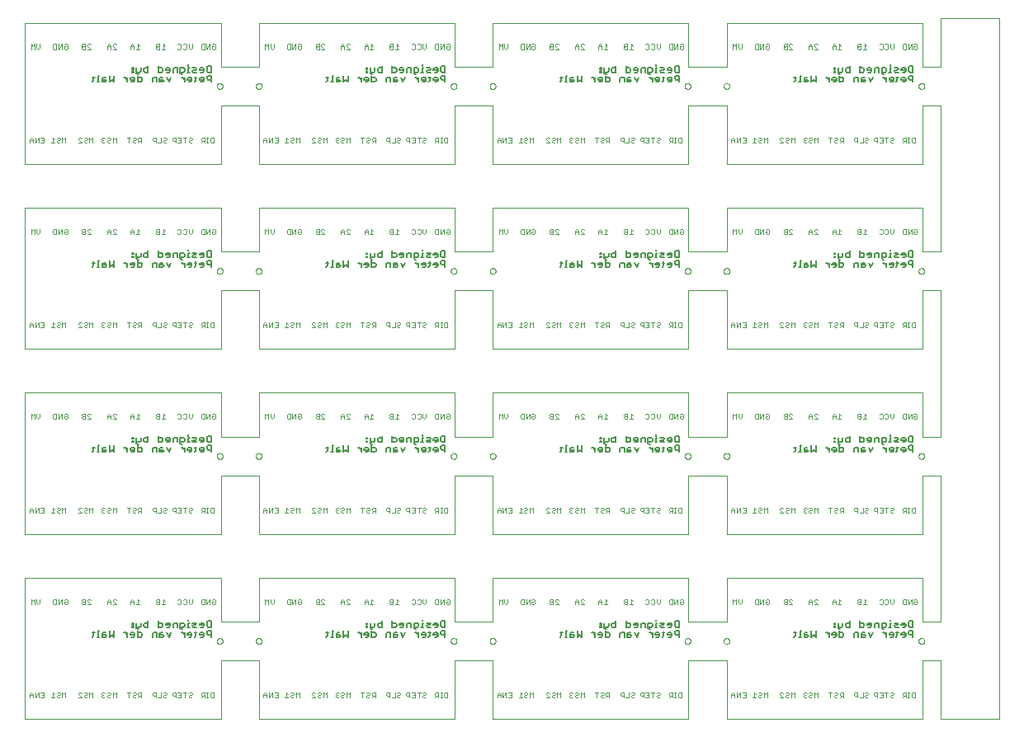
<source format=gbo>
G75*
%MOIN*%
%OFA0B0*%
%FSLAX25Y25*%
%IPPOS*%
%LPD*%
%AMOC8*
5,1,8,0,0,1.08239X$1,22.5*
%
%ADD10C,0.00400*%
%ADD11C,0.00600*%
%ADD12C,0.00394*%
%ADD13C,0.00000*%
D10*
X0004466Y0010250D02*
X0004466Y0011584D01*
X0005133Y0012252D01*
X0005800Y0011584D01*
X0005800Y0010250D01*
X0006676Y0010250D02*
X0006676Y0012252D01*
X0005800Y0011251D02*
X0004466Y0011251D01*
X0006676Y0010250D02*
X0008010Y0012252D01*
X0008010Y0010250D01*
X0008885Y0010250D02*
X0010220Y0010250D01*
X0010220Y0012252D01*
X0008885Y0012252D01*
X0009553Y0011251D02*
X0010220Y0011251D01*
X0013127Y0010250D02*
X0014462Y0010250D01*
X0013794Y0010250D02*
X0013794Y0012252D01*
X0014462Y0011584D01*
X0015337Y0011918D02*
X0015671Y0012252D01*
X0016338Y0012252D01*
X0016671Y0011918D01*
X0016671Y0011584D01*
X0016338Y0011251D01*
X0015671Y0011251D01*
X0015337Y0010917D01*
X0015337Y0010584D01*
X0015671Y0010250D01*
X0016338Y0010250D01*
X0016671Y0010584D01*
X0017547Y0010250D02*
X0017547Y0012252D01*
X0018214Y0011584D01*
X0018881Y0012252D01*
X0018881Y0010250D01*
X0024151Y0010250D02*
X0025485Y0010250D01*
X0024151Y0011584D01*
X0024151Y0011918D01*
X0024484Y0012252D01*
X0025152Y0012252D01*
X0025485Y0011918D01*
X0026361Y0011918D02*
X0026694Y0012252D01*
X0027361Y0012252D01*
X0027695Y0011918D01*
X0027695Y0011584D01*
X0027361Y0011251D01*
X0026694Y0011251D01*
X0026361Y0010917D01*
X0026361Y0010584D01*
X0026694Y0010250D01*
X0027361Y0010250D01*
X0027695Y0010584D01*
X0028571Y0010250D02*
X0028571Y0012252D01*
X0029238Y0011584D01*
X0029905Y0012252D01*
X0029905Y0010250D01*
X0033600Y0010584D02*
X0033933Y0010250D01*
X0034600Y0010250D01*
X0034934Y0010584D01*
X0035809Y0010584D02*
X0036143Y0010250D01*
X0036810Y0010250D01*
X0037144Y0010584D01*
X0036810Y0011251D02*
X0036143Y0011251D01*
X0035809Y0010917D01*
X0035809Y0010584D01*
X0036810Y0011251D02*
X0037144Y0011584D01*
X0037144Y0011918D01*
X0036810Y0012252D01*
X0036143Y0012252D01*
X0035809Y0011918D01*
X0034934Y0011918D02*
X0034600Y0012252D01*
X0033933Y0012252D01*
X0033600Y0011918D01*
X0033600Y0011584D01*
X0033933Y0011251D01*
X0033600Y0010917D01*
X0033600Y0010584D01*
X0033933Y0011251D02*
X0034267Y0011251D01*
X0038019Y0012252D02*
X0038019Y0010250D01*
X0039354Y0010250D02*
X0039354Y0012252D01*
X0038687Y0011584D01*
X0038019Y0012252D01*
X0043836Y0012252D02*
X0045170Y0012252D01*
X0044503Y0012252D02*
X0044503Y0010250D01*
X0046046Y0010584D02*
X0046379Y0010250D01*
X0047047Y0010250D01*
X0047380Y0010584D01*
X0047047Y0011251D02*
X0046379Y0011251D01*
X0046046Y0010917D01*
X0046046Y0010584D01*
X0047047Y0011251D02*
X0047380Y0011584D01*
X0047380Y0011918D01*
X0047047Y0012252D01*
X0046379Y0012252D01*
X0046046Y0011918D01*
X0048256Y0011918D02*
X0048256Y0011251D01*
X0048589Y0010917D01*
X0049590Y0010917D01*
X0049590Y0010250D02*
X0049590Y0012252D01*
X0048589Y0012252D01*
X0048256Y0011918D01*
X0048923Y0010917D02*
X0048256Y0010250D01*
X0054072Y0011251D02*
X0054072Y0011918D01*
X0054406Y0012252D01*
X0055406Y0012252D01*
X0055406Y0010250D01*
X0055406Y0010917D02*
X0054406Y0010917D01*
X0054072Y0011251D01*
X0056282Y0010250D02*
X0057616Y0010250D01*
X0057616Y0012252D01*
X0058492Y0011918D02*
X0058825Y0012252D01*
X0059493Y0012252D01*
X0059826Y0011918D01*
X0059826Y0011584D01*
X0059493Y0011251D01*
X0058825Y0011251D01*
X0058492Y0010917D01*
X0058492Y0010584D01*
X0058825Y0010250D01*
X0059493Y0010250D01*
X0059826Y0010584D01*
X0062098Y0011251D02*
X0062432Y0010917D01*
X0063433Y0010917D01*
X0063433Y0010250D02*
X0063433Y0012252D01*
X0062432Y0012252D01*
X0062098Y0011918D01*
X0062098Y0011251D01*
X0064308Y0012252D02*
X0065643Y0012252D01*
X0065643Y0010250D01*
X0064308Y0010250D01*
X0064975Y0011251D02*
X0065643Y0011251D01*
X0066518Y0012252D02*
X0067853Y0012252D01*
X0067185Y0012252D02*
X0067185Y0010250D01*
X0068728Y0010584D02*
X0069062Y0010250D01*
X0069729Y0010250D01*
X0070062Y0010584D01*
X0069729Y0011251D02*
X0069062Y0011251D01*
X0068728Y0010917D01*
X0068728Y0010584D01*
X0069729Y0011251D02*
X0070062Y0011584D01*
X0070062Y0011918D01*
X0069729Y0012252D01*
X0069062Y0012252D01*
X0068728Y0011918D01*
X0073706Y0011918D02*
X0073706Y0011251D01*
X0074040Y0010917D01*
X0075041Y0010917D01*
X0075041Y0010250D02*
X0075041Y0012252D01*
X0074040Y0012252D01*
X0073706Y0011918D01*
X0074374Y0010917D02*
X0073706Y0010250D01*
X0075847Y0010250D02*
X0076514Y0010250D01*
X0076180Y0010250D02*
X0076180Y0012252D01*
X0075847Y0012252D02*
X0076514Y0012252D01*
X0077389Y0011918D02*
X0077723Y0012252D01*
X0078724Y0012252D01*
X0078724Y0010250D01*
X0077723Y0010250D01*
X0077389Y0010584D01*
X0077389Y0011918D01*
X0098954Y0011584D02*
X0098954Y0010250D01*
X0098954Y0011251D02*
X0100288Y0011251D01*
X0100288Y0011584D02*
X0100288Y0010250D01*
X0101164Y0010250D02*
X0101164Y0012252D01*
X0100288Y0011584D02*
X0099621Y0012252D01*
X0098954Y0011584D01*
X0101164Y0010250D02*
X0102498Y0012252D01*
X0102498Y0010250D01*
X0103374Y0010250D02*
X0104708Y0010250D01*
X0104708Y0012252D01*
X0103374Y0012252D01*
X0104041Y0011251D02*
X0104708Y0011251D01*
X0107615Y0010250D02*
X0108950Y0010250D01*
X0108283Y0010250D02*
X0108283Y0012252D01*
X0108950Y0011584D01*
X0109825Y0011918D02*
X0110159Y0012252D01*
X0110826Y0012252D01*
X0111160Y0011918D01*
X0111160Y0011584D01*
X0110826Y0011251D01*
X0110159Y0011251D01*
X0109825Y0010917D01*
X0109825Y0010584D01*
X0110159Y0010250D01*
X0110826Y0010250D01*
X0111160Y0010584D01*
X0112035Y0010250D02*
X0112035Y0012252D01*
X0112702Y0011584D01*
X0113370Y0012252D01*
X0113370Y0010250D01*
X0118639Y0010250D02*
X0119973Y0010250D01*
X0118639Y0011584D01*
X0118639Y0011918D01*
X0118973Y0012252D01*
X0119640Y0012252D01*
X0119973Y0011918D01*
X0120849Y0011918D02*
X0121182Y0012252D01*
X0121850Y0012252D01*
X0122183Y0011918D01*
X0122183Y0011584D01*
X0121850Y0011251D01*
X0121182Y0011251D01*
X0120849Y0010917D01*
X0120849Y0010584D01*
X0121182Y0010250D01*
X0121850Y0010250D01*
X0122183Y0010584D01*
X0123059Y0010250D02*
X0123059Y0012252D01*
X0123726Y0011584D01*
X0124393Y0012252D01*
X0124393Y0010250D01*
X0128088Y0010584D02*
X0128421Y0010250D01*
X0129089Y0010250D01*
X0129422Y0010584D01*
X0130298Y0010584D02*
X0130631Y0010250D01*
X0131298Y0010250D01*
X0131632Y0010584D01*
X0131298Y0011251D02*
X0130631Y0011251D01*
X0130298Y0010917D01*
X0130298Y0010584D01*
X0131298Y0011251D02*
X0131632Y0011584D01*
X0131632Y0011918D01*
X0131298Y0012252D01*
X0130631Y0012252D01*
X0130298Y0011918D01*
X0129422Y0011918D02*
X0129089Y0012252D01*
X0128421Y0012252D01*
X0128088Y0011918D01*
X0128088Y0011584D01*
X0128421Y0011251D01*
X0128088Y0010917D01*
X0128088Y0010584D01*
X0128421Y0011251D02*
X0128755Y0011251D01*
X0132508Y0012252D02*
X0132508Y0010250D01*
X0133842Y0010250D02*
X0133842Y0012252D01*
X0133175Y0011584D01*
X0132508Y0012252D01*
X0138324Y0012252D02*
X0139658Y0012252D01*
X0138991Y0012252D02*
X0138991Y0010250D01*
X0140534Y0010584D02*
X0140867Y0010250D01*
X0141535Y0010250D01*
X0141868Y0010584D01*
X0141535Y0011251D02*
X0140867Y0011251D01*
X0140534Y0010917D01*
X0140534Y0010584D01*
X0141535Y0011251D02*
X0141868Y0011584D01*
X0141868Y0011918D01*
X0141535Y0012252D01*
X0140867Y0012252D01*
X0140534Y0011918D01*
X0142744Y0011918D02*
X0142744Y0011251D01*
X0143077Y0010917D01*
X0144078Y0010917D01*
X0144078Y0010250D02*
X0144078Y0012252D01*
X0143077Y0012252D01*
X0142744Y0011918D01*
X0143411Y0010917D02*
X0142744Y0010250D01*
X0148560Y0011251D02*
X0148894Y0010917D01*
X0149895Y0010917D01*
X0149895Y0010250D02*
X0149895Y0012252D01*
X0148894Y0012252D01*
X0148560Y0011918D01*
X0148560Y0011251D01*
X0150770Y0010250D02*
X0152105Y0010250D01*
X0152105Y0012252D01*
X0152980Y0011918D02*
X0153314Y0012252D01*
X0153981Y0012252D01*
X0154314Y0011918D01*
X0154314Y0011584D01*
X0153981Y0011251D01*
X0153314Y0011251D01*
X0152980Y0010917D01*
X0152980Y0010584D01*
X0153314Y0010250D01*
X0153981Y0010250D01*
X0154314Y0010584D01*
X0156587Y0011251D02*
X0156587Y0011918D01*
X0156920Y0012252D01*
X0157921Y0012252D01*
X0157921Y0010250D01*
X0157921Y0010917D02*
X0156920Y0010917D01*
X0156587Y0011251D01*
X0158796Y0012252D02*
X0160131Y0012252D01*
X0160131Y0010250D01*
X0158796Y0010250D01*
X0159464Y0011251D02*
X0160131Y0011251D01*
X0161006Y0012252D02*
X0162341Y0012252D01*
X0161674Y0012252D02*
X0161674Y0010250D01*
X0163216Y0010584D02*
X0163550Y0010250D01*
X0164217Y0010250D01*
X0164551Y0010584D01*
X0164217Y0011251D02*
X0163550Y0011251D01*
X0163216Y0010917D01*
X0163216Y0010584D01*
X0164217Y0011251D02*
X0164551Y0011584D01*
X0164551Y0011918D01*
X0164217Y0012252D01*
X0163550Y0012252D01*
X0163216Y0011918D01*
X0168194Y0011918D02*
X0168194Y0011251D01*
X0168528Y0010917D01*
X0169529Y0010917D01*
X0169529Y0010250D02*
X0169529Y0012252D01*
X0168528Y0012252D01*
X0168194Y0011918D01*
X0168862Y0010917D02*
X0168194Y0010250D01*
X0170335Y0010250D02*
X0171002Y0010250D01*
X0170669Y0010250D02*
X0170669Y0012252D01*
X0171002Y0012252D02*
X0170335Y0012252D01*
X0171878Y0011918D02*
X0171878Y0010584D01*
X0172211Y0010250D01*
X0173212Y0010250D01*
X0173212Y0012252D01*
X0172211Y0012252D01*
X0171878Y0011918D01*
X0193442Y0011584D02*
X0193442Y0010250D01*
X0193442Y0011251D02*
X0194777Y0011251D01*
X0194777Y0011584D02*
X0194777Y0010250D01*
X0195652Y0010250D02*
X0195652Y0012252D01*
X0194777Y0011584D02*
X0194109Y0012252D01*
X0193442Y0011584D01*
X0195652Y0010250D02*
X0196986Y0012252D01*
X0196986Y0010250D01*
X0197862Y0010250D02*
X0199196Y0010250D01*
X0199196Y0012252D01*
X0197862Y0012252D01*
X0198529Y0011251D02*
X0199196Y0011251D01*
X0202104Y0010250D02*
X0203438Y0010250D01*
X0202771Y0010250D02*
X0202771Y0012252D01*
X0203438Y0011584D01*
X0204313Y0011918D02*
X0204647Y0012252D01*
X0205314Y0012252D01*
X0205648Y0011918D01*
X0205648Y0011584D01*
X0205314Y0011251D01*
X0204647Y0011251D01*
X0204313Y0010917D01*
X0204313Y0010584D01*
X0204647Y0010250D01*
X0205314Y0010250D01*
X0205648Y0010584D01*
X0206523Y0010250D02*
X0206523Y0012252D01*
X0207191Y0011584D01*
X0207858Y0012252D01*
X0207858Y0010250D01*
X0213127Y0010250D02*
X0214462Y0010250D01*
X0213127Y0011584D01*
X0213127Y0011918D01*
X0213461Y0012252D01*
X0214128Y0012252D01*
X0214462Y0011918D01*
X0215337Y0011918D02*
X0215671Y0012252D01*
X0216338Y0012252D01*
X0216671Y0011918D01*
X0216671Y0011584D01*
X0216338Y0011251D01*
X0215671Y0011251D01*
X0215337Y0010917D01*
X0215337Y0010584D01*
X0215671Y0010250D01*
X0216338Y0010250D01*
X0216671Y0010584D01*
X0217547Y0010250D02*
X0217547Y0012252D01*
X0218214Y0011584D01*
X0218881Y0012252D01*
X0218881Y0010250D01*
X0222576Y0010584D02*
X0222910Y0010250D01*
X0223577Y0010250D01*
X0223910Y0010584D01*
X0224786Y0010584D02*
X0225119Y0010250D01*
X0225787Y0010250D01*
X0226120Y0010584D01*
X0225787Y0011251D02*
X0225119Y0011251D01*
X0224786Y0010917D01*
X0224786Y0010584D01*
X0225787Y0011251D02*
X0226120Y0011584D01*
X0226120Y0011918D01*
X0225787Y0012252D01*
X0225119Y0012252D01*
X0224786Y0011918D01*
X0223910Y0011918D02*
X0223577Y0012252D01*
X0222910Y0012252D01*
X0222576Y0011918D01*
X0222576Y0011584D01*
X0222910Y0011251D01*
X0222576Y0010917D01*
X0222576Y0010584D01*
X0222910Y0011251D02*
X0223243Y0011251D01*
X0226996Y0012252D02*
X0226996Y0010250D01*
X0228330Y0010250D02*
X0228330Y0012252D01*
X0227663Y0011584D01*
X0226996Y0012252D01*
X0232812Y0012252D02*
X0234147Y0012252D01*
X0233479Y0012252D02*
X0233479Y0010250D01*
X0235022Y0010584D02*
X0235356Y0010250D01*
X0236023Y0010250D01*
X0236357Y0010584D01*
X0236023Y0011251D02*
X0235356Y0011251D01*
X0235022Y0010917D01*
X0235022Y0010584D01*
X0236023Y0011251D02*
X0236357Y0011584D01*
X0236357Y0011918D01*
X0236023Y0012252D01*
X0235356Y0012252D01*
X0235022Y0011918D01*
X0237232Y0011918D02*
X0237232Y0011251D01*
X0237566Y0010917D01*
X0238566Y0010917D01*
X0237899Y0010917D02*
X0237232Y0010250D01*
X0238566Y0010250D02*
X0238566Y0012252D01*
X0237566Y0012252D01*
X0237232Y0011918D01*
X0243048Y0011918D02*
X0243048Y0011251D01*
X0243382Y0010917D01*
X0244383Y0010917D01*
X0244383Y0010250D02*
X0244383Y0012252D01*
X0243382Y0012252D01*
X0243048Y0011918D01*
X0245258Y0010250D02*
X0246593Y0010250D01*
X0246593Y0012252D01*
X0247468Y0011918D02*
X0247802Y0012252D01*
X0248469Y0012252D01*
X0248803Y0011918D01*
X0248803Y0011584D01*
X0248469Y0011251D01*
X0247802Y0011251D01*
X0247468Y0010917D01*
X0247468Y0010584D01*
X0247802Y0010250D01*
X0248469Y0010250D01*
X0248803Y0010584D01*
X0251075Y0011251D02*
X0251075Y0011918D01*
X0251408Y0012252D01*
X0252409Y0012252D01*
X0252409Y0010250D01*
X0252409Y0010917D02*
X0251408Y0010917D01*
X0251075Y0011251D01*
X0253285Y0012252D02*
X0254619Y0012252D01*
X0254619Y0010250D01*
X0253285Y0010250D01*
X0253952Y0011251D02*
X0254619Y0011251D01*
X0255494Y0012252D02*
X0256829Y0012252D01*
X0256162Y0012252D02*
X0256162Y0010250D01*
X0257704Y0010584D02*
X0258038Y0010250D01*
X0258705Y0010250D01*
X0259039Y0010584D01*
X0258705Y0011251D02*
X0258038Y0011251D01*
X0257704Y0010917D01*
X0257704Y0010584D01*
X0258705Y0011251D02*
X0259039Y0011584D01*
X0259039Y0011918D01*
X0258705Y0012252D01*
X0258038Y0012252D01*
X0257704Y0011918D01*
X0262683Y0011918D02*
X0262683Y0011251D01*
X0263016Y0010917D01*
X0264017Y0010917D01*
X0264017Y0010250D02*
X0264017Y0012252D01*
X0263016Y0012252D01*
X0262683Y0011918D01*
X0263350Y0010917D02*
X0262683Y0010250D01*
X0264823Y0010250D02*
X0265490Y0010250D01*
X0265157Y0010250D02*
X0265157Y0012252D01*
X0265490Y0012252D02*
X0264823Y0012252D01*
X0266366Y0011918D02*
X0266366Y0010584D01*
X0266699Y0010250D01*
X0267700Y0010250D01*
X0267700Y0012252D01*
X0266699Y0012252D01*
X0266366Y0011918D01*
X0287930Y0011584D02*
X0287930Y0010250D01*
X0287930Y0011251D02*
X0289265Y0011251D01*
X0289265Y0011584D02*
X0289265Y0010250D01*
X0290140Y0010250D02*
X0290140Y0012252D01*
X0289265Y0011584D02*
X0288598Y0012252D01*
X0287930Y0011584D01*
X0290140Y0010250D02*
X0291475Y0012252D01*
X0291475Y0010250D01*
X0292350Y0010250D02*
X0293685Y0010250D01*
X0293685Y0012252D01*
X0292350Y0012252D01*
X0293017Y0011251D02*
X0293685Y0011251D01*
X0296592Y0010250D02*
X0297926Y0010250D01*
X0297259Y0010250D02*
X0297259Y0012252D01*
X0297926Y0011584D01*
X0298802Y0011918D02*
X0299135Y0012252D01*
X0299802Y0012252D01*
X0300136Y0011918D01*
X0300136Y0011584D01*
X0299802Y0011251D01*
X0299135Y0011251D01*
X0298802Y0010917D01*
X0298802Y0010584D01*
X0299135Y0010250D01*
X0299802Y0010250D01*
X0300136Y0010584D01*
X0301011Y0010250D02*
X0301011Y0012252D01*
X0301679Y0011584D01*
X0302346Y0012252D01*
X0302346Y0010250D01*
X0307615Y0010250D02*
X0308950Y0010250D01*
X0307615Y0011584D01*
X0307615Y0011918D01*
X0307949Y0012252D01*
X0308616Y0012252D01*
X0308950Y0011918D01*
X0309825Y0011918D02*
X0310159Y0012252D01*
X0310826Y0012252D01*
X0311160Y0011918D01*
X0311160Y0011584D01*
X0310826Y0011251D01*
X0310159Y0011251D01*
X0309825Y0010917D01*
X0309825Y0010584D01*
X0310159Y0010250D01*
X0310826Y0010250D01*
X0311160Y0010584D01*
X0312035Y0010250D02*
X0312035Y0012252D01*
X0312702Y0011584D01*
X0313370Y0012252D01*
X0313370Y0010250D01*
X0317064Y0010584D02*
X0317398Y0010250D01*
X0318065Y0010250D01*
X0318399Y0010584D01*
X0319274Y0010584D02*
X0319608Y0010250D01*
X0320275Y0010250D01*
X0320608Y0010584D01*
X0320275Y0011251D02*
X0319608Y0011251D01*
X0319274Y0010917D01*
X0319274Y0010584D01*
X0320275Y0011251D02*
X0320608Y0011584D01*
X0320608Y0011918D01*
X0320275Y0012252D01*
X0319608Y0012252D01*
X0319274Y0011918D01*
X0318399Y0011918D02*
X0318065Y0012252D01*
X0317398Y0012252D01*
X0317064Y0011918D01*
X0317064Y0011584D01*
X0317398Y0011251D01*
X0317064Y0010917D01*
X0317064Y0010584D01*
X0317398Y0011251D02*
X0317731Y0011251D01*
X0321484Y0012252D02*
X0321484Y0010250D01*
X0322818Y0010250D02*
X0322818Y0012252D01*
X0322151Y0011584D01*
X0321484Y0012252D01*
X0327300Y0012252D02*
X0328635Y0012252D01*
X0327968Y0012252D02*
X0327968Y0010250D01*
X0329510Y0010584D02*
X0329844Y0010250D01*
X0330511Y0010250D01*
X0330845Y0010584D01*
X0330511Y0011251D02*
X0329844Y0011251D01*
X0329510Y0010917D01*
X0329510Y0010584D01*
X0330511Y0011251D02*
X0330845Y0011584D01*
X0330845Y0011918D01*
X0330511Y0012252D01*
X0329844Y0012252D01*
X0329510Y0011918D01*
X0331720Y0011918D02*
X0331720Y0011251D01*
X0332054Y0010917D01*
X0333055Y0010917D01*
X0333055Y0010250D02*
X0333055Y0012252D01*
X0332054Y0012252D01*
X0331720Y0011918D01*
X0332387Y0010917D02*
X0331720Y0010250D01*
X0337537Y0011251D02*
X0337537Y0011918D01*
X0337870Y0012252D01*
X0338871Y0012252D01*
X0338871Y0010250D01*
X0338871Y0010917D02*
X0337870Y0010917D01*
X0337537Y0011251D01*
X0339746Y0010250D02*
X0341081Y0010250D01*
X0341081Y0012252D01*
X0341956Y0011918D02*
X0342290Y0012252D01*
X0342957Y0012252D01*
X0343291Y0011918D01*
X0343291Y0011584D01*
X0342957Y0011251D01*
X0342290Y0011251D01*
X0341956Y0010917D01*
X0341956Y0010584D01*
X0342290Y0010250D01*
X0342957Y0010250D01*
X0343291Y0010584D01*
X0345563Y0011251D02*
X0345897Y0010917D01*
X0346897Y0010917D01*
X0346897Y0010250D02*
X0346897Y0012252D01*
X0345897Y0012252D01*
X0345563Y0011918D01*
X0345563Y0011251D01*
X0347773Y0012252D02*
X0349107Y0012252D01*
X0349107Y0010250D01*
X0347773Y0010250D01*
X0348440Y0011251D02*
X0349107Y0011251D01*
X0349983Y0012252D02*
X0351317Y0012252D01*
X0350650Y0012252D02*
X0350650Y0010250D01*
X0352193Y0010584D02*
X0352526Y0010250D01*
X0353193Y0010250D01*
X0353527Y0010584D01*
X0353193Y0011251D02*
X0352526Y0011251D01*
X0352193Y0010917D01*
X0352193Y0010584D01*
X0353193Y0011251D02*
X0353527Y0011584D01*
X0353527Y0011918D01*
X0353193Y0012252D01*
X0352526Y0012252D01*
X0352193Y0011918D01*
X0357171Y0011918D02*
X0357171Y0011251D01*
X0357504Y0010917D01*
X0358505Y0010917D01*
X0357838Y0010917D02*
X0357171Y0010250D01*
X0358505Y0010250D02*
X0358505Y0012252D01*
X0357504Y0012252D01*
X0357171Y0011918D01*
X0359311Y0012252D02*
X0359979Y0012252D01*
X0359645Y0012252D02*
X0359645Y0010250D01*
X0359979Y0010250D02*
X0359311Y0010250D01*
X0360854Y0010584D02*
X0360854Y0011918D01*
X0361188Y0012252D01*
X0362188Y0012252D01*
X0362188Y0010250D01*
X0361188Y0010250D01*
X0360854Y0010584D01*
X0360766Y0048045D02*
X0360766Y0050047D01*
X0359431Y0048045D01*
X0359431Y0050047D01*
X0358556Y0050047D02*
X0357555Y0050047D01*
X0357222Y0049713D01*
X0357222Y0048379D01*
X0357555Y0048045D01*
X0358556Y0048045D01*
X0358556Y0050047D01*
X0361641Y0049713D02*
X0361975Y0050047D01*
X0362642Y0050047D01*
X0362976Y0049713D01*
X0362976Y0048379D01*
X0362642Y0048045D01*
X0361975Y0048045D01*
X0361641Y0048379D01*
X0361641Y0049046D01*
X0362309Y0049046D01*
X0353527Y0048713D02*
X0352860Y0048045D01*
X0352193Y0048713D01*
X0352193Y0050047D01*
X0351317Y0049713D02*
X0351317Y0048379D01*
X0350984Y0048045D01*
X0350316Y0048045D01*
X0349983Y0048379D01*
X0349107Y0048379D02*
X0349107Y0049713D01*
X0348774Y0050047D01*
X0348106Y0050047D01*
X0347773Y0049713D01*
X0347773Y0048379D02*
X0348106Y0048045D01*
X0348774Y0048045D01*
X0349107Y0048379D01*
X0349983Y0049713D02*
X0350316Y0050047D01*
X0350984Y0050047D01*
X0351317Y0049713D01*
X0353527Y0050047D02*
X0353527Y0048713D01*
X0342503Y0049380D02*
X0341836Y0050047D01*
X0341836Y0048045D01*
X0342503Y0048045D02*
X0341169Y0048045D01*
X0340294Y0048045D02*
X0339293Y0048045D01*
X0338959Y0048379D01*
X0338959Y0048713D01*
X0339293Y0049046D01*
X0340294Y0049046D01*
X0340294Y0048045D02*
X0340294Y0050047D01*
X0339293Y0050047D01*
X0338959Y0049713D01*
X0338959Y0049380D01*
X0339293Y0049046D01*
X0332267Y0049380D02*
X0331600Y0050047D01*
X0331600Y0048045D01*
X0332267Y0048045D02*
X0330933Y0048045D01*
X0330057Y0048045D02*
X0330057Y0049380D01*
X0329390Y0050047D01*
X0328723Y0049380D01*
X0328723Y0048045D01*
X0328723Y0049046D02*
X0330057Y0049046D01*
X0322818Y0049713D02*
X0322485Y0050047D01*
X0321818Y0050047D01*
X0321484Y0049713D01*
X0321484Y0049380D01*
X0322818Y0048045D01*
X0321484Y0048045D01*
X0320608Y0048045D02*
X0320608Y0049380D01*
X0319941Y0050047D01*
X0319274Y0049380D01*
X0319274Y0048045D01*
X0319274Y0049046D02*
X0320608Y0049046D01*
X0312582Y0049713D02*
X0312249Y0050047D01*
X0311581Y0050047D01*
X0311248Y0049713D01*
X0311248Y0049380D01*
X0312582Y0048045D01*
X0311248Y0048045D01*
X0310372Y0048045D02*
X0309371Y0048045D01*
X0309038Y0048379D01*
X0309038Y0048713D01*
X0309371Y0049046D01*
X0310372Y0049046D01*
X0309371Y0049046D02*
X0309038Y0049380D01*
X0309038Y0049713D01*
X0309371Y0050047D01*
X0310372Y0050047D01*
X0310372Y0048045D01*
X0303133Y0048379D02*
X0302800Y0048045D01*
X0302132Y0048045D01*
X0301799Y0048379D01*
X0301799Y0049046D01*
X0302466Y0049046D01*
X0303133Y0049713D02*
X0303133Y0048379D01*
X0303133Y0049713D02*
X0302800Y0050047D01*
X0302132Y0050047D01*
X0301799Y0049713D01*
X0300923Y0050047D02*
X0299589Y0048045D01*
X0299589Y0050047D01*
X0298714Y0050047D02*
X0297713Y0050047D01*
X0297379Y0049713D01*
X0297379Y0048379D01*
X0297713Y0048045D01*
X0298714Y0048045D01*
X0298714Y0050047D01*
X0300923Y0050047D02*
X0300923Y0048045D01*
X0292110Y0048713D02*
X0291442Y0048045D01*
X0290775Y0048713D01*
X0290775Y0050047D01*
X0289900Y0050047D02*
X0289900Y0048045D01*
X0288565Y0048045D02*
X0288565Y0050047D01*
X0289233Y0049380D01*
X0289900Y0050047D01*
X0292110Y0050047D02*
X0292110Y0048713D01*
X0268488Y0048379D02*
X0268154Y0048045D01*
X0267487Y0048045D01*
X0267153Y0048379D01*
X0267153Y0049046D01*
X0267820Y0049046D01*
X0267153Y0049713D02*
X0267487Y0050047D01*
X0268154Y0050047D01*
X0268488Y0049713D01*
X0268488Y0048379D01*
X0266278Y0048045D02*
X0266278Y0050047D01*
X0264943Y0048045D01*
X0264943Y0050047D01*
X0264068Y0050047D02*
X0263067Y0050047D01*
X0262733Y0049713D01*
X0262733Y0048379D01*
X0263067Y0048045D01*
X0264068Y0048045D01*
X0264068Y0050047D01*
X0259039Y0050047D02*
X0259039Y0048713D01*
X0258372Y0048045D01*
X0257704Y0048713D01*
X0257704Y0050047D01*
X0256829Y0049713D02*
X0256829Y0048379D01*
X0256495Y0048045D01*
X0255828Y0048045D01*
X0255494Y0048379D01*
X0254619Y0048379D02*
X0254285Y0048045D01*
X0253618Y0048045D01*
X0253285Y0048379D01*
X0254619Y0048379D02*
X0254619Y0049713D01*
X0254285Y0050047D01*
X0253618Y0050047D01*
X0253285Y0049713D01*
X0255494Y0049713D02*
X0255828Y0050047D01*
X0256495Y0050047D01*
X0256829Y0049713D01*
X0248015Y0049380D02*
X0247348Y0050047D01*
X0247348Y0048045D01*
X0248015Y0048045D02*
X0246681Y0048045D01*
X0245805Y0048045D02*
X0245805Y0050047D01*
X0244804Y0050047D01*
X0244471Y0049713D01*
X0244471Y0049380D01*
X0244804Y0049046D01*
X0245805Y0049046D01*
X0244804Y0049046D02*
X0244471Y0048713D01*
X0244471Y0048379D01*
X0244804Y0048045D01*
X0245805Y0048045D01*
X0237779Y0048045D02*
X0236445Y0048045D01*
X0237112Y0048045D02*
X0237112Y0050047D01*
X0237779Y0049380D01*
X0235569Y0049380D02*
X0234902Y0050047D01*
X0234235Y0049380D01*
X0234235Y0048045D01*
X0234235Y0049046D02*
X0235569Y0049046D01*
X0235569Y0049380D02*
X0235569Y0048045D01*
X0228330Y0048045D02*
X0226996Y0049380D01*
X0226996Y0049713D01*
X0227329Y0050047D01*
X0227997Y0050047D01*
X0228330Y0049713D01*
X0228330Y0048045D02*
X0226996Y0048045D01*
X0226120Y0048045D02*
X0226120Y0049380D01*
X0225453Y0050047D01*
X0224786Y0049380D01*
X0224786Y0048045D01*
X0224786Y0049046D02*
X0226120Y0049046D01*
X0218094Y0049713D02*
X0217760Y0050047D01*
X0217093Y0050047D01*
X0216759Y0049713D01*
X0216759Y0049380D01*
X0218094Y0048045D01*
X0216759Y0048045D01*
X0215884Y0048045D02*
X0214883Y0048045D01*
X0214550Y0048379D01*
X0214550Y0048713D01*
X0214883Y0049046D01*
X0215884Y0049046D01*
X0215884Y0048045D02*
X0215884Y0050047D01*
X0214883Y0050047D01*
X0214550Y0049713D01*
X0214550Y0049380D01*
X0214883Y0049046D01*
X0208645Y0048379D02*
X0208312Y0048045D01*
X0207644Y0048045D01*
X0207311Y0048379D01*
X0207311Y0049046D01*
X0207978Y0049046D01*
X0208645Y0049713D02*
X0208645Y0048379D01*
X0208645Y0049713D02*
X0208312Y0050047D01*
X0207644Y0050047D01*
X0207311Y0049713D01*
X0206435Y0050047D02*
X0205101Y0048045D01*
X0205101Y0050047D01*
X0204225Y0050047D02*
X0203225Y0050047D01*
X0202891Y0049713D01*
X0202891Y0048379D01*
X0203225Y0048045D01*
X0204225Y0048045D01*
X0204225Y0050047D01*
X0206435Y0050047D02*
X0206435Y0048045D01*
X0197622Y0048713D02*
X0196954Y0048045D01*
X0196287Y0048713D01*
X0196287Y0050047D01*
X0195412Y0050047D02*
X0194744Y0049380D01*
X0194077Y0050047D01*
X0194077Y0048045D01*
X0195412Y0048045D02*
X0195412Y0050047D01*
X0197622Y0050047D02*
X0197622Y0048713D01*
X0173999Y0048379D02*
X0173666Y0048045D01*
X0172999Y0048045D01*
X0172665Y0048379D01*
X0172665Y0049046D01*
X0173332Y0049046D01*
X0172665Y0049713D02*
X0172999Y0050047D01*
X0173666Y0050047D01*
X0173999Y0049713D01*
X0173999Y0048379D01*
X0171790Y0048045D02*
X0171790Y0050047D01*
X0170455Y0048045D01*
X0170455Y0050047D01*
X0169580Y0050047D02*
X0168579Y0050047D01*
X0168245Y0049713D01*
X0168245Y0048379D01*
X0168579Y0048045D01*
X0169580Y0048045D01*
X0169580Y0050047D01*
X0164551Y0050047D02*
X0164551Y0048713D01*
X0163883Y0048045D01*
X0163216Y0048713D01*
X0163216Y0050047D01*
X0162341Y0049713D02*
X0162341Y0048379D01*
X0162007Y0048045D01*
X0161340Y0048045D01*
X0161006Y0048379D01*
X0160131Y0048379D02*
X0159797Y0048045D01*
X0159130Y0048045D01*
X0158796Y0048379D01*
X0158796Y0049713D02*
X0159130Y0050047D01*
X0159797Y0050047D01*
X0160131Y0049713D01*
X0160131Y0048379D01*
X0161006Y0049713D02*
X0161340Y0050047D01*
X0162007Y0050047D01*
X0162341Y0049713D01*
X0153527Y0049380D02*
X0152860Y0050047D01*
X0152860Y0048045D01*
X0153527Y0048045D02*
X0152193Y0048045D01*
X0151317Y0048045D02*
X0150316Y0048045D01*
X0149983Y0048379D01*
X0149983Y0048713D01*
X0150316Y0049046D01*
X0151317Y0049046D01*
X0150316Y0049046D02*
X0149983Y0049380D01*
X0149983Y0049713D01*
X0150316Y0050047D01*
X0151317Y0050047D01*
X0151317Y0048045D01*
X0143291Y0048045D02*
X0141956Y0048045D01*
X0142624Y0048045D02*
X0142624Y0050047D01*
X0143291Y0049380D01*
X0141081Y0049380D02*
X0141081Y0048045D01*
X0141081Y0049046D02*
X0139746Y0049046D01*
X0139746Y0049380D02*
X0139746Y0048045D01*
X0139746Y0049380D02*
X0140414Y0050047D01*
X0141081Y0049380D01*
X0133842Y0049713D02*
X0133508Y0050047D01*
X0132841Y0050047D01*
X0132508Y0049713D01*
X0132508Y0049380D01*
X0133842Y0048045D01*
X0132508Y0048045D01*
X0131632Y0048045D02*
X0131632Y0049380D01*
X0130965Y0050047D01*
X0130298Y0049380D01*
X0130298Y0048045D01*
X0130298Y0049046D02*
X0131632Y0049046D01*
X0123606Y0049713D02*
X0123272Y0050047D01*
X0122605Y0050047D01*
X0122271Y0049713D01*
X0122271Y0049380D01*
X0123606Y0048045D01*
X0122271Y0048045D01*
X0121396Y0048045D02*
X0120395Y0048045D01*
X0120061Y0048379D01*
X0120061Y0048713D01*
X0120395Y0049046D01*
X0121396Y0049046D01*
X0121396Y0048045D02*
X0121396Y0050047D01*
X0120395Y0050047D01*
X0120061Y0049713D01*
X0120061Y0049380D01*
X0120395Y0049046D01*
X0114157Y0048379D02*
X0113823Y0048045D01*
X0113156Y0048045D01*
X0112822Y0048379D01*
X0112822Y0049046D01*
X0113490Y0049046D01*
X0114157Y0049713D02*
X0114157Y0048379D01*
X0114157Y0049713D02*
X0113823Y0050047D01*
X0113156Y0050047D01*
X0112822Y0049713D01*
X0111947Y0050047D02*
X0110613Y0048045D01*
X0110613Y0050047D01*
X0109737Y0050047D02*
X0108736Y0050047D01*
X0108403Y0049713D01*
X0108403Y0048379D01*
X0108736Y0048045D01*
X0109737Y0048045D01*
X0109737Y0050047D01*
X0111947Y0050047D02*
X0111947Y0048045D01*
X0103133Y0048713D02*
X0102466Y0048045D01*
X0101799Y0048713D01*
X0101799Y0050047D01*
X0100923Y0050047D02*
X0100256Y0049380D01*
X0099589Y0050047D01*
X0099589Y0048045D01*
X0100923Y0048045D02*
X0100923Y0050047D01*
X0103133Y0050047D02*
X0103133Y0048713D01*
X0079511Y0048379D02*
X0079178Y0048045D01*
X0078510Y0048045D01*
X0078177Y0048379D01*
X0078177Y0049046D01*
X0078844Y0049046D01*
X0079511Y0049713D02*
X0079511Y0048379D01*
X0079511Y0049713D02*
X0079178Y0050047D01*
X0078510Y0050047D01*
X0078177Y0049713D01*
X0077301Y0050047D02*
X0075967Y0048045D01*
X0075967Y0050047D01*
X0075092Y0050047D02*
X0075092Y0048045D01*
X0074091Y0048045D01*
X0073757Y0048379D01*
X0073757Y0049713D01*
X0074091Y0050047D01*
X0075092Y0050047D01*
X0077301Y0050047D02*
X0077301Y0048045D01*
X0070062Y0048713D02*
X0069395Y0048045D01*
X0068728Y0048713D01*
X0068728Y0050047D01*
X0067853Y0049713D02*
X0067853Y0048379D01*
X0067519Y0048045D01*
X0066852Y0048045D01*
X0066518Y0048379D01*
X0065643Y0048379D02*
X0065309Y0048045D01*
X0064642Y0048045D01*
X0064308Y0048379D01*
X0064308Y0049713D02*
X0064642Y0050047D01*
X0065309Y0050047D01*
X0065643Y0049713D01*
X0065643Y0048379D01*
X0066518Y0049713D02*
X0066852Y0050047D01*
X0067519Y0050047D01*
X0067853Y0049713D01*
X0070062Y0050047D02*
X0070062Y0048713D01*
X0059039Y0049380D02*
X0058372Y0050047D01*
X0058372Y0048045D01*
X0059039Y0048045D02*
X0057704Y0048045D01*
X0056829Y0048045D02*
X0055828Y0048045D01*
X0055494Y0048379D01*
X0055494Y0048713D01*
X0055828Y0049046D01*
X0056829Y0049046D01*
X0056829Y0048045D02*
X0056829Y0050047D01*
X0055828Y0050047D01*
X0055494Y0049713D01*
X0055494Y0049380D01*
X0055828Y0049046D01*
X0048803Y0049380D02*
X0048135Y0050047D01*
X0048135Y0048045D01*
X0047468Y0048045D02*
X0048803Y0048045D01*
X0046593Y0048045D02*
X0046593Y0049380D01*
X0045926Y0050047D01*
X0045258Y0049380D01*
X0045258Y0048045D01*
X0045258Y0049046D02*
X0046593Y0049046D01*
X0039354Y0049713D02*
X0039020Y0050047D01*
X0038353Y0050047D01*
X0038019Y0049713D01*
X0038019Y0049380D01*
X0039354Y0048045D01*
X0038019Y0048045D01*
X0037144Y0048045D02*
X0037144Y0049380D01*
X0036477Y0050047D01*
X0035809Y0049380D01*
X0035809Y0048045D01*
X0035809Y0049046D02*
X0037144Y0049046D01*
X0029118Y0049713D02*
X0028784Y0050047D01*
X0028117Y0050047D01*
X0027783Y0049713D01*
X0027783Y0049380D01*
X0029118Y0048045D01*
X0027783Y0048045D01*
X0026908Y0048045D02*
X0025907Y0048045D01*
X0025573Y0048379D01*
X0025573Y0048713D01*
X0025907Y0049046D01*
X0026908Y0049046D01*
X0026908Y0048045D02*
X0026908Y0050047D01*
X0025907Y0050047D01*
X0025573Y0049713D01*
X0025573Y0049380D01*
X0025907Y0049046D01*
X0019669Y0048379D02*
X0019335Y0048045D01*
X0018668Y0048045D01*
X0018334Y0048379D01*
X0018334Y0049046D01*
X0019002Y0049046D01*
X0019669Y0049713D02*
X0019669Y0048379D01*
X0019669Y0049713D02*
X0019335Y0050047D01*
X0018668Y0050047D01*
X0018334Y0049713D01*
X0017459Y0050047D02*
X0016124Y0048045D01*
X0016124Y0050047D01*
X0015249Y0050047D02*
X0015249Y0048045D01*
X0014248Y0048045D01*
X0013915Y0048379D01*
X0013915Y0049713D01*
X0014248Y0050047D01*
X0015249Y0050047D01*
X0017459Y0050047D02*
X0017459Y0048045D01*
X0008645Y0048713D02*
X0007978Y0048045D01*
X0007311Y0048713D01*
X0007311Y0050047D01*
X0006435Y0050047D02*
X0005768Y0049380D01*
X0005101Y0050047D01*
X0005101Y0048045D01*
X0006435Y0048045D02*
X0006435Y0050047D01*
X0008645Y0050047D02*
X0008645Y0048713D01*
X0008885Y0085053D02*
X0010220Y0085053D01*
X0010220Y0087055D01*
X0008885Y0087055D01*
X0008010Y0087055D02*
X0006676Y0085053D01*
X0006676Y0087055D01*
X0005800Y0086388D02*
X0005133Y0087055D01*
X0004466Y0086388D01*
X0004466Y0085053D01*
X0004466Y0086054D02*
X0005800Y0086054D01*
X0005800Y0086388D02*
X0005800Y0085053D01*
X0008010Y0085053D02*
X0008010Y0087055D01*
X0009553Y0086054D02*
X0010220Y0086054D01*
X0013127Y0085053D02*
X0014462Y0085053D01*
X0013794Y0085053D02*
X0013794Y0087055D01*
X0014462Y0086388D01*
X0015337Y0086721D02*
X0015671Y0087055D01*
X0016338Y0087055D01*
X0016671Y0086721D01*
X0016671Y0086388D01*
X0016338Y0086054D01*
X0015671Y0086054D01*
X0015337Y0085720D01*
X0015337Y0085387D01*
X0015671Y0085053D01*
X0016338Y0085053D01*
X0016671Y0085387D01*
X0017547Y0085053D02*
X0017547Y0087055D01*
X0018214Y0086388D01*
X0018881Y0087055D01*
X0018881Y0085053D01*
X0024151Y0085053D02*
X0025485Y0085053D01*
X0024151Y0086388D01*
X0024151Y0086721D01*
X0024484Y0087055D01*
X0025152Y0087055D01*
X0025485Y0086721D01*
X0026361Y0086721D02*
X0026694Y0087055D01*
X0027361Y0087055D01*
X0027695Y0086721D01*
X0027695Y0086388D01*
X0027361Y0086054D01*
X0026694Y0086054D01*
X0026361Y0085720D01*
X0026361Y0085387D01*
X0026694Y0085053D01*
X0027361Y0085053D01*
X0027695Y0085387D01*
X0028571Y0085053D02*
X0028571Y0087055D01*
X0029238Y0086388D01*
X0029905Y0087055D01*
X0029905Y0085053D01*
X0033600Y0085387D02*
X0033933Y0085053D01*
X0034600Y0085053D01*
X0034934Y0085387D01*
X0035809Y0085387D02*
X0036143Y0085053D01*
X0036810Y0085053D01*
X0037144Y0085387D01*
X0036810Y0086054D02*
X0036143Y0086054D01*
X0035809Y0085720D01*
X0035809Y0085387D01*
X0036810Y0086054D02*
X0037144Y0086388D01*
X0037144Y0086721D01*
X0036810Y0087055D01*
X0036143Y0087055D01*
X0035809Y0086721D01*
X0034934Y0086721D02*
X0034600Y0087055D01*
X0033933Y0087055D01*
X0033600Y0086721D01*
X0033600Y0086388D01*
X0033933Y0086054D01*
X0033600Y0085720D01*
X0033600Y0085387D01*
X0033933Y0086054D02*
X0034267Y0086054D01*
X0038019Y0087055D02*
X0038019Y0085053D01*
X0039354Y0085053D02*
X0039354Y0087055D01*
X0038687Y0086388D01*
X0038019Y0087055D01*
X0043836Y0087055D02*
X0045170Y0087055D01*
X0044503Y0087055D02*
X0044503Y0085053D01*
X0046046Y0085387D02*
X0046379Y0085053D01*
X0047047Y0085053D01*
X0047380Y0085387D01*
X0047047Y0086054D02*
X0046379Y0086054D01*
X0046046Y0085720D01*
X0046046Y0085387D01*
X0047047Y0086054D02*
X0047380Y0086388D01*
X0047380Y0086721D01*
X0047047Y0087055D01*
X0046379Y0087055D01*
X0046046Y0086721D01*
X0048256Y0086721D02*
X0048256Y0086054D01*
X0048589Y0085720D01*
X0049590Y0085720D01*
X0049590Y0085053D02*
X0049590Y0087055D01*
X0048589Y0087055D01*
X0048256Y0086721D01*
X0048923Y0085720D02*
X0048256Y0085053D01*
X0054072Y0086054D02*
X0054406Y0085720D01*
X0055406Y0085720D01*
X0055406Y0085053D02*
X0055406Y0087055D01*
X0054406Y0087055D01*
X0054072Y0086721D01*
X0054072Y0086054D01*
X0056282Y0085053D02*
X0057616Y0085053D01*
X0057616Y0087055D01*
X0058492Y0086721D02*
X0058825Y0087055D01*
X0059493Y0087055D01*
X0059826Y0086721D01*
X0059826Y0086388D01*
X0059493Y0086054D01*
X0058825Y0086054D01*
X0058492Y0085720D01*
X0058492Y0085387D01*
X0058825Y0085053D01*
X0059493Y0085053D01*
X0059826Y0085387D01*
X0062098Y0086054D02*
X0062432Y0085720D01*
X0063433Y0085720D01*
X0063433Y0085053D02*
X0063433Y0087055D01*
X0062432Y0087055D01*
X0062098Y0086721D01*
X0062098Y0086054D01*
X0064308Y0085053D02*
X0065643Y0085053D01*
X0065643Y0087055D01*
X0064308Y0087055D01*
X0064975Y0086054D02*
X0065643Y0086054D01*
X0066518Y0087055D02*
X0067853Y0087055D01*
X0067185Y0087055D02*
X0067185Y0085053D01*
X0068728Y0085387D02*
X0069062Y0085053D01*
X0069729Y0085053D01*
X0070062Y0085387D01*
X0069729Y0086054D02*
X0069062Y0086054D01*
X0068728Y0085720D01*
X0068728Y0085387D01*
X0069729Y0086054D02*
X0070062Y0086388D01*
X0070062Y0086721D01*
X0069729Y0087055D01*
X0069062Y0087055D01*
X0068728Y0086721D01*
X0073706Y0086721D02*
X0073706Y0086054D01*
X0074040Y0085720D01*
X0075041Y0085720D01*
X0075041Y0085053D02*
X0075041Y0087055D01*
X0074040Y0087055D01*
X0073706Y0086721D01*
X0074374Y0085720D02*
X0073706Y0085053D01*
X0075847Y0085053D02*
X0076514Y0085053D01*
X0076180Y0085053D02*
X0076180Y0087055D01*
X0075847Y0087055D02*
X0076514Y0087055D01*
X0077389Y0086721D02*
X0077723Y0087055D01*
X0078724Y0087055D01*
X0078724Y0085053D01*
X0077723Y0085053D01*
X0077389Y0085387D01*
X0077389Y0086721D01*
X0098954Y0086388D02*
X0098954Y0085053D01*
X0098954Y0086054D02*
X0100288Y0086054D01*
X0100288Y0086388D02*
X0099621Y0087055D01*
X0098954Y0086388D01*
X0100288Y0086388D02*
X0100288Y0085053D01*
X0101164Y0085053D02*
X0101164Y0087055D01*
X0102498Y0087055D02*
X0101164Y0085053D01*
X0102498Y0085053D02*
X0102498Y0087055D01*
X0103374Y0087055D02*
X0104708Y0087055D01*
X0104708Y0085053D01*
X0103374Y0085053D01*
X0104041Y0086054D02*
X0104708Y0086054D01*
X0107615Y0085053D02*
X0108950Y0085053D01*
X0108283Y0085053D02*
X0108283Y0087055D01*
X0108950Y0086388D01*
X0109825Y0086721D02*
X0110159Y0087055D01*
X0110826Y0087055D01*
X0111160Y0086721D01*
X0111160Y0086388D01*
X0110826Y0086054D01*
X0110159Y0086054D01*
X0109825Y0085720D01*
X0109825Y0085387D01*
X0110159Y0085053D01*
X0110826Y0085053D01*
X0111160Y0085387D01*
X0112035Y0085053D02*
X0112035Y0087055D01*
X0112702Y0086388D01*
X0113370Y0087055D01*
X0113370Y0085053D01*
X0118639Y0085053D02*
X0119973Y0085053D01*
X0118639Y0086388D01*
X0118639Y0086721D01*
X0118973Y0087055D01*
X0119640Y0087055D01*
X0119973Y0086721D01*
X0120849Y0086721D02*
X0121182Y0087055D01*
X0121850Y0087055D01*
X0122183Y0086721D01*
X0122183Y0086388D01*
X0121850Y0086054D01*
X0121182Y0086054D01*
X0120849Y0085720D01*
X0120849Y0085387D01*
X0121182Y0085053D01*
X0121850Y0085053D01*
X0122183Y0085387D01*
X0123059Y0085053D02*
X0123059Y0087055D01*
X0123726Y0086388D01*
X0124393Y0087055D01*
X0124393Y0085053D01*
X0128088Y0085387D02*
X0128421Y0085053D01*
X0129089Y0085053D01*
X0129422Y0085387D01*
X0130298Y0085387D02*
X0130631Y0085053D01*
X0131298Y0085053D01*
X0131632Y0085387D01*
X0131298Y0086054D02*
X0130631Y0086054D01*
X0130298Y0085720D01*
X0130298Y0085387D01*
X0131298Y0086054D02*
X0131632Y0086388D01*
X0131632Y0086721D01*
X0131298Y0087055D01*
X0130631Y0087055D01*
X0130298Y0086721D01*
X0129422Y0086721D02*
X0129089Y0087055D01*
X0128421Y0087055D01*
X0128088Y0086721D01*
X0128088Y0086388D01*
X0128421Y0086054D01*
X0128088Y0085720D01*
X0128088Y0085387D01*
X0128421Y0086054D02*
X0128755Y0086054D01*
X0132508Y0087055D02*
X0132508Y0085053D01*
X0133842Y0085053D02*
X0133842Y0087055D01*
X0133175Y0086388D01*
X0132508Y0087055D01*
X0138324Y0087055D02*
X0139658Y0087055D01*
X0138991Y0087055D02*
X0138991Y0085053D01*
X0140534Y0085387D02*
X0140867Y0085053D01*
X0141535Y0085053D01*
X0141868Y0085387D01*
X0141535Y0086054D02*
X0140867Y0086054D01*
X0140534Y0085720D01*
X0140534Y0085387D01*
X0141535Y0086054D02*
X0141868Y0086388D01*
X0141868Y0086721D01*
X0141535Y0087055D01*
X0140867Y0087055D01*
X0140534Y0086721D01*
X0142744Y0086721D02*
X0142744Y0086054D01*
X0143077Y0085720D01*
X0144078Y0085720D01*
X0144078Y0085053D02*
X0144078Y0087055D01*
X0143077Y0087055D01*
X0142744Y0086721D01*
X0143411Y0085720D02*
X0142744Y0085053D01*
X0148560Y0086054D02*
X0148894Y0085720D01*
X0149895Y0085720D01*
X0149895Y0085053D02*
X0149895Y0087055D01*
X0148894Y0087055D01*
X0148560Y0086721D01*
X0148560Y0086054D01*
X0150770Y0085053D02*
X0152105Y0085053D01*
X0152105Y0087055D01*
X0152980Y0086721D02*
X0153314Y0087055D01*
X0153981Y0087055D01*
X0154314Y0086721D01*
X0154314Y0086388D01*
X0153981Y0086054D01*
X0153314Y0086054D01*
X0152980Y0085720D01*
X0152980Y0085387D01*
X0153314Y0085053D01*
X0153981Y0085053D01*
X0154314Y0085387D01*
X0156587Y0086054D02*
X0156920Y0085720D01*
X0157921Y0085720D01*
X0157921Y0085053D02*
X0157921Y0087055D01*
X0156920Y0087055D01*
X0156587Y0086721D01*
X0156587Y0086054D01*
X0158796Y0087055D02*
X0160131Y0087055D01*
X0160131Y0085053D01*
X0158796Y0085053D01*
X0159464Y0086054D02*
X0160131Y0086054D01*
X0161006Y0087055D02*
X0162341Y0087055D01*
X0161674Y0087055D02*
X0161674Y0085053D01*
X0163216Y0085387D02*
X0163550Y0085053D01*
X0164217Y0085053D01*
X0164551Y0085387D01*
X0164217Y0086054D02*
X0163550Y0086054D01*
X0163216Y0085720D01*
X0163216Y0085387D01*
X0164217Y0086054D02*
X0164551Y0086388D01*
X0164551Y0086721D01*
X0164217Y0087055D01*
X0163550Y0087055D01*
X0163216Y0086721D01*
X0168194Y0086721D02*
X0168194Y0086054D01*
X0168528Y0085720D01*
X0169529Y0085720D01*
X0169529Y0085053D02*
X0169529Y0087055D01*
X0168528Y0087055D01*
X0168194Y0086721D01*
X0168862Y0085720D02*
X0168194Y0085053D01*
X0170335Y0085053D02*
X0171002Y0085053D01*
X0170669Y0085053D02*
X0170669Y0087055D01*
X0171002Y0087055D02*
X0170335Y0087055D01*
X0171878Y0086721D02*
X0171878Y0085387D01*
X0172211Y0085053D01*
X0173212Y0085053D01*
X0173212Y0087055D01*
X0172211Y0087055D01*
X0171878Y0086721D01*
X0193442Y0086388D02*
X0193442Y0085053D01*
X0193442Y0086054D02*
X0194777Y0086054D01*
X0194777Y0086388D02*
X0194109Y0087055D01*
X0193442Y0086388D01*
X0194777Y0086388D02*
X0194777Y0085053D01*
X0195652Y0085053D02*
X0195652Y0087055D01*
X0196986Y0087055D02*
X0195652Y0085053D01*
X0196986Y0085053D02*
X0196986Y0087055D01*
X0197862Y0087055D02*
X0199196Y0087055D01*
X0199196Y0085053D01*
X0197862Y0085053D01*
X0198529Y0086054D02*
X0199196Y0086054D01*
X0202104Y0085053D02*
X0203438Y0085053D01*
X0202771Y0085053D02*
X0202771Y0087055D01*
X0203438Y0086388D01*
X0204313Y0086721D02*
X0204647Y0087055D01*
X0205314Y0087055D01*
X0205648Y0086721D01*
X0205648Y0086388D01*
X0205314Y0086054D01*
X0204647Y0086054D01*
X0204313Y0085720D01*
X0204313Y0085387D01*
X0204647Y0085053D01*
X0205314Y0085053D01*
X0205648Y0085387D01*
X0206523Y0085053D02*
X0206523Y0087055D01*
X0207191Y0086388D01*
X0207858Y0087055D01*
X0207858Y0085053D01*
X0213127Y0085053D02*
X0214462Y0085053D01*
X0213127Y0086388D01*
X0213127Y0086721D01*
X0213461Y0087055D01*
X0214128Y0087055D01*
X0214462Y0086721D01*
X0215337Y0086721D02*
X0215671Y0087055D01*
X0216338Y0087055D01*
X0216671Y0086721D01*
X0216671Y0086388D01*
X0216338Y0086054D01*
X0215671Y0086054D01*
X0215337Y0085720D01*
X0215337Y0085387D01*
X0215671Y0085053D01*
X0216338Y0085053D01*
X0216671Y0085387D01*
X0217547Y0085053D02*
X0217547Y0087055D01*
X0218214Y0086388D01*
X0218881Y0087055D01*
X0218881Y0085053D01*
X0222576Y0085387D02*
X0222910Y0085053D01*
X0223577Y0085053D01*
X0223910Y0085387D01*
X0224786Y0085387D02*
X0225119Y0085053D01*
X0225787Y0085053D01*
X0226120Y0085387D01*
X0225787Y0086054D02*
X0225119Y0086054D01*
X0224786Y0085720D01*
X0224786Y0085387D01*
X0225787Y0086054D02*
X0226120Y0086388D01*
X0226120Y0086721D01*
X0225787Y0087055D01*
X0225119Y0087055D01*
X0224786Y0086721D01*
X0223910Y0086721D02*
X0223577Y0087055D01*
X0222910Y0087055D01*
X0222576Y0086721D01*
X0222576Y0086388D01*
X0222910Y0086054D01*
X0222576Y0085720D01*
X0222576Y0085387D01*
X0222910Y0086054D02*
X0223243Y0086054D01*
X0226996Y0087055D02*
X0226996Y0085053D01*
X0228330Y0085053D02*
X0228330Y0087055D01*
X0227663Y0086388D01*
X0226996Y0087055D01*
X0232812Y0087055D02*
X0234147Y0087055D01*
X0233479Y0087055D02*
X0233479Y0085053D01*
X0235022Y0085387D02*
X0235356Y0085053D01*
X0236023Y0085053D01*
X0236357Y0085387D01*
X0236023Y0086054D02*
X0235356Y0086054D01*
X0235022Y0085720D01*
X0235022Y0085387D01*
X0236023Y0086054D02*
X0236357Y0086388D01*
X0236357Y0086721D01*
X0236023Y0087055D01*
X0235356Y0087055D01*
X0235022Y0086721D01*
X0237232Y0086721D02*
X0237232Y0086054D01*
X0237566Y0085720D01*
X0238566Y0085720D01*
X0237899Y0085720D02*
X0237232Y0085053D01*
X0238566Y0085053D02*
X0238566Y0087055D01*
X0237566Y0087055D01*
X0237232Y0086721D01*
X0243048Y0086721D02*
X0243048Y0086054D01*
X0243382Y0085720D01*
X0244383Y0085720D01*
X0244383Y0085053D02*
X0244383Y0087055D01*
X0243382Y0087055D01*
X0243048Y0086721D01*
X0245258Y0085053D02*
X0246593Y0085053D01*
X0246593Y0087055D01*
X0247468Y0086721D02*
X0247802Y0087055D01*
X0248469Y0087055D01*
X0248803Y0086721D01*
X0248803Y0086388D01*
X0248469Y0086054D01*
X0247802Y0086054D01*
X0247468Y0085720D01*
X0247468Y0085387D01*
X0247802Y0085053D01*
X0248469Y0085053D01*
X0248803Y0085387D01*
X0251075Y0086054D02*
X0251408Y0085720D01*
X0252409Y0085720D01*
X0252409Y0085053D02*
X0252409Y0087055D01*
X0251408Y0087055D01*
X0251075Y0086721D01*
X0251075Y0086054D01*
X0253285Y0085053D02*
X0254619Y0085053D01*
X0254619Y0087055D01*
X0253285Y0087055D01*
X0253952Y0086054D02*
X0254619Y0086054D01*
X0255494Y0087055D02*
X0256829Y0087055D01*
X0256162Y0087055D02*
X0256162Y0085053D01*
X0257704Y0085387D02*
X0258038Y0085053D01*
X0258705Y0085053D01*
X0259039Y0085387D01*
X0258705Y0086054D02*
X0258038Y0086054D01*
X0257704Y0085720D01*
X0257704Y0085387D01*
X0258705Y0086054D02*
X0259039Y0086388D01*
X0259039Y0086721D01*
X0258705Y0087055D01*
X0258038Y0087055D01*
X0257704Y0086721D01*
X0262683Y0086721D02*
X0262683Y0086054D01*
X0263016Y0085720D01*
X0264017Y0085720D01*
X0264017Y0085053D02*
X0264017Y0087055D01*
X0263016Y0087055D01*
X0262683Y0086721D01*
X0263350Y0085720D02*
X0262683Y0085053D01*
X0264823Y0085053D02*
X0265490Y0085053D01*
X0265157Y0085053D02*
X0265157Y0087055D01*
X0265490Y0087055D02*
X0264823Y0087055D01*
X0266366Y0086721D02*
X0266366Y0085387D01*
X0266699Y0085053D01*
X0267700Y0085053D01*
X0267700Y0087055D01*
X0266699Y0087055D01*
X0266366Y0086721D01*
X0287930Y0086388D02*
X0287930Y0085053D01*
X0287930Y0086054D02*
X0289265Y0086054D01*
X0289265Y0086388D02*
X0288598Y0087055D01*
X0287930Y0086388D01*
X0289265Y0086388D02*
X0289265Y0085053D01*
X0290140Y0085053D02*
X0290140Y0087055D01*
X0291475Y0087055D02*
X0290140Y0085053D01*
X0291475Y0085053D02*
X0291475Y0087055D01*
X0292350Y0087055D02*
X0293685Y0087055D01*
X0293685Y0085053D01*
X0292350Y0085053D01*
X0293017Y0086054D02*
X0293685Y0086054D01*
X0296592Y0085053D02*
X0297926Y0085053D01*
X0297259Y0085053D02*
X0297259Y0087055D01*
X0297926Y0086388D01*
X0298802Y0086721D02*
X0299135Y0087055D01*
X0299802Y0087055D01*
X0300136Y0086721D01*
X0300136Y0086388D01*
X0299802Y0086054D01*
X0299135Y0086054D01*
X0298802Y0085720D01*
X0298802Y0085387D01*
X0299135Y0085053D01*
X0299802Y0085053D01*
X0300136Y0085387D01*
X0301011Y0085053D02*
X0301011Y0087055D01*
X0301679Y0086388D01*
X0302346Y0087055D01*
X0302346Y0085053D01*
X0307615Y0085053D02*
X0308950Y0085053D01*
X0307615Y0086388D01*
X0307615Y0086721D01*
X0307949Y0087055D01*
X0308616Y0087055D01*
X0308950Y0086721D01*
X0309825Y0086721D02*
X0310159Y0087055D01*
X0310826Y0087055D01*
X0311160Y0086721D01*
X0311160Y0086388D01*
X0310826Y0086054D01*
X0310159Y0086054D01*
X0309825Y0085720D01*
X0309825Y0085387D01*
X0310159Y0085053D01*
X0310826Y0085053D01*
X0311160Y0085387D01*
X0312035Y0085053D02*
X0312035Y0087055D01*
X0312702Y0086388D01*
X0313370Y0087055D01*
X0313370Y0085053D01*
X0317064Y0085387D02*
X0317398Y0085053D01*
X0318065Y0085053D01*
X0318399Y0085387D01*
X0319274Y0085387D02*
X0319608Y0085053D01*
X0320275Y0085053D01*
X0320608Y0085387D01*
X0320275Y0086054D02*
X0319608Y0086054D01*
X0319274Y0085720D01*
X0319274Y0085387D01*
X0320275Y0086054D02*
X0320608Y0086388D01*
X0320608Y0086721D01*
X0320275Y0087055D01*
X0319608Y0087055D01*
X0319274Y0086721D01*
X0318399Y0086721D02*
X0318065Y0087055D01*
X0317398Y0087055D01*
X0317064Y0086721D01*
X0317064Y0086388D01*
X0317398Y0086054D01*
X0317064Y0085720D01*
X0317064Y0085387D01*
X0317398Y0086054D02*
X0317731Y0086054D01*
X0321484Y0087055D02*
X0321484Y0085053D01*
X0322818Y0085053D02*
X0322818Y0087055D01*
X0322151Y0086388D01*
X0321484Y0087055D01*
X0327300Y0087055D02*
X0328635Y0087055D01*
X0327968Y0087055D02*
X0327968Y0085053D01*
X0329510Y0085387D02*
X0329844Y0085053D01*
X0330511Y0085053D01*
X0330845Y0085387D01*
X0330511Y0086054D02*
X0329844Y0086054D01*
X0329510Y0085720D01*
X0329510Y0085387D01*
X0330511Y0086054D02*
X0330845Y0086388D01*
X0330845Y0086721D01*
X0330511Y0087055D01*
X0329844Y0087055D01*
X0329510Y0086721D01*
X0331720Y0086721D02*
X0331720Y0086054D01*
X0332054Y0085720D01*
X0333055Y0085720D01*
X0333055Y0085053D02*
X0333055Y0087055D01*
X0332054Y0087055D01*
X0331720Y0086721D01*
X0332387Y0085720D02*
X0331720Y0085053D01*
X0337537Y0086054D02*
X0337870Y0085720D01*
X0338871Y0085720D01*
X0338871Y0085053D02*
X0338871Y0087055D01*
X0337870Y0087055D01*
X0337537Y0086721D01*
X0337537Y0086054D01*
X0339746Y0085053D02*
X0341081Y0085053D01*
X0341081Y0087055D01*
X0341956Y0086721D02*
X0342290Y0087055D01*
X0342957Y0087055D01*
X0343291Y0086721D01*
X0343291Y0086388D01*
X0342957Y0086054D01*
X0342290Y0086054D01*
X0341956Y0085720D01*
X0341956Y0085387D01*
X0342290Y0085053D01*
X0342957Y0085053D01*
X0343291Y0085387D01*
X0345563Y0086054D02*
X0345897Y0085720D01*
X0346897Y0085720D01*
X0346897Y0085053D02*
X0346897Y0087055D01*
X0345897Y0087055D01*
X0345563Y0086721D01*
X0345563Y0086054D01*
X0347773Y0085053D02*
X0349107Y0085053D01*
X0349107Y0087055D01*
X0347773Y0087055D01*
X0348440Y0086054D02*
X0349107Y0086054D01*
X0349983Y0087055D02*
X0351317Y0087055D01*
X0350650Y0087055D02*
X0350650Y0085053D01*
X0352193Y0085387D02*
X0352526Y0085053D01*
X0353193Y0085053D01*
X0353527Y0085387D01*
X0353193Y0086054D02*
X0352526Y0086054D01*
X0352193Y0085720D01*
X0352193Y0085387D01*
X0353193Y0086054D02*
X0353527Y0086388D01*
X0353527Y0086721D01*
X0353193Y0087055D01*
X0352526Y0087055D01*
X0352193Y0086721D01*
X0357171Y0086721D02*
X0357171Y0086054D01*
X0357504Y0085720D01*
X0358505Y0085720D01*
X0358505Y0085053D02*
X0358505Y0087055D01*
X0357504Y0087055D01*
X0357171Y0086721D01*
X0357838Y0085720D02*
X0357171Y0085053D01*
X0359311Y0085053D02*
X0359979Y0085053D01*
X0359645Y0085053D02*
X0359645Y0087055D01*
X0359979Y0087055D02*
X0359311Y0087055D01*
X0360854Y0086721D02*
X0361188Y0087055D01*
X0362188Y0087055D01*
X0362188Y0085053D01*
X0361188Y0085053D01*
X0360854Y0085387D01*
X0360854Y0086721D01*
X0360766Y0122848D02*
X0360766Y0124850D01*
X0359431Y0122848D01*
X0359431Y0124850D01*
X0358556Y0124850D02*
X0357555Y0124850D01*
X0357222Y0124517D01*
X0357222Y0123182D01*
X0357555Y0122848D01*
X0358556Y0122848D01*
X0358556Y0124850D01*
X0361641Y0124517D02*
X0361975Y0124850D01*
X0362642Y0124850D01*
X0362976Y0124517D01*
X0362976Y0123182D01*
X0362642Y0122848D01*
X0361975Y0122848D01*
X0361641Y0123182D01*
X0361641Y0123849D01*
X0362309Y0123849D01*
X0353527Y0123516D02*
X0352860Y0122848D01*
X0352193Y0123516D01*
X0352193Y0124850D01*
X0351317Y0124517D02*
X0351317Y0123182D01*
X0350984Y0122848D01*
X0350316Y0122848D01*
X0349983Y0123182D01*
X0349107Y0123182D02*
X0348774Y0122848D01*
X0348106Y0122848D01*
X0347773Y0123182D01*
X0349107Y0123182D02*
X0349107Y0124517D01*
X0348774Y0124850D01*
X0348106Y0124850D01*
X0347773Y0124517D01*
X0349983Y0124517D02*
X0350316Y0124850D01*
X0350984Y0124850D01*
X0351317Y0124517D01*
X0353527Y0124850D02*
X0353527Y0123516D01*
X0342503Y0124183D02*
X0341836Y0124850D01*
X0341836Y0122848D01*
X0342503Y0122848D02*
X0341169Y0122848D01*
X0340294Y0122848D02*
X0339293Y0122848D01*
X0338959Y0123182D01*
X0338959Y0123516D01*
X0339293Y0123849D01*
X0340294Y0123849D01*
X0340294Y0122848D02*
X0340294Y0124850D01*
X0339293Y0124850D01*
X0338959Y0124517D01*
X0338959Y0124183D01*
X0339293Y0123849D01*
X0332267Y0124183D02*
X0331600Y0124850D01*
X0331600Y0122848D01*
X0332267Y0122848D02*
X0330933Y0122848D01*
X0330057Y0122848D02*
X0330057Y0124183D01*
X0329390Y0124850D01*
X0328723Y0124183D01*
X0328723Y0122848D01*
X0328723Y0123849D02*
X0330057Y0123849D01*
X0322818Y0124517D02*
X0322485Y0124850D01*
X0321818Y0124850D01*
X0321484Y0124517D01*
X0321484Y0124183D01*
X0322818Y0122848D01*
X0321484Y0122848D01*
X0320608Y0122848D02*
X0320608Y0124183D01*
X0319941Y0124850D01*
X0319274Y0124183D01*
X0319274Y0122848D01*
X0319274Y0123849D02*
X0320608Y0123849D01*
X0312582Y0124517D02*
X0312249Y0124850D01*
X0311581Y0124850D01*
X0311248Y0124517D01*
X0311248Y0124183D01*
X0312582Y0122848D01*
X0311248Y0122848D01*
X0310372Y0122848D02*
X0309371Y0122848D01*
X0309038Y0123182D01*
X0309038Y0123516D01*
X0309371Y0123849D01*
X0310372Y0123849D01*
X0310372Y0122848D02*
X0310372Y0124850D01*
X0309371Y0124850D01*
X0309038Y0124517D01*
X0309038Y0124183D01*
X0309371Y0123849D01*
X0303133Y0123182D02*
X0302800Y0122848D01*
X0302132Y0122848D01*
X0301799Y0123182D01*
X0301799Y0123849D01*
X0302466Y0123849D01*
X0303133Y0124517D02*
X0303133Y0123182D01*
X0303133Y0124517D02*
X0302800Y0124850D01*
X0302132Y0124850D01*
X0301799Y0124517D01*
X0300923Y0124850D02*
X0299589Y0122848D01*
X0299589Y0124850D01*
X0298714Y0124850D02*
X0297713Y0124850D01*
X0297379Y0124517D01*
X0297379Y0123182D01*
X0297713Y0122848D01*
X0298714Y0122848D01*
X0298714Y0124850D01*
X0300923Y0124850D02*
X0300923Y0122848D01*
X0292110Y0123516D02*
X0291442Y0122848D01*
X0290775Y0123516D01*
X0290775Y0124850D01*
X0289900Y0124850D02*
X0289900Y0122848D01*
X0288565Y0122848D02*
X0288565Y0124850D01*
X0289233Y0124183D01*
X0289900Y0124850D01*
X0292110Y0124850D02*
X0292110Y0123516D01*
X0268488Y0123182D02*
X0268154Y0122848D01*
X0267487Y0122848D01*
X0267153Y0123182D01*
X0267153Y0123849D01*
X0267820Y0123849D01*
X0267153Y0124517D02*
X0267487Y0124850D01*
X0268154Y0124850D01*
X0268488Y0124517D01*
X0268488Y0123182D01*
X0266278Y0122848D02*
X0266278Y0124850D01*
X0264943Y0122848D01*
X0264943Y0124850D01*
X0264068Y0124850D02*
X0263067Y0124850D01*
X0262733Y0124517D01*
X0262733Y0123182D01*
X0263067Y0122848D01*
X0264068Y0122848D01*
X0264068Y0124850D01*
X0259039Y0124850D02*
X0259039Y0123516D01*
X0258372Y0122848D01*
X0257704Y0123516D01*
X0257704Y0124850D01*
X0256829Y0124517D02*
X0256829Y0123182D01*
X0256495Y0122848D01*
X0255828Y0122848D01*
X0255494Y0123182D01*
X0254619Y0123182D02*
X0254285Y0122848D01*
X0253618Y0122848D01*
X0253285Y0123182D01*
X0254619Y0123182D02*
X0254619Y0124517D01*
X0254285Y0124850D01*
X0253618Y0124850D01*
X0253285Y0124517D01*
X0255494Y0124517D02*
X0255828Y0124850D01*
X0256495Y0124850D01*
X0256829Y0124517D01*
X0248015Y0124183D02*
X0247348Y0124850D01*
X0247348Y0122848D01*
X0248015Y0122848D02*
X0246681Y0122848D01*
X0245805Y0122848D02*
X0245805Y0124850D01*
X0244804Y0124850D01*
X0244471Y0124517D01*
X0244471Y0124183D01*
X0244804Y0123849D01*
X0245805Y0123849D01*
X0244804Y0123849D02*
X0244471Y0123516D01*
X0244471Y0123182D01*
X0244804Y0122848D01*
X0245805Y0122848D01*
X0237779Y0122848D02*
X0236445Y0122848D01*
X0237112Y0122848D02*
X0237112Y0124850D01*
X0237779Y0124183D01*
X0235569Y0124183D02*
X0234902Y0124850D01*
X0234235Y0124183D01*
X0234235Y0122848D01*
X0234235Y0123849D02*
X0235569Y0123849D01*
X0235569Y0124183D02*
X0235569Y0122848D01*
X0228330Y0122848D02*
X0226996Y0124183D01*
X0226996Y0124517D01*
X0227329Y0124850D01*
X0227997Y0124850D01*
X0228330Y0124517D01*
X0228330Y0122848D02*
X0226996Y0122848D01*
X0226120Y0122848D02*
X0226120Y0124183D01*
X0225453Y0124850D01*
X0224786Y0124183D01*
X0224786Y0122848D01*
X0224786Y0123849D02*
X0226120Y0123849D01*
X0218094Y0124517D02*
X0217760Y0124850D01*
X0217093Y0124850D01*
X0216759Y0124517D01*
X0216759Y0124183D01*
X0218094Y0122848D01*
X0216759Y0122848D01*
X0215884Y0122848D02*
X0214883Y0122848D01*
X0214550Y0123182D01*
X0214550Y0123516D01*
X0214883Y0123849D01*
X0215884Y0123849D01*
X0215884Y0122848D02*
X0215884Y0124850D01*
X0214883Y0124850D01*
X0214550Y0124517D01*
X0214550Y0124183D01*
X0214883Y0123849D01*
X0208645Y0123182D02*
X0208312Y0122848D01*
X0207644Y0122848D01*
X0207311Y0123182D01*
X0207311Y0123849D01*
X0207978Y0123849D01*
X0208645Y0124517D02*
X0208645Y0123182D01*
X0208645Y0124517D02*
X0208312Y0124850D01*
X0207644Y0124850D01*
X0207311Y0124517D01*
X0206435Y0124850D02*
X0205101Y0122848D01*
X0205101Y0124850D01*
X0204225Y0124850D02*
X0203225Y0124850D01*
X0202891Y0124517D01*
X0202891Y0123182D01*
X0203225Y0122848D01*
X0204225Y0122848D01*
X0204225Y0124850D01*
X0206435Y0124850D02*
X0206435Y0122848D01*
X0197622Y0123516D02*
X0196954Y0122848D01*
X0196287Y0123516D01*
X0196287Y0124850D01*
X0195412Y0124850D02*
X0194744Y0124183D01*
X0194077Y0124850D01*
X0194077Y0122848D01*
X0195412Y0122848D02*
X0195412Y0124850D01*
X0197622Y0124850D02*
X0197622Y0123516D01*
X0173999Y0123182D02*
X0173666Y0122848D01*
X0172999Y0122848D01*
X0172665Y0123182D01*
X0172665Y0123849D01*
X0173332Y0123849D01*
X0173999Y0124517D02*
X0173999Y0123182D01*
X0173999Y0124517D02*
X0173666Y0124850D01*
X0172999Y0124850D01*
X0172665Y0124517D01*
X0171790Y0124850D02*
X0170455Y0122848D01*
X0170455Y0124850D01*
X0169580Y0124850D02*
X0168579Y0124850D01*
X0168245Y0124517D01*
X0168245Y0123182D01*
X0168579Y0122848D01*
X0169580Y0122848D01*
X0169580Y0124850D01*
X0171790Y0124850D02*
X0171790Y0122848D01*
X0164551Y0123516D02*
X0163883Y0122848D01*
X0163216Y0123516D01*
X0163216Y0124850D01*
X0162341Y0124517D02*
X0162341Y0123182D01*
X0162007Y0122848D01*
X0161340Y0122848D01*
X0161006Y0123182D01*
X0160131Y0123182D02*
X0159797Y0122848D01*
X0159130Y0122848D01*
X0158796Y0123182D01*
X0158796Y0124517D02*
X0159130Y0124850D01*
X0159797Y0124850D01*
X0160131Y0124517D01*
X0160131Y0123182D01*
X0161006Y0124517D02*
X0161340Y0124850D01*
X0162007Y0124850D01*
X0162341Y0124517D01*
X0164551Y0124850D02*
X0164551Y0123516D01*
X0153527Y0124183D02*
X0152860Y0124850D01*
X0152860Y0122848D01*
X0153527Y0122848D02*
X0152193Y0122848D01*
X0151317Y0122848D02*
X0150316Y0122848D01*
X0149983Y0123182D01*
X0149983Y0123516D01*
X0150316Y0123849D01*
X0151317Y0123849D01*
X0151317Y0122848D02*
X0151317Y0124850D01*
X0150316Y0124850D01*
X0149983Y0124517D01*
X0149983Y0124183D01*
X0150316Y0123849D01*
X0143291Y0124183D02*
X0142624Y0124850D01*
X0142624Y0122848D01*
X0143291Y0122848D02*
X0141956Y0122848D01*
X0141081Y0122848D02*
X0141081Y0124183D01*
X0140414Y0124850D01*
X0139746Y0124183D01*
X0139746Y0122848D01*
X0139746Y0123849D02*
X0141081Y0123849D01*
X0133842Y0124517D02*
X0133508Y0124850D01*
X0132841Y0124850D01*
X0132508Y0124517D01*
X0132508Y0124183D01*
X0133842Y0122848D01*
X0132508Y0122848D01*
X0131632Y0122848D02*
X0131632Y0124183D01*
X0130965Y0124850D01*
X0130298Y0124183D01*
X0130298Y0122848D01*
X0130298Y0123849D02*
X0131632Y0123849D01*
X0123606Y0124517D02*
X0123272Y0124850D01*
X0122605Y0124850D01*
X0122271Y0124517D01*
X0122271Y0124183D01*
X0123606Y0122848D01*
X0122271Y0122848D01*
X0121396Y0122848D02*
X0120395Y0122848D01*
X0120061Y0123182D01*
X0120061Y0123516D01*
X0120395Y0123849D01*
X0121396Y0123849D01*
X0121396Y0122848D02*
X0121396Y0124850D01*
X0120395Y0124850D01*
X0120061Y0124517D01*
X0120061Y0124183D01*
X0120395Y0123849D01*
X0114157Y0123182D02*
X0113823Y0122848D01*
X0113156Y0122848D01*
X0112822Y0123182D01*
X0112822Y0123849D01*
X0113490Y0123849D01*
X0114157Y0124517D02*
X0114157Y0123182D01*
X0114157Y0124517D02*
X0113823Y0124850D01*
X0113156Y0124850D01*
X0112822Y0124517D01*
X0111947Y0124850D02*
X0110613Y0122848D01*
X0110613Y0124850D01*
X0109737Y0124850D02*
X0108736Y0124850D01*
X0108403Y0124517D01*
X0108403Y0123182D01*
X0108736Y0122848D01*
X0109737Y0122848D01*
X0109737Y0124850D01*
X0111947Y0124850D02*
X0111947Y0122848D01*
X0103133Y0123516D02*
X0102466Y0122848D01*
X0101799Y0123516D01*
X0101799Y0124850D01*
X0100923Y0124850D02*
X0100256Y0124183D01*
X0099589Y0124850D01*
X0099589Y0122848D01*
X0100923Y0122848D02*
X0100923Y0124850D01*
X0103133Y0124850D02*
X0103133Y0123516D01*
X0079511Y0123182D02*
X0079178Y0122848D01*
X0078510Y0122848D01*
X0078177Y0123182D01*
X0078177Y0123849D01*
X0078844Y0123849D01*
X0079511Y0124517D02*
X0079511Y0123182D01*
X0079511Y0124517D02*
X0079178Y0124850D01*
X0078510Y0124850D01*
X0078177Y0124517D01*
X0077301Y0124850D02*
X0075967Y0122848D01*
X0075967Y0124850D01*
X0075092Y0124850D02*
X0075092Y0122848D01*
X0074091Y0122848D01*
X0073757Y0123182D01*
X0073757Y0124517D01*
X0074091Y0124850D01*
X0075092Y0124850D01*
X0077301Y0124850D02*
X0077301Y0122848D01*
X0070062Y0123516D02*
X0069395Y0122848D01*
X0068728Y0123516D01*
X0068728Y0124850D01*
X0067853Y0124517D02*
X0067853Y0123182D01*
X0067519Y0122848D01*
X0066852Y0122848D01*
X0066518Y0123182D01*
X0065643Y0123182D02*
X0065309Y0122848D01*
X0064642Y0122848D01*
X0064308Y0123182D01*
X0064308Y0124517D02*
X0064642Y0124850D01*
X0065309Y0124850D01*
X0065643Y0124517D01*
X0065643Y0123182D01*
X0066518Y0124517D02*
X0066852Y0124850D01*
X0067519Y0124850D01*
X0067853Y0124517D01*
X0070062Y0124850D02*
X0070062Y0123516D01*
X0059039Y0124183D02*
X0058372Y0124850D01*
X0058372Y0122848D01*
X0059039Y0122848D02*
X0057704Y0122848D01*
X0056829Y0122848D02*
X0055828Y0122848D01*
X0055494Y0123182D01*
X0055494Y0123516D01*
X0055828Y0123849D01*
X0056829Y0123849D01*
X0056829Y0122848D02*
X0056829Y0124850D01*
X0055828Y0124850D01*
X0055494Y0124517D01*
X0055494Y0124183D01*
X0055828Y0123849D01*
X0048803Y0124183D02*
X0048135Y0124850D01*
X0048135Y0122848D01*
X0047468Y0122848D02*
X0048803Y0122848D01*
X0046593Y0122848D02*
X0046593Y0124183D01*
X0045926Y0124850D01*
X0045258Y0124183D01*
X0045258Y0122848D01*
X0045258Y0123849D02*
X0046593Y0123849D01*
X0039354Y0124517D02*
X0039020Y0124850D01*
X0038353Y0124850D01*
X0038019Y0124517D01*
X0038019Y0124183D01*
X0039354Y0122848D01*
X0038019Y0122848D01*
X0037144Y0122848D02*
X0037144Y0124183D01*
X0036477Y0124850D01*
X0035809Y0124183D01*
X0035809Y0122848D01*
X0035809Y0123849D02*
X0037144Y0123849D01*
X0029118Y0124517D02*
X0028784Y0124850D01*
X0028117Y0124850D01*
X0027783Y0124517D01*
X0027783Y0124183D01*
X0029118Y0122848D01*
X0027783Y0122848D01*
X0026908Y0122848D02*
X0025907Y0122848D01*
X0025573Y0123182D01*
X0025573Y0123516D01*
X0025907Y0123849D01*
X0026908Y0123849D01*
X0026908Y0122848D02*
X0026908Y0124850D01*
X0025907Y0124850D01*
X0025573Y0124517D01*
X0025573Y0124183D01*
X0025907Y0123849D01*
X0019669Y0123182D02*
X0019335Y0122848D01*
X0018668Y0122848D01*
X0018334Y0123182D01*
X0018334Y0123849D01*
X0019002Y0123849D01*
X0019669Y0124517D02*
X0019669Y0123182D01*
X0019669Y0124517D02*
X0019335Y0124850D01*
X0018668Y0124850D01*
X0018334Y0124517D01*
X0017459Y0124850D02*
X0016124Y0122848D01*
X0016124Y0124850D01*
X0015249Y0124850D02*
X0015249Y0122848D01*
X0014248Y0122848D01*
X0013915Y0123182D01*
X0013915Y0124517D01*
X0014248Y0124850D01*
X0015249Y0124850D01*
X0017459Y0124850D02*
X0017459Y0122848D01*
X0008645Y0123516D02*
X0007978Y0122848D01*
X0007311Y0123516D01*
X0007311Y0124850D01*
X0006435Y0124850D02*
X0005768Y0124183D01*
X0005101Y0124850D01*
X0005101Y0122848D01*
X0006435Y0122848D02*
X0006435Y0124850D01*
X0008645Y0124850D02*
X0008645Y0123516D01*
X0008885Y0159856D02*
X0010220Y0159856D01*
X0010220Y0161858D01*
X0008885Y0161858D01*
X0008010Y0161858D02*
X0006676Y0159856D01*
X0006676Y0161858D01*
X0005800Y0161191D02*
X0005133Y0161858D01*
X0004466Y0161191D01*
X0004466Y0159856D01*
X0004466Y0160857D02*
X0005800Y0160857D01*
X0005800Y0161191D02*
X0005800Y0159856D01*
X0008010Y0159856D02*
X0008010Y0161858D01*
X0009553Y0160857D02*
X0010220Y0160857D01*
X0013127Y0159856D02*
X0014462Y0159856D01*
X0013794Y0159856D02*
X0013794Y0161858D01*
X0014462Y0161191D01*
X0015337Y0161524D02*
X0015671Y0161858D01*
X0016338Y0161858D01*
X0016671Y0161524D01*
X0016671Y0161191D01*
X0016338Y0160857D01*
X0015671Y0160857D01*
X0015337Y0160524D01*
X0015337Y0160190D01*
X0015671Y0159856D01*
X0016338Y0159856D01*
X0016671Y0160190D01*
X0017547Y0159856D02*
X0017547Y0161858D01*
X0018214Y0161191D01*
X0018881Y0161858D01*
X0018881Y0159856D01*
X0024151Y0159856D02*
X0025485Y0159856D01*
X0024151Y0161191D01*
X0024151Y0161524D01*
X0024484Y0161858D01*
X0025152Y0161858D01*
X0025485Y0161524D01*
X0026361Y0161524D02*
X0026694Y0161858D01*
X0027361Y0161858D01*
X0027695Y0161524D01*
X0027695Y0161191D01*
X0027361Y0160857D01*
X0026694Y0160857D01*
X0026361Y0160524D01*
X0026361Y0160190D01*
X0026694Y0159856D01*
X0027361Y0159856D01*
X0027695Y0160190D01*
X0028571Y0159856D02*
X0028571Y0161858D01*
X0029238Y0161191D01*
X0029905Y0161858D01*
X0029905Y0159856D01*
X0033600Y0160190D02*
X0033600Y0160524D01*
X0033933Y0160857D01*
X0034267Y0160857D01*
X0033933Y0160857D02*
X0033600Y0161191D01*
X0033600Y0161524D01*
X0033933Y0161858D01*
X0034600Y0161858D01*
X0034934Y0161524D01*
X0035809Y0161524D02*
X0036143Y0161858D01*
X0036810Y0161858D01*
X0037144Y0161524D01*
X0037144Y0161191D01*
X0036810Y0160857D01*
X0036143Y0160857D01*
X0035809Y0160524D01*
X0035809Y0160190D01*
X0036143Y0159856D01*
X0036810Y0159856D01*
X0037144Y0160190D01*
X0038019Y0159856D02*
X0038019Y0161858D01*
X0038687Y0161191D01*
X0039354Y0161858D01*
X0039354Y0159856D01*
X0034934Y0160190D02*
X0034600Y0159856D01*
X0033933Y0159856D01*
X0033600Y0160190D01*
X0043836Y0161858D02*
X0045170Y0161858D01*
X0044503Y0161858D02*
X0044503Y0159856D01*
X0046046Y0160190D02*
X0046379Y0159856D01*
X0047047Y0159856D01*
X0047380Y0160190D01*
X0047047Y0160857D02*
X0046379Y0160857D01*
X0046046Y0160524D01*
X0046046Y0160190D01*
X0047047Y0160857D02*
X0047380Y0161191D01*
X0047380Y0161524D01*
X0047047Y0161858D01*
X0046379Y0161858D01*
X0046046Y0161524D01*
X0048256Y0161524D02*
X0048256Y0160857D01*
X0048589Y0160524D01*
X0049590Y0160524D01*
X0048923Y0160524D02*
X0048256Y0159856D01*
X0049590Y0159856D02*
X0049590Y0161858D01*
X0048589Y0161858D01*
X0048256Y0161524D01*
X0054072Y0161524D02*
X0054072Y0160857D01*
X0054406Y0160524D01*
X0055406Y0160524D01*
X0055406Y0159856D02*
X0055406Y0161858D01*
X0054406Y0161858D01*
X0054072Y0161524D01*
X0056282Y0159856D02*
X0057616Y0159856D01*
X0057616Y0161858D01*
X0058492Y0161524D02*
X0058825Y0161858D01*
X0059493Y0161858D01*
X0059826Y0161524D01*
X0059826Y0161191D01*
X0059493Y0160857D01*
X0058825Y0160857D01*
X0058492Y0160524D01*
X0058492Y0160190D01*
X0058825Y0159856D01*
X0059493Y0159856D01*
X0059826Y0160190D01*
X0062098Y0160857D02*
X0062432Y0160524D01*
X0063433Y0160524D01*
X0063433Y0159856D02*
X0063433Y0161858D01*
X0062432Y0161858D01*
X0062098Y0161524D01*
X0062098Y0160857D01*
X0064308Y0159856D02*
X0065643Y0159856D01*
X0065643Y0161858D01*
X0064308Y0161858D01*
X0064975Y0160857D02*
X0065643Y0160857D01*
X0066518Y0161858D02*
X0067853Y0161858D01*
X0067185Y0161858D02*
X0067185Y0159856D01*
X0068728Y0160190D02*
X0068728Y0160524D01*
X0069062Y0160857D01*
X0069729Y0160857D01*
X0070062Y0161191D01*
X0070062Y0161524D01*
X0069729Y0161858D01*
X0069062Y0161858D01*
X0068728Y0161524D01*
X0068728Y0160190D02*
X0069062Y0159856D01*
X0069729Y0159856D01*
X0070062Y0160190D01*
X0073706Y0159856D02*
X0074374Y0160524D01*
X0074040Y0160524D02*
X0075041Y0160524D01*
X0075041Y0159856D02*
X0075041Y0161858D01*
X0074040Y0161858D01*
X0073706Y0161524D01*
X0073706Y0160857D01*
X0074040Y0160524D01*
X0075847Y0159856D02*
X0076514Y0159856D01*
X0076180Y0159856D02*
X0076180Y0161858D01*
X0075847Y0161858D02*
X0076514Y0161858D01*
X0077389Y0161524D02*
X0077723Y0161858D01*
X0078724Y0161858D01*
X0078724Y0159856D01*
X0077723Y0159856D01*
X0077389Y0160190D01*
X0077389Y0161524D01*
X0098954Y0161191D02*
X0098954Y0159856D01*
X0098954Y0160857D02*
X0100288Y0160857D01*
X0100288Y0161191D02*
X0099621Y0161858D01*
X0098954Y0161191D01*
X0100288Y0161191D02*
X0100288Y0159856D01*
X0101164Y0159856D02*
X0101164Y0161858D01*
X0102498Y0161858D02*
X0101164Y0159856D01*
X0102498Y0159856D02*
X0102498Y0161858D01*
X0103374Y0161858D02*
X0104708Y0161858D01*
X0104708Y0159856D01*
X0103374Y0159856D01*
X0104041Y0160857D02*
X0104708Y0160857D01*
X0107615Y0159856D02*
X0108950Y0159856D01*
X0108283Y0159856D02*
X0108283Y0161858D01*
X0108950Y0161191D01*
X0109825Y0161524D02*
X0110159Y0161858D01*
X0110826Y0161858D01*
X0111160Y0161524D01*
X0111160Y0161191D01*
X0110826Y0160857D01*
X0110159Y0160857D01*
X0109825Y0160524D01*
X0109825Y0160190D01*
X0110159Y0159856D01*
X0110826Y0159856D01*
X0111160Y0160190D01*
X0112035Y0159856D02*
X0112035Y0161858D01*
X0112702Y0161191D01*
X0113370Y0161858D01*
X0113370Y0159856D01*
X0118639Y0159856D02*
X0119973Y0159856D01*
X0118639Y0161191D01*
X0118639Y0161524D01*
X0118973Y0161858D01*
X0119640Y0161858D01*
X0119973Y0161524D01*
X0120849Y0161524D02*
X0121182Y0161858D01*
X0121850Y0161858D01*
X0122183Y0161524D01*
X0122183Y0161191D01*
X0121850Y0160857D01*
X0121182Y0160857D01*
X0120849Y0160524D01*
X0120849Y0160190D01*
X0121182Y0159856D01*
X0121850Y0159856D01*
X0122183Y0160190D01*
X0123059Y0159856D02*
X0123059Y0161858D01*
X0123726Y0161191D01*
X0124393Y0161858D01*
X0124393Y0159856D01*
X0128088Y0160190D02*
X0128088Y0160524D01*
X0128421Y0160857D01*
X0128755Y0160857D01*
X0128421Y0160857D02*
X0128088Y0161191D01*
X0128088Y0161524D01*
X0128421Y0161858D01*
X0129089Y0161858D01*
X0129422Y0161524D01*
X0130298Y0161524D02*
X0130631Y0161858D01*
X0131298Y0161858D01*
X0131632Y0161524D01*
X0131632Y0161191D01*
X0131298Y0160857D01*
X0130631Y0160857D01*
X0130298Y0160524D01*
X0130298Y0160190D01*
X0130631Y0159856D01*
X0131298Y0159856D01*
X0131632Y0160190D01*
X0132508Y0159856D02*
X0132508Y0161858D01*
X0133175Y0161191D01*
X0133842Y0161858D01*
X0133842Y0159856D01*
X0129422Y0160190D02*
X0129089Y0159856D01*
X0128421Y0159856D01*
X0128088Y0160190D01*
X0138324Y0161858D02*
X0139658Y0161858D01*
X0138991Y0161858D02*
X0138991Y0159856D01*
X0140534Y0160190D02*
X0140534Y0160524D01*
X0140867Y0160857D01*
X0141535Y0160857D01*
X0141868Y0161191D01*
X0141868Y0161524D01*
X0141535Y0161858D01*
X0140867Y0161858D01*
X0140534Y0161524D01*
X0140534Y0160190D02*
X0140867Y0159856D01*
X0141535Y0159856D01*
X0141868Y0160190D01*
X0142744Y0159856D02*
X0143411Y0160524D01*
X0143077Y0160524D02*
X0144078Y0160524D01*
X0144078Y0159856D02*
X0144078Y0161858D01*
X0143077Y0161858D01*
X0142744Y0161524D01*
X0142744Y0160857D01*
X0143077Y0160524D01*
X0148560Y0160857D02*
X0148894Y0160524D01*
X0149895Y0160524D01*
X0149895Y0159856D02*
X0149895Y0161858D01*
X0148894Y0161858D01*
X0148560Y0161524D01*
X0148560Y0160857D01*
X0150770Y0159856D02*
X0152105Y0159856D01*
X0152105Y0161858D01*
X0152980Y0161524D02*
X0153314Y0161858D01*
X0153981Y0161858D01*
X0154314Y0161524D01*
X0154314Y0161191D01*
X0153981Y0160857D01*
X0153314Y0160857D01*
X0152980Y0160524D01*
X0152980Y0160190D01*
X0153314Y0159856D01*
X0153981Y0159856D01*
X0154314Y0160190D01*
X0156587Y0160857D02*
X0156920Y0160524D01*
X0157921Y0160524D01*
X0157921Y0159856D02*
X0157921Y0161858D01*
X0156920Y0161858D01*
X0156587Y0161524D01*
X0156587Y0160857D01*
X0158796Y0159856D02*
X0160131Y0159856D01*
X0160131Y0161858D01*
X0158796Y0161858D01*
X0159464Y0160857D02*
X0160131Y0160857D01*
X0161006Y0161858D02*
X0162341Y0161858D01*
X0161674Y0161858D02*
X0161674Y0159856D01*
X0163216Y0160190D02*
X0163216Y0160524D01*
X0163550Y0160857D01*
X0164217Y0160857D01*
X0164551Y0161191D01*
X0164551Y0161524D01*
X0164217Y0161858D01*
X0163550Y0161858D01*
X0163216Y0161524D01*
X0163216Y0160190D02*
X0163550Y0159856D01*
X0164217Y0159856D01*
X0164551Y0160190D01*
X0168194Y0159856D02*
X0168862Y0160524D01*
X0168528Y0160524D02*
X0169529Y0160524D01*
X0169529Y0159856D02*
X0169529Y0161858D01*
X0168528Y0161858D01*
X0168194Y0161524D01*
X0168194Y0160857D01*
X0168528Y0160524D01*
X0170335Y0159856D02*
X0171002Y0159856D01*
X0170669Y0159856D02*
X0170669Y0161858D01*
X0171002Y0161858D02*
X0170335Y0161858D01*
X0171878Y0161524D02*
X0171878Y0160190D01*
X0172211Y0159856D01*
X0173212Y0159856D01*
X0173212Y0161858D01*
X0172211Y0161858D01*
X0171878Y0161524D01*
X0193442Y0161191D02*
X0193442Y0159856D01*
X0193442Y0160857D02*
X0194777Y0160857D01*
X0194777Y0161191D02*
X0194109Y0161858D01*
X0193442Y0161191D01*
X0194777Y0161191D02*
X0194777Y0159856D01*
X0195652Y0159856D02*
X0195652Y0161858D01*
X0196986Y0161858D02*
X0195652Y0159856D01*
X0196986Y0159856D02*
X0196986Y0161858D01*
X0197862Y0161858D02*
X0199196Y0161858D01*
X0199196Y0159856D01*
X0197862Y0159856D01*
X0198529Y0160857D02*
X0199196Y0160857D01*
X0202104Y0159856D02*
X0203438Y0159856D01*
X0202771Y0159856D02*
X0202771Y0161858D01*
X0203438Y0161191D01*
X0204313Y0161524D02*
X0204647Y0161858D01*
X0205314Y0161858D01*
X0205648Y0161524D01*
X0205648Y0161191D01*
X0205314Y0160857D01*
X0204647Y0160857D01*
X0204313Y0160524D01*
X0204313Y0160190D01*
X0204647Y0159856D01*
X0205314Y0159856D01*
X0205648Y0160190D01*
X0206523Y0159856D02*
X0206523Y0161858D01*
X0207191Y0161191D01*
X0207858Y0161858D01*
X0207858Y0159856D01*
X0213127Y0159856D02*
X0214462Y0159856D01*
X0213127Y0161191D01*
X0213127Y0161524D01*
X0213461Y0161858D01*
X0214128Y0161858D01*
X0214462Y0161524D01*
X0215337Y0161524D02*
X0215671Y0161858D01*
X0216338Y0161858D01*
X0216671Y0161524D01*
X0216671Y0161191D01*
X0216338Y0160857D01*
X0215671Y0160857D01*
X0215337Y0160524D01*
X0215337Y0160190D01*
X0215671Y0159856D01*
X0216338Y0159856D01*
X0216671Y0160190D01*
X0217547Y0159856D02*
X0217547Y0161858D01*
X0218214Y0161191D01*
X0218881Y0161858D01*
X0218881Y0159856D01*
X0222576Y0160190D02*
X0222576Y0160524D01*
X0222910Y0160857D01*
X0223243Y0160857D01*
X0222910Y0160857D02*
X0222576Y0161191D01*
X0222576Y0161524D01*
X0222910Y0161858D01*
X0223577Y0161858D01*
X0223910Y0161524D01*
X0224786Y0161524D02*
X0225119Y0161858D01*
X0225787Y0161858D01*
X0226120Y0161524D01*
X0226120Y0161191D01*
X0225787Y0160857D01*
X0225119Y0160857D01*
X0224786Y0160524D01*
X0224786Y0160190D01*
X0225119Y0159856D01*
X0225787Y0159856D01*
X0226120Y0160190D01*
X0226996Y0159856D02*
X0226996Y0161858D01*
X0227663Y0161191D01*
X0228330Y0161858D01*
X0228330Y0159856D01*
X0223910Y0160190D02*
X0223577Y0159856D01*
X0222910Y0159856D01*
X0222576Y0160190D01*
X0232812Y0161858D02*
X0234147Y0161858D01*
X0233479Y0161858D02*
X0233479Y0159856D01*
X0235022Y0160190D02*
X0235022Y0160524D01*
X0235356Y0160857D01*
X0236023Y0160857D01*
X0236357Y0161191D01*
X0236357Y0161524D01*
X0236023Y0161858D01*
X0235356Y0161858D01*
X0235022Y0161524D01*
X0235022Y0160190D02*
X0235356Y0159856D01*
X0236023Y0159856D01*
X0236357Y0160190D01*
X0237232Y0159856D02*
X0237899Y0160524D01*
X0237566Y0160524D02*
X0238566Y0160524D01*
X0238566Y0159856D02*
X0238566Y0161858D01*
X0237566Y0161858D01*
X0237232Y0161524D01*
X0237232Y0160857D01*
X0237566Y0160524D01*
X0243048Y0160857D02*
X0243382Y0160524D01*
X0244383Y0160524D01*
X0244383Y0159856D02*
X0244383Y0161858D01*
X0243382Y0161858D01*
X0243048Y0161524D01*
X0243048Y0160857D01*
X0245258Y0159856D02*
X0246593Y0159856D01*
X0246593Y0161858D01*
X0247468Y0161524D02*
X0247802Y0161858D01*
X0248469Y0161858D01*
X0248803Y0161524D01*
X0248803Y0161191D01*
X0248469Y0160857D01*
X0247802Y0160857D01*
X0247468Y0160524D01*
X0247468Y0160190D01*
X0247802Y0159856D01*
X0248469Y0159856D01*
X0248803Y0160190D01*
X0251075Y0160857D02*
X0251408Y0160524D01*
X0252409Y0160524D01*
X0252409Y0159856D02*
X0252409Y0161858D01*
X0251408Y0161858D01*
X0251075Y0161524D01*
X0251075Y0160857D01*
X0253285Y0159856D02*
X0254619Y0159856D01*
X0254619Y0161858D01*
X0253285Y0161858D01*
X0253952Y0160857D02*
X0254619Y0160857D01*
X0255494Y0161858D02*
X0256829Y0161858D01*
X0256162Y0161858D02*
X0256162Y0159856D01*
X0257704Y0160190D02*
X0258038Y0159856D01*
X0258705Y0159856D01*
X0259039Y0160190D01*
X0258705Y0160857D02*
X0258038Y0160857D01*
X0257704Y0160524D01*
X0257704Y0160190D01*
X0258705Y0160857D02*
X0259039Y0161191D01*
X0259039Y0161524D01*
X0258705Y0161858D01*
X0258038Y0161858D01*
X0257704Y0161524D01*
X0262683Y0161524D02*
X0262683Y0160857D01*
X0263016Y0160524D01*
X0264017Y0160524D01*
X0263350Y0160524D02*
X0262683Y0159856D01*
X0264017Y0159856D02*
X0264017Y0161858D01*
X0263016Y0161858D01*
X0262683Y0161524D01*
X0264823Y0161858D02*
X0265490Y0161858D01*
X0265157Y0161858D02*
X0265157Y0159856D01*
X0265490Y0159856D02*
X0264823Y0159856D01*
X0266366Y0160190D02*
X0266366Y0161524D01*
X0266699Y0161858D01*
X0267700Y0161858D01*
X0267700Y0159856D01*
X0266699Y0159856D01*
X0266366Y0160190D01*
X0287930Y0159856D02*
X0287930Y0161191D01*
X0288598Y0161858D01*
X0289265Y0161191D01*
X0289265Y0159856D01*
X0290140Y0159856D02*
X0290140Y0161858D01*
X0289265Y0160857D02*
X0287930Y0160857D01*
X0290140Y0159856D02*
X0291475Y0161858D01*
X0291475Y0159856D01*
X0292350Y0159856D02*
X0293685Y0159856D01*
X0293685Y0161858D01*
X0292350Y0161858D01*
X0293017Y0160857D02*
X0293685Y0160857D01*
X0296592Y0159856D02*
X0297926Y0159856D01*
X0297259Y0159856D02*
X0297259Y0161858D01*
X0297926Y0161191D01*
X0298802Y0161524D02*
X0299135Y0161858D01*
X0299802Y0161858D01*
X0300136Y0161524D01*
X0300136Y0161191D01*
X0299802Y0160857D01*
X0299135Y0160857D01*
X0298802Y0160524D01*
X0298802Y0160190D01*
X0299135Y0159856D01*
X0299802Y0159856D01*
X0300136Y0160190D01*
X0301011Y0159856D02*
X0301011Y0161858D01*
X0301679Y0161191D01*
X0302346Y0161858D01*
X0302346Y0159856D01*
X0307615Y0159856D02*
X0308950Y0159856D01*
X0307615Y0161191D01*
X0307615Y0161524D01*
X0307949Y0161858D01*
X0308616Y0161858D01*
X0308950Y0161524D01*
X0309825Y0161524D02*
X0310159Y0161858D01*
X0310826Y0161858D01*
X0311160Y0161524D01*
X0311160Y0161191D01*
X0310826Y0160857D01*
X0310159Y0160857D01*
X0309825Y0160524D01*
X0309825Y0160190D01*
X0310159Y0159856D01*
X0310826Y0159856D01*
X0311160Y0160190D01*
X0312035Y0159856D02*
X0312035Y0161858D01*
X0312702Y0161191D01*
X0313370Y0161858D01*
X0313370Y0159856D01*
X0317064Y0160190D02*
X0317064Y0160524D01*
X0317398Y0160857D01*
X0317731Y0160857D01*
X0317398Y0160857D02*
X0317064Y0161191D01*
X0317064Y0161524D01*
X0317398Y0161858D01*
X0318065Y0161858D01*
X0318399Y0161524D01*
X0319274Y0161524D02*
X0319608Y0161858D01*
X0320275Y0161858D01*
X0320608Y0161524D01*
X0320608Y0161191D01*
X0320275Y0160857D01*
X0319608Y0160857D01*
X0319274Y0160524D01*
X0319274Y0160190D01*
X0319608Y0159856D01*
X0320275Y0159856D01*
X0320608Y0160190D01*
X0321484Y0159856D02*
X0321484Y0161858D01*
X0322151Y0161191D01*
X0322818Y0161858D01*
X0322818Y0159856D01*
X0318399Y0160190D02*
X0318065Y0159856D01*
X0317398Y0159856D01*
X0317064Y0160190D01*
X0327300Y0161858D02*
X0328635Y0161858D01*
X0327968Y0161858D02*
X0327968Y0159856D01*
X0329510Y0160190D02*
X0329844Y0159856D01*
X0330511Y0159856D01*
X0330845Y0160190D01*
X0330511Y0160857D02*
X0329844Y0160857D01*
X0329510Y0160524D01*
X0329510Y0160190D01*
X0330511Y0160857D02*
X0330845Y0161191D01*
X0330845Y0161524D01*
X0330511Y0161858D01*
X0329844Y0161858D01*
X0329510Y0161524D01*
X0331720Y0161524D02*
X0331720Y0160857D01*
X0332054Y0160524D01*
X0333055Y0160524D01*
X0332387Y0160524D02*
X0331720Y0159856D01*
X0333055Y0159856D02*
X0333055Y0161858D01*
X0332054Y0161858D01*
X0331720Y0161524D01*
X0337537Y0161524D02*
X0337537Y0160857D01*
X0337870Y0160524D01*
X0338871Y0160524D01*
X0338871Y0159856D02*
X0338871Y0161858D01*
X0337870Y0161858D01*
X0337537Y0161524D01*
X0339746Y0159856D02*
X0341081Y0159856D01*
X0341081Y0161858D01*
X0341956Y0161524D02*
X0342290Y0161858D01*
X0342957Y0161858D01*
X0343291Y0161524D01*
X0343291Y0161191D01*
X0342957Y0160857D01*
X0342290Y0160857D01*
X0341956Y0160524D01*
X0341956Y0160190D01*
X0342290Y0159856D01*
X0342957Y0159856D01*
X0343291Y0160190D01*
X0345563Y0160857D02*
X0345897Y0160524D01*
X0346897Y0160524D01*
X0346897Y0159856D02*
X0346897Y0161858D01*
X0345897Y0161858D01*
X0345563Y0161524D01*
X0345563Y0160857D01*
X0347773Y0159856D02*
X0349107Y0159856D01*
X0349107Y0161858D01*
X0347773Y0161858D01*
X0348440Y0160857D02*
X0349107Y0160857D01*
X0349983Y0161858D02*
X0351317Y0161858D01*
X0350650Y0161858D02*
X0350650Y0159856D01*
X0352193Y0160190D02*
X0352526Y0159856D01*
X0353193Y0159856D01*
X0353527Y0160190D01*
X0353193Y0160857D02*
X0352526Y0160857D01*
X0352193Y0160524D01*
X0352193Y0160190D01*
X0353193Y0160857D02*
X0353527Y0161191D01*
X0353527Y0161524D01*
X0353193Y0161858D01*
X0352526Y0161858D01*
X0352193Y0161524D01*
X0357171Y0161524D02*
X0357171Y0160857D01*
X0357504Y0160524D01*
X0358505Y0160524D01*
X0357838Y0160524D02*
X0357171Y0159856D01*
X0358505Y0159856D02*
X0358505Y0161858D01*
X0357504Y0161858D01*
X0357171Y0161524D01*
X0359311Y0161858D02*
X0359979Y0161858D01*
X0359645Y0161858D02*
X0359645Y0159856D01*
X0359979Y0159856D02*
X0359311Y0159856D01*
X0360854Y0160190D02*
X0360854Y0161524D01*
X0361188Y0161858D01*
X0362188Y0161858D01*
X0362188Y0159856D01*
X0361188Y0159856D01*
X0360854Y0160190D01*
X0360766Y0197652D02*
X0360766Y0199653D01*
X0359431Y0197652D01*
X0359431Y0199653D01*
X0358556Y0199653D02*
X0357555Y0199653D01*
X0357222Y0199320D01*
X0357222Y0197985D01*
X0357555Y0197652D01*
X0358556Y0197652D01*
X0358556Y0199653D01*
X0361641Y0199320D02*
X0361975Y0199653D01*
X0362642Y0199653D01*
X0362976Y0199320D01*
X0362976Y0197985D01*
X0362642Y0197652D01*
X0361975Y0197652D01*
X0361641Y0197985D01*
X0361641Y0198652D01*
X0362309Y0198652D01*
X0353527Y0198319D02*
X0352860Y0197652D01*
X0352193Y0198319D01*
X0352193Y0199653D01*
X0351317Y0199320D02*
X0351317Y0197985D01*
X0350984Y0197652D01*
X0350316Y0197652D01*
X0349983Y0197985D01*
X0349107Y0197985D02*
X0348774Y0197652D01*
X0348106Y0197652D01*
X0347773Y0197985D01*
X0349107Y0197985D02*
X0349107Y0199320D01*
X0348774Y0199653D01*
X0348106Y0199653D01*
X0347773Y0199320D01*
X0349983Y0199320D02*
X0350316Y0199653D01*
X0350984Y0199653D01*
X0351317Y0199320D01*
X0353527Y0199653D02*
X0353527Y0198319D01*
X0342503Y0198986D02*
X0341836Y0199653D01*
X0341836Y0197652D01*
X0342503Y0197652D02*
X0341169Y0197652D01*
X0340294Y0197652D02*
X0339293Y0197652D01*
X0338959Y0197985D01*
X0338959Y0198319D01*
X0339293Y0198652D01*
X0340294Y0198652D01*
X0340294Y0197652D02*
X0340294Y0199653D01*
X0339293Y0199653D01*
X0338959Y0199320D01*
X0338959Y0198986D01*
X0339293Y0198652D01*
X0332267Y0198986D02*
X0331600Y0199653D01*
X0331600Y0197652D01*
X0332267Y0197652D02*
X0330933Y0197652D01*
X0330057Y0197652D02*
X0330057Y0198986D01*
X0329390Y0199653D01*
X0328723Y0198986D01*
X0328723Y0197652D01*
X0328723Y0198652D02*
X0330057Y0198652D01*
X0322818Y0199320D02*
X0322485Y0199653D01*
X0321818Y0199653D01*
X0321484Y0199320D01*
X0321484Y0198986D01*
X0322818Y0197652D01*
X0321484Y0197652D01*
X0320608Y0197652D02*
X0320608Y0198986D01*
X0319941Y0199653D01*
X0319274Y0198986D01*
X0319274Y0197652D01*
X0319274Y0198652D02*
X0320608Y0198652D01*
X0312582Y0199320D02*
X0312249Y0199653D01*
X0311581Y0199653D01*
X0311248Y0199320D01*
X0311248Y0198986D01*
X0312582Y0197652D01*
X0311248Y0197652D01*
X0310372Y0197652D02*
X0309371Y0197652D01*
X0309038Y0197985D01*
X0309038Y0198319D01*
X0309371Y0198652D01*
X0310372Y0198652D01*
X0310372Y0197652D02*
X0310372Y0199653D01*
X0309371Y0199653D01*
X0309038Y0199320D01*
X0309038Y0198986D01*
X0309371Y0198652D01*
X0303133Y0197985D02*
X0302800Y0197652D01*
X0302132Y0197652D01*
X0301799Y0197985D01*
X0301799Y0198652D01*
X0302466Y0198652D01*
X0303133Y0199320D02*
X0303133Y0197985D01*
X0303133Y0199320D02*
X0302800Y0199653D01*
X0302132Y0199653D01*
X0301799Y0199320D01*
X0300923Y0199653D02*
X0299589Y0197652D01*
X0299589Y0199653D01*
X0298714Y0199653D02*
X0297713Y0199653D01*
X0297379Y0199320D01*
X0297379Y0197985D01*
X0297713Y0197652D01*
X0298714Y0197652D01*
X0298714Y0199653D01*
X0300923Y0199653D02*
X0300923Y0197652D01*
X0292110Y0198319D02*
X0291442Y0197652D01*
X0290775Y0198319D01*
X0290775Y0199653D01*
X0289900Y0199653D02*
X0289233Y0198986D01*
X0288565Y0199653D01*
X0288565Y0197652D01*
X0289900Y0197652D02*
X0289900Y0199653D01*
X0292110Y0199653D02*
X0292110Y0198319D01*
X0268488Y0197985D02*
X0268154Y0197652D01*
X0267487Y0197652D01*
X0267153Y0197985D01*
X0267153Y0198652D01*
X0267820Y0198652D01*
X0268488Y0197985D02*
X0268488Y0199320D01*
X0268154Y0199653D01*
X0267487Y0199653D01*
X0267153Y0199320D01*
X0266278Y0199653D02*
X0264943Y0197652D01*
X0264943Y0199653D01*
X0264068Y0199653D02*
X0263067Y0199653D01*
X0262733Y0199320D01*
X0262733Y0197985D01*
X0263067Y0197652D01*
X0264068Y0197652D01*
X0264068Y0199653D01*
X0266278Y0199653D02*
X0266278Y0197652D01*
X0259039Y0198319D02*
X0258372Y0197652D01*
X0257704Y0198319D01*
X0257704Y0199653D01*
X0256829Y0199320D02*
X0256829Y0197985D01*
X0256495Y0197652D01*
X0255828Y0197652D01*
X0255494Y0197985D01*
X0254619Y0197985D02*
X0254285Y0197652D01*
X0253618Y0197652D01*
X0253285Y0197985D01*
X0254619Y0197985D02*
X0254619Y0199320D01*
X0254285Y0199653D01*
X0253618Y0199653D01*
X0253285Y0199320D01*
X0255494Y0199320D02*
X0255828Y0199653D01*
X0256495Y0199653D01*
X0256829Y0199320D01*
X0259039Y0199653D02*
X0259039Y0198319D01*
X0248015Y0198986D02*
X0247348Y0199653D01*
X0247348Y0197652D01*
X0248015Y0197652D02*
X0246681Y0197652D01*
X0245805Y0197652D02*
X0244804Y0197652D01*
X0244471Y0197985D01*
X0244471Y0198319D01*
X0244804Y0198652D01*
X0245805Y0198652D01*
X0245805Y0197652D02*
X0245805Y0199653D01*
X0244804Y0199653D01*
X0244471Y0199320D01*
X0244471Y0198986D01*
X0244804Y0198652D01*
X0237779Y0198986D02*
X0237112Y0199653D01*
X0237112Y0197652D01*
X0237779Y0197652D02*
X0236445Y0197652D01*
X0235569Y0197652D02*
X0235569Y0198986D01*
X0234902Y0199653D01*
X0234235Y0198986D01*
X0234235Y0197652D01*
X0234235Y0198652D02*
X0235569Y0198652D01*
X0228330Y0199320D02*
X0227997Y0199653D01*
X0227329Y0199653D01*
X0226996Y0199320D01*
X0226996Y0198986D01*
X0228330Y0197652D01*
X0226996Y0197652D01*
X0226120Y0197652D02*
X0226120Y0198986D01*
X0225453Y0199653D01*
X0224786Y0198986D01*
X0224786Y0197652D01*
X0224786Y0198652D02*
X0226120Y0198652D01*
X0218094Y0199320D02*
X0217760Y0199653D01*
X0217093Y0199653D01*
X0216759Y0199320D01*
X0216759Y0198986D01*
X0218094Y0197652D01*
X0216759Y0197652D01*
X0215884Y0197652D02*
X0214883Y0197652D01*
X0214550Y0197985D01*
X0214550Y0198319D01*
X0214883Y0198652D01*
X0215884Y0198652D01*
X0215884Y0197652D02*
X0215884Y0199653D01*
X0214883Y0199653D01*
X0214550Y0199320D01*
X0214550Y0198986D01*
X0214883Y0198652D01*
X0208645Y0197985D02*
X0208312Y0197652D01*
X0207644Y0197652D01*
X0207311Y0197985D01*
X0207311Y0198652D01*
X0207978Y0198652D01*
X0208645Y0199320D02*
X0208645Y0197985D01*
X0208645Y0199320D02*
X0208312Y0199653D01*
X0207644Y0199653D01*
X0207311Y0199320D01*
X0206435Y0199653D02*
X0205101Y0197652D01*
X0205101Y0199653D01*
X0204225Y0199653D02*
X0203225Y0199653D01*
X0202891Y0199320D01*
X0202891Y0197985D01*
X0203225Y0197652D01*
X0204225Y0197652D01*
X0204225Y0199653D01*
X0206435Y0199653D02*
X0206435Y0197652D01*
X0197622Y0198319D02*
X0196954Y0197652D01*
X0196287Y0198319D01*
X0196287Y0199653D01*
X0195412Y0199653D02*
X0194744Y0198986D01*
X0194077Y0199653D01*
X0194077Y0197652D01*
X0195412Y0197652D02*
X0195412Y0199653D01*
X0197622Y0199653D02*
X0197622Y0198319D01*
X0173999Y0197985D02*
X0173666Y0197652D01*
X0172999Y0197652D01*
X0172665Y0197985D01*
X0172665Y0198652D01*
X0173332Y0198652D01*
X0173999Y0199320D02*
X0173999Y0197985D01*
X0173999Y0199320D02*
X0173666Y0199653D01*
X0172999Y0199653D01*
X0172665Y0199320D01*
X0171790Y0199653D02*
X0170455Y0197652D01*
X0170455Y0199653D01*
X0169580Y0199653D02*
X0168579Y0199653D01*
X0168245Y0199320D01*
X0168245Y0197985D01*
X0168579Y0197652D01*
X0169580Y0197652D01*
X0169580Y0199653D01*
X0171790Y0199653D02*
X0171790Y0197652D01*
X0164551Y0198319D02*
X0163883Y0197652D01*
X0163216Y0198319D01*
X0163216Y0199653D01*
X0162341Y0199320D02*
X0162341Y0197985D01*
X0162007Y0197652D01*
X0161340Y0197652D01*
X0161006Y0197985D01*
X0160131Y0197985D02*
X0159797Y0197652D01*
X0159130Y0197652D01*
X0158796Y0197985D01*
X0158796Y0199320D02*
X0159130Y0199653D01*
X0159797Y0199653D01*
X0160131Y0199320D01*
X0160131Y0197985D01*
X0161006Y0199320D02*
X0161340Y0199653D01*
X0162007Y0199653D01*
X0162341Y0199320D01*
X0164551Y0199653D02*
X0164551Y0198319D01*
X0153527Y0198986D02*
X0152860Y0199653D01*
X0152860Y0197652D01*
X0153527Y0197652D02*
X0152193Y0197652D01*
X0151317Y0197652D02*
X0150316Y0197652D01*
X0149983Y0197985D01*
X0149983Y0198319D01*
X0150316Y0198652D01*
X0151317Y0198652D01*
X0151317Y0197652D02*
X0151317Y0199653D01*
X0150316Y0199653D01*
X0149983Y0199320D01*
X0149983Y0198986D01*
X0150316Y0198652D01*
X0143291Y0198986D02*
X0142624Y0199653D01*
X0142624Y0197652D01*
X0143291Y0197652D02*
X0141956Y0197652D01*
X0141081Y0197652D02*
X0141081Y0198986D01*
X0140414Y0199653D01*
X0139746Y0198986D01*
X0139746Y0197652D01*
X0139746Y0198652D02*
X0141081Y0198652D01*
X0133842Y0199320D02*
X0133508Y0199653D01*
X0132841Y0199653D01*
X0132508Y0199320D01*
X0132508Y0198986D01*
X0133842Y0197652D01*
X0132508Y0197652D01*
X0131632Y0197652D02*
X0131632Y0198986D01*
X0130965Y0199653D01*
X0130298Y0198986D01*
X0130298Y0197652D01*
X0130298Y0198652D02*
X0131632Y0198652D01*
X0123606Y0199320D02*
X0123272Y0199653D01*
X0122605Y0199653D01*
X0122271Y0199320D01*
X0122271Y0198986D01*
X0123606Y0197652D01*
X0122271Y0197652D01*
X0121396Y0197652D02*
X0120395Y0197652D01*
X0120061Y0197985D01*
X0120061Y0198319D01*
X0120395Y0198652D01*
X0121396Y0198652D01*
X0121396Y0197652D02*
X0121396Y0199653D01*
X0120395Y0199653D01*
X0120061Y0199320D01*
X0120061Y0198986D01*
X0120395Y0198652D01*
X0114157Y0197985D02*
X0113823Y0197652D01*
X0113156Y0197652D01*
X0112822Y0197985D01*
X0112822Y0198652D01*
X0113490Y0198652D01*
X0114157Y0199320D02*
X0114157Y0197985D01*
X0114157Y0199320D02*
X0113823Y0199653D01*
X0113156Y0199653D01*
X0112822Y0199320D01*
X0111947Y0199653D02*
X0110613Y0197652D01*
X0110613Y0199653D01*
X0109737Y0199653D02*
X0108736Y0199653D01*
X0108403Y0199320D01*
X0108403Y0197985D01*
X0108736Y0197652D01*
X0109737Y0197652D01*
X0109737Y0199653D01*
X0111947Y0199653D02*
X0111947Y0197652D01*
X0103133Y0198319D02*
X0102466Y0197652D01*
X0101799Y0198319D01*
X0101799Y0199653D01*
X0100923Y0199653D02*
X0100256Y0198986D01*
X0099589Y0199653D01*
X0099589Y0197652D01*
X0100923Y0197652D02*
X0100923Y0199653D01*
X0103133Y0199653D02*
X0103133Y0198319D01*
X0079511Y0197985D02*
X0079178Y0197652D01*
X0078510Y0197652D01*
X0078177Y0197985D01*
X0078177Y0198652D01*
X0078844Y0198652D01*
X0079511Y0199320D02*
X0079511Y0197985D01*
X0079511Y0199320D02*
X0079178Y0199653D01*
X0078510Y0199653D01*
X0078177Y0199320D01*
X0077301Y0199653D02*
X0075967Y0197652D01*
X0075967Y0199653D01*
X0075092Y0199653D02*
X0074091Y0199653D01*
X0073757Y0199320D01*
X0073757Y0197985D01*
X0074091Y0197652D01*
X0075092Y0197652D01*
X0075092Y0199653D01*
X0077301Y0199653D02*
X0077301Y0197652D01*
X0070062Y0198319D02*
X0069395Y0197652D01*
X0068728Y0198319D01*
X0068728Y0199653D01*
X0067853Y0199320D02*
X0067853Y0197985D01*
X0067519Y0197652D01*
X0066852Y0197652D01*
X0066518Y0197985D01*
X0065643Y0197985D02*
X0065309Y0197652D01*
X0064642Y0197652D01*
X0064308Y0197985D01*
X0064308Y0199320D02*
X0064642Y0199653D01*
X0065309Y0199653D01*
X0065643Y0199320D01*
X0065643Y0197985D01*
X0066518Y0199320D02*
X0066852Y0199653D01*
X0067519Y0199653D01*
X0067853Y0199320D01*
X0070062Y0199653D02*
X0070062Y0198319D01*
X0059039Y0198986D02*
X0058372Y0199653D01*
X0058372Y0197652D01*
X0059039Y0197652D02*
X0057704Y0197652D01*
X0056829Y0197652D02*
X0055828Y0197652D01*
X0055494Y0197985D01*
X0055494Y0198319D01*
X0055828Y0198652D01*
X0056829Y0198652D01*
X0056829Y0197652D02*
X0056829Y0199653D01*
X0055828Y0199653D01*
X0055494Y0199320D01*
X0055494Y0198986D01*
X0055828Y0198652D01*
X0048803Y0198986D02*
X0048135Y0199653D01*
X0048135Y0197652D01*
X0047468Y0197652D02*
X0048803Y0197652D01*
X0046593Y0197652D02*
X0046593Y0198986D01*
X0045926Y0199653D01*
X0045258Y0198986D01*
X0045258Y0197652D01*
X0045258Y0198652D02*
X0046593Y0198652D01*
X0039354Y0199320D02*
X0039020Y0199653D01*
X0038353Y0199653D01*
X0038019Y0199320D01*
X0038019Y0198986D01*
X0039354Y0197652D01*
X0038019Y0197652D01*
X0037144Y0197652D02*
X0037144Y0198986D01*
X0036477Y0199653D01*
X0035809Y0198986D01*
X0035809Y0197652D01*
X0035809Y0198652D02*
X0037144Y0198652D01*
X0029118Y0199320D02*
X0028784Y0199653D01*
X0028117Y0199653D01*
X0027783Y0199320D01*
X0027783Y0198986D01*
X0029118Y0197652D01*
X0027783Y0197652D01*
X0026908Y0197652D02*
X0025907Y0197652D01*
X0025573Y0197985D01*
X0025573Y0198319D01*
X0025907Y0198652D01*
X0026908Y0198652D01*
X0026908Y0197652D02*
X0026908Y0199653D01*
X0025907Y0199653D01*
X0025573Y0199320D01*
X0025573Y0198986D01*
X0025907Y0198652D01*
X0019669Y0197985D02*
X0019335Y0197652D01*
X0018668Y0197652D01*
X0018334Y0197985D01*
X0018334Y0198652D01*
X0019002Y0198652D01*
X0019669Y0199320D02*
X0019669Y0197985D01*
X0019669Y0199320D02*
X0019335Y0199653D01*
X0018668Y0199653D01*
X0018334Y0199320D01*
X0017459Y0199653D02*
X0016124Y0197652D01*
X0016124Y0199653D01*
X0015249Y0199653D02*
X0014248Y0199653D01*
X0013915Y0199320D01*
X0013915Y0197985D01*
X0014248Y0197652D01*
X0015249Y0197652D01*
X0015249Y0199653D01*
X0017459Y0199653D02*
X0017459Y0197652D01*
X0008645Y0198319D02*
X0007978Y0197652D01*
X0007311Y0198319D01*
X0007311Y0199653D01*
X0006435Y0199653D02*
X0005768Y0198986D01*
X0005101Y0199653D01*
X0005101Y0197652D01*
X0006435Y0197652D02*
X0006435Y0199653D01*
X0008645Y0199653D02*
X0008645Y0198319D01*
X0008885Y0234659D02*
X0010220Y0234659D01*
X0010220Y0236661D01*
X0008885Y0236661D01*
X0008010Y0236661D02*
X0006676Y0234659D01*
X0006676Y0236661D01*
X0005800Y0235994D02*
X0005133Y0236661D01*
X0004466Y0235994D01*
X0004466Y0234659D01*
X0004466Y0235660D02*
X0005800Y0235660D01*
X0005800Y0235994D02*
X0005800Y0234659D01*
X0008010Y0234659D02*
X0008010Y0236661D01*
X0009553Y0235660D02*
X0010220Y0235660D01*
X0013127Y0234659D02*
X0014462Y0234659D01*
X0013794Y0234659D02*
X0013794Y0236661D01*
X0014462Y0235994D01*
X0015337Y0236328D02*
X0015671Y0236661D01*
X0016338Y0236661D01*
X0016671Y0236328D01*
X0016671Y0235994D01*
X0016338Y0235660D01*
X0015671Y0235660D01*
X0015337Y0235327D01*
X0015337Y0234993D01*
X0015671Y0234659D01*
X0016338Y0234659D01*
X0016671Y0234993D01*
X0017547Y0234659D02*
X0017547Y0236661D01*
X0018214Y0235994D01*
X0018881Y0236661D01*
X0018881Y0234659D01*
X0024151Y0234659D02*
X0025485Y0234659D01*
X0024151Y0235994D01*
X0024151Y0236328D01*
X0024484Y0236661D01*
X0025152Y0236661D01*
X0025485Y0236328D01*
X0026361Y0236328D02*
X0026694Y0236661D01*
X0027361Y0236661D01*
X0027695Y0236328D01*
X0027695Y0235994D01*
X0027361Y0235660D01*
X0026694Y0235660D01*
X0026361Y0235327D01*
X0026361Y0234993D01*
X0026694Y0234659D01*
X0027361Y0234659D01*
X0027695Y0234993D01*
X0028571Y0234659D02*
X0028571Y0236661D01*
X0029238Y0235994D01*
X0029905Y0236661D01*
X0029905Y0234659D01*
X0033600Y0234993D02*
X0033933Y0234659D01*
X0034600Y0234659D01*
X0034934Y0234993D01*
X0035809Y0234993D02*
X0036143Y0234659D01*
X0036810Y0234659D01*
X0037144Y0234993D01*
X0036810Y0235660D02*
X0036143Y0235660D01*
X0035809Y0235327D01*
X0035809Y0234993D01*
X0036810Y0235660D02*
X0037144Y0235994D01*
X0037144Y0236328D01*
X0036810Y0236661D01*
X0036143Y0236661D01*
X0035809Y0236328D01*
X0034934Y0236328D02*
X0034600Y0236661D01*
X0033933Y0236661D01*
X0033600Y0236328D01*
X0033600Y0235994D01*
X0033933Y0235660D01*
X0033600Y0235327D01*
X0033600Y0234993D01*
X0033933Y0235660D02*
X0034267Y0235660D01*
X0038019Y0236661D02*
X0038019Y0234659D01*
X0039354Y0234659D02*
X0039354Y0236661D01*
X0038687Y0235994D01*
X0038019Y0236661D01*
X0043836Y0236661D02*
X0045170Y0236661D01*
X0044503Y0236661D02*
X0044503Y0234659D01*
X0046046Y0234993D02*
X0046379Y0234659D01*
X0047047Y0234659D01*
X0047380Y0234993D01*
X0047047Y0235660D02*
X0046379Y0235660D01*
X0046046Y0235327D01*
X0046046Y0234993D01*
X0047047Y0235660D02*
X0047380Y0235994D01*
X0047380Y0236328D01*
X0047047Y0236661D01*
X0046379Y0236661D01*
X0046046Y0236328D01*
X0048256Y0236328D02*
X0048256Y0235660D01*
X0048589Y0235327D01*
X0049590Y0235327D01*
X0048923Y0235327D02*
X0048256Y0234659D01*
X0049590Y0234659D02*
X0049590Y0236661D01*
X0048589Y0236661D01*
X0048256Y0236328D01*
X0054072Y0236328D02*
X0054072Y0235660D01*
X0054406Y0235327D01*
X0055406Y0235327D01*
X0055406Y0234659D02*
X0055406Y0236661D01*
X0054406Y0236661D01*
X0054072Y0236328D01*
X0056282Y0234659D02*
X0057616Y0234659D01*
X0057616Y0236661D01*
X0058492Y0236328D02*
X0058825Y0236661D01*
X0059493Y0236661D01*
X0059826Y0236328D01*
X0059826Y0235994D01*
X0059493Y0235660D01*
X0058825Y0235660D01*
X0058492Y0235327D01*
X0058492Y0234993D01*
X0058825Y0234659D01*
X0059493Y0234659D01*
X0059826Y0234993D01*
X0062098Y0235660D02*
X0062432Y0235327D01*
X0063433Y0235327D01*
X0063433Y0234659D02*
X0063433Y0236661D01*
X0062432Y0236661D01*
X0062098Y0236328D01*
X0062098Y0235660D01*
X0064308Y0234659D02*
X0065643Y0234659D01*
X0065643Y0236661D01*
X0064308Y0236661D01*
X0064975Y0235660D02*
X0065643Y0235660D01*
X0066518Y0236661D02*
X0067853Y0236661D01*
X0067185Y0236661D02*
X0067185Y0234659D01*
X0068728Y0234993D02*
X0069062Y0234659D01*
X0069729Y0234659D01*
X0070062Y0234993D01*
X0069729Y0235660D02*
X0069062Y0235660D01*
X0068728Y0235327D01*
X0068728Y0234993D01*
X0069729Y0235660D02*
X0070062Y0235994D01*
X0070062Y0236328D01*
X0069729Y0236661D01*
X0069062Y0236661D01*
X0068728Y0236328D01*
X0073706Y0236328D02*
X0073706Y0235660D01*
X0074040Y0235327D01*
X0075041Y0235327D01*
X0074374Y0235327D02*
X0073706Y0234659D01*
X0075041Y0234659D02*
X0075041Y0236661D01*
X0074040Y0236661D01*
X0073706Y0236328D01*
X0075847Y0236661D02*
X0076514Y0236661D01*
X0076180Y0236661D02*
X0076180Y0234659D01*
X0075847Y0234659D02*
X0076514Y0234659D01*
X0077389Y0234993D02*
X0077723Y0234659D01*
X0078724Y0234659D01*
X0078724Y0236661D01*
X0077723Y0236661D01*
X0077389Y0236328D01*
X0077389Y0234993D01*
X0098954Y0234659D02*
X0098954Y0235994D01*
X0099621Y0236661D01*
X0100288Y0235994D01*
X0100288Y0234659D01*
X0101164Y0234659D02*
X0101164Y0236661D01*
X0100288Y0235660D02*
X0098954Y0235660D01*
X0101164Y0234659D02*
X0102498Y0236661D01*
X0102498Y0234659D01*
X0103374Y0234659D02*
X0104708Y0234659D01*
X0104708Y0236661D01*
X0103374Y0236661D01*
X0104041Y0235660D02*
X0104708Y0235660D01*
X0107615Y0234659D02*
X0108950Y0234659D01*
X0108283Y0234659D02*
X0108283Y0236661D01*
X0108950Y0235994D01*
X0109825Y0236328D02*
X0110159Y0236661D01*
X0110826Y0236661D01*
X0111160Y0236328D01*
X0111160Y0235994D01*
X0110826Y0235660D01*
X0110159Y0235660D01*
X0109825Y0235327D01*
X0109825Y0234993D01*
X0110159Y0234659D01*
X0110826Y0234659D01*
X0111160Y0234993D01*
X0112035Y0234659D02*
X0112035Y0236661D01*
X0112702Y0235994D01*
X0113370Y0236661D01*
X0113370Y0234659D01*
X0118639Y0234659D02*
X0119973Y0234659D01*
X0118639Y0235994D01*
X0118639Y0236328D01*
X0118973Y0236661D01*
X0119640Y0236661D01*
X0119973Y0236328D01*
X0120849Y0236328D02*
X0121182Y0236661D01*
X0121850Y0236661D01*
X0122183Y0236328D01*
X0122183Y0235994D01*
X0121850Y0235660D01*
X0121182Y0235660D01*
X0120849Y0235327D01*
X0120849Y0234993D01*
X0121182Y0234659D01*
X0121850Y0234659D01*
X0122183Y0234993D01*
X0123059Y0234659D02*
X0123059Y0236661D01*
X0123726Y0235994D01*
X0124393Y0236661D01*
X0124393Y0234659D01*
X0128088Y0234993D02*
X0128421Y0234659D01*
X0129089Y0234659D01*
X0129422Y0234993D01*
X0130298Y0234993D02*
X0130631Y0234659D01*
X0131298Y0234659D01*
X0131632Y0234993D01*
X0131298Y0235660D02*
X0130631Y0235660D01*
X0130298Y0235327D01*
X0130298Y0234993D01*
X0131298Y0235660D02*
X0131632Y0235994D01*
X0131632Y0236328D01*
X0131298Y0236661D01*
X0130631Y0236661D01*
X0130298Y0236328D01*
X0129422Y0236328D02*
X0129089Y0236661D01*
X0128421Y0236661D01*
X0128088Y0236328D01*
X0128088Y0235994D01*
X0128421Y0235660D01*
X0128088Y0235327D01*
X0128088Y0234993D01*
X0128421Y0235660D02*
X0128755Y0235660D01*
X0132508Y0236661D02*
X0132508Y0234659D01*
X0133842Y0234659D02*
X0133842Y0236661D01*
X0133175Y0235994D01*
X0132508Y0236661D01*
X0138324Y0236661D02*
X0139658Y0236661D01*
X0138991Y0236661D02*
X0138991Y0234659D01*
X0140534Y0234993D02*
X0140867Y0234659D01*
X0141535Y0234659D01*
X0141868Y0234993D01*
X0141535Y0235660D02*
X0140867Y0235660D01*
X0140534Y0235327D01*
X0140534Y0234993D01*
X0141535Y0235660D02*
X0141868Y0235994D01*
X0141868Y0236328D01*
X0141535Y0236661D01*
X0140867Y0236661D01*
X0140534Y0236328D01*
X0142744Y0236328D02*
X0142744Y0235660D01*
X0143077Y0235327D01*
X0144078Y0235327D01*
X0143411Y0235327D02*
X0142744Y0234659D01*
X0144078Y0234659D02*
X0144078Y0236661D01*
X0143077Y0236661D01*
X0142744Y0236328D01*
X0148560Y0236328D02*
X0148560Y0235660D01*
X0148894Y0235327D01*
X0149895Y0235327D01*
X0149895Y0234659D02*
X0149895Y0236661D01*
X0148894Y0236661D01*
X0148560Y0236328D01*
X0150770Y0234659D02*
X0152105Y0234659D01*
X0152105Y0236661D01*
X0152980Y0236328D02*
X0153314Y0236661D01*
X0153981Y0236661D01*
X0154314Y0236328D01*
X0154314Y0235994D01*
X0153981Y0235660D01*
X0153314Y0235660D01*
X0152980Y0235327D01*
X0152980Y0234993D01*
X0153314Y0234659D01*
X0153981Y0234659D01*
X0154314Y0234993D01*
X0156587Y0235660D02*
X0156920Y0235327D01*
X0157921Y0235327D01*
X0157921Y0234659D02*
X0157921Y0236661D01*
X0156920Y0236661D01*
X0156587Y0236328D01*
X0156587Y0235660D01*
X0158796Y0234659D02*
X0160131Y0234659D01*
X0160131Y0236661D01*
X0158796Y0236661D01*
X0159464Y0235660D02*
X0160131Y0235660D01*
X0161006Y0236661D02*
X0162341Y0236661D01*
X0161674Y0236661D02*
X0161674Y0234659D01*
X0163216Y0234993D02*
X0163550Y0234659D01*
X0164217Y0234659D01*
X0164551Y0234993D01*
X0164217Y0235660D02*
X0163550Y0235660D01*
X0163216Y0235327D01*
X0163216Y0234993D01*
X0164217Y0235660D02*
X0164551Y0235994D01*
X0164551Y0236328D01*
X0164217Y0236661D01*
X0163550Y0236661D01*
X0163216Y0236328D01*
X0168194Y0236328D02*
X0168194Y0235660D01*
X0168528Y0235327D01*
X0169529Y0235327D01*
X0168862Y0235327D02*
X0168194Y0234659D01*
X0169529Y0234659D02*
X0169529Y0236661D01*
X0168528Y0236661D01*
X0168194Y0236328D01*
X0170335Y0236661D02*
X0171002Y0236661D01*
X0170669Y0236661D02*
X0170669Y0234659D01*
X0171002Y0234659D02*
X0170335Y0234659D01*
X0171878Y0234993D02*
X0171878Y0236328D01*
X0172211Y0236661D01*
X0173212Y0236661D01*
X0173212Y0234659D01*
X0172211Y0234659D01*
X0171878Y0234993D01*
X0193442Y0234659D02*
X0193442Y0235994D01*
X0194109Y0236661D01*
X0194777Y0235994D01*
X0194777Y0234659D01*
X0195652Y0234659D02*
X0195652Y0236661D01*
X0194777Y0235660D02*
X0193442Y0235660D01*
X0195652Y0234659D02*
X0196986Y0236661D01*
X0196986Y0234659D01*
X0197862Y0234659D02*
X0199196Y0234659D01*
X0199196Y0236661D01*
X0197862Y0236661D01*
X0198529Y0235660D02*
X0199196Y0235660D01*
X0202104Y0234659D02*
X0203438Y0234659D01*
X0202771Y0234659D02*
X0202771Y0236661D01*
X0203438Y0235994D01*
X0204313Y0236328D02*
X0204647Y0236661D01*
X0205314Y0236661D01*
X0205648Y0236328D01*
X0205648Y0235994D01*
X0205314Y0235660D01*
X0204647Y0235660D01*
X0204313Y0235327D01*
X0204313Y0234993D01*
X0204647Y0234659D01*
X0205314Y0234659D01*
X0205648Y0234993D01*
X0206523Y0234659D02*
X0206523Y0236661D01*
X0207191Y0235994D01*
X0207858Y0236661D01*
X0207858Y0234659D01*
X0213127Y0234659D02*
X0214462Y0234659D01*
X0213127Y0235994D01*
X0213127Y0236328D01*
X0213461Y0236661D01*
X0214128Y0236661D01*
X0214462Y0236328D01*
X0215337Y0236328D02*
X0215671Y0236661D01*
X0216338Y0236661D01*
X0216671Y0236328D01*
X0216671Y0235994D01*
X0216338Y0235660D01*
X0215671Y0235660D01*
X0215337Y0235327D01*
X0215337Y0234993D01*
X0215671Y0234659D01*
X0216338Y0234659D01*
X0216671Y0234993D01*
X0217547Y0234659D02*
X0217547Y0236661D01*
X0218214Y0235994D01*
X0218881Y0236661D01*
X0218881Y0234659D01*
X0222576Y0234993D02*
X0222910Y0234659D01*
X0223577Y0234659D01*
X0223910Y0234993D01*
X0224786Y0234993D02*
X0225119Y0234659D01*
X0225787Y0234659D01*
X0226120Y0234993D01*
X0225787Y0235660D02*
X0225119Y0235660D01*
X0224786Y0235327D01*
X0224786Y0234993D01*
X0225787Y0235660D02*
X0226120Y0235994D01*
X0226120Y0236328D01*
X0225787Y0236661D01*
X0225119Y0236661D01*
X0224786Y0236328D01*
X0223910Y0236328D02*
X0223577Y0236661D01*
X0222910Y0236661D01*
X0222576Y0236328D01*
X0222576Y0235994D01*
X0222910Y0235660D01*
X0222576Y0235327D01*
X0222576Y0234993D01*
X0222910Y0235660D02*
X0223243Y0235660D01*
X0226996Y0236661D02*
X0226996Y0234659D01*
X0228330Y0234659D02*
X0228330Y0236661D01*
X0227663Y0235994D01*
X0226996Y0236661D01*
X0232812Y0236661D02*
X0234147Y0236661D01*
X0233479Y0236661D02*
X0233479Y0234659D01*
X0235022Y0234993D02*
X0235356Y0234659D01*
X0236023Y0234659D01*
X0236357Y0234993D01*
X0236023Y0235660D02*
X0235356Y0235660D01*
X0235022Y0235327D01*
X0235022Y0234993D01*
X0236023Y0235660D02*
X0236357Y0235994D01*
X0236357Y0236328D01*
X0236023Y0236661D01*
X0235356Y0236661D01*
X0235022Y0236328D01*
X0237232Y0236328D02*
X0237232Y0235660D01*
X0237566Y0235327D01*
X0238566Y0235327D01*
X0237899Y0235327D02*
X0237232Y0234659D01*
X0238566Y0234659D02*
X0238566Y0236661D01*
X0237566Y0236661D01*
X0237232Y0236328D01*
X0243048Y0236328D02*
X0243048Y0235660D01*
X0243382Y0235327D01*
X0244383Y0235327D01*
X0244383Y0234659D02*
X0244383Y0236661D01*
X0243382Y0236661D01*
X0243048Y0236328D01*
X0245258Y0234659D02*
X0246593Y0234659D01*
X0246593Y0236661D01*
X0247468Y0236328D02*
X0247802Y0236661D01*
X0248469Y0236661D01*
X0248803Y0236328D01*
X0248803Y0235994D01*
X0248469Y0235660D01*
X0247802Y0235660D01*
X0247468Y0235327D01*
X0247468Y0234993D01*
X0247802Y0234659D01*
X0248469Y0234659D01*
X0248803Y0234993D01*
X0251075Y0235660D02*
X0251408Y0235327D01*
X0252409Y0235327D01*
X0252409Y0234659D02*
X0252409Y0236661D01*
X0251408Y0236661D01*
X0251075Y0236328D01*
X0251075Y0235660D01*
X0253285Y0234659D02*
X0254619Y0234659D01*
X0254619Y0236661D01*
X0253285Y0236661D01*
X0253952Y0235660D02*
X0254619Y0235660D01*
X0255494Y0236661D02*
X0256829Y0236661D01*
X0256162Y0236661D02*
X0256162Y0234659D01*
X0257704Y0234993D02*
X0258038Y0234659D01*
X0258705Y0234659D01*
X0259039Y0234993D01*
X0258705Y0235660D02*
X0258038Y0235660D01*
X0257704Y0235327D01*
X0257704Y0234993D01*
X0258705Y0235660D02*
X0259039Y0235994D01*
X0259039Y0236328D01*
X0258705Y0236661D01*
X0258038Y0236661D01*
X0257704Y0236328D01*
X0262683Y0236328D02*
X0262683Y0235660D01*
X0263016Y0235327D01*
X0264017Y0235327D01*
X0263350Y0235327D02*
X0262683Y0234659D01*
X0264017Y0234659D02*
X0264017Y0236661D01*
X0263016Y0236661D01*
X0262683Y0236328D01*
X0264823Y0236661D02*
X0265490Y0236661D01*
X0265157Y0236661D02*
X0265157Y0234659D01*
X0265490Y0234659D02*
X0264823Y0234659D01*
X0266366Y0234993D02*
X0266366Y0236328D01*
X0266699Y0236661D01*
X0267700Y0236661D01*
X0267700Y0234659D01*
X0266699Y0234659D01*
X0266366Y0234993D01*
X0287930Y0234659D02*
X0287930Y0235994D01*
X0288598Y0236661D01*
X0289265Y0235994D01*
X0289265Y0234659D01*
X0290140Y0234659D02*
X0290140Y0236661D01*
X0289265Y0235660D02*
X0287930Y0235660D01*
X0290140Y0234659D02*
X0291475Y0236661D01*
X0291475Y0234659D01*
X0292350Y0234659D02*
X0293685Y0234659D01*
X0293685Y0236661D01*
X0292350Y0236661D01*
X0293017Y0235660D02*
X0293685Y0235660D01*
X0296592Y0234659D02*
X0297926Y0234659D01*
X0297259Y0234659D02*
X0297259Y0236661D01*
X0297926Y0235994D01*
X0298802Y0236328D02*
X0299135Y0236661D01*
X0299802Y0236661D01*
X0300136Y0236328D01*
X0300136Y0235994D01*
X0299802Y0235660D01*
X0299135Y0235660D01*
X0298802Y0235327D01*
X0298802Y0234993D01*
X0299135Y0234659D01*
X0299802Y0234659D01*
X0300136Y0234993D01*
X0301011Y0234659D02*
X0301011Y0236661D01*
X0301679Y0235994D01*
X0302346Y0236661D01*
X0302346Y0234659D01*
X0307615Y0234659D02*
X0308950Y0234659D01*
X0307615Y0235994D01*
X0307615Y0236328D01*
X0307949Y0236661D01*
X0308616Y0236661D01*
X0308950Y0236328D01*
X0309825Y0236328D02*
X0310159Y0236661D01*
X0310826Y0236661D01*
X0311160Y0236328D01*
X0311160Y0235994D01*
X0310826Y0235660D01*
X0310159Y0235660D01*
X0309825Y0235327D01*
X0309825Y0234993D01*
X0310159Y0234659D01*
X0310826Y0234659D01*
X0311160Y0234993D01*
X0312035Y0234659D02*
X0312035Y0236661D01*
X0312702Y0235994D01*
X0313370Y0236661D01*
X0313370Y0234659D01*
X0317064Y0234993D02*
X0317398Y0234659D01*
X0318065Y0234659D01*
X0318399Y0234993D01*
X0319274Y0234993D02*
X0319608Y0234659D01*
X0320275Y0234659D01*
X0320608Y0234993D01*
X0320275Y0235660D02*
X0319608Y0235660D01*
X0319274Y0235327D01*
X0319274Y0234993D01*
X0320275Y0235660D02*
X0320608Y0235994D01*
X0320608Y0236328D01*
X0320275Y0236661D01*
X0319608Y0236661D01*
X0319274Y0236328D01*
X0318399Y0236328D02*
X0318065Y0236661D01*
X0317398Y0236661D01*
X0317064Y0236328D01*
X0317064Y0235994D01*
X0317398Y0235660D01*
X0317064Y0235327D01*
X0317064Y0234993D01*
X0317398Y0235660D02*
X0317731Y0235660D01*
X0321484Y0236661D02*
X0321484Y0234659D01*
X0322818Y0234659D02*
X0322818Y0236661D01*
X0322151Y0235994D01*
X0321484Y0236661D01*
X0327300Y0236661D02*
X0328635Y0236661D01*
X0327968Y0236661D02*
X0327968Y0234659D01*
X0329510Y0234993D02*
X0329844Y0234659D01*
X0330511Y0234659D01*
X0330845Y0234993D01*
X0330511Y0235660D02*
X0329844Y0235660D01*
X0329510Y0235327D01*
X0329510Y0234993D01*
X0330511Y0235660D02*
X0330845Y0235994D01*
X0330845Y0236328D01*
X0330511Y0236661D01*
X0329844Y0236661D01*
X0329510Y0236328D01*
X0331720Y0236328D02*
X0331720Y0235660D01*
X0332054Y0235327D01*
X0333055Y0235327D01*
X0333055Y0234659D02*
X0333055Y0236661D01*
X0332054Y0236661D01*
X0331720Y0236328D01*
X0332387Y0235327D02*
X0331720Y0234659D01*
X0337537Y0235660D02*
X0337870Y0235327D01*
X0338871Y0235327D01*
X0338871Y0234659D02*
X0338871Y0236661D01*
X0337870Y0236661D01*
X0337537Y0236328D01*
X0337537Y0235660D01*
X0339746Y0234659D02*
X0341081Y0234659D01*
X0341081Y0236661D01*
X0341956Y0236328D02*
X0342290Y0236661D01*
X0342957Y0236661D01*
X0343291Y0236328D01*
X0343291Y0235994D01*
X0342957Y0235660D01*
X0342290Y0235660D01*
X0341956Y0235327D01*
X0341956Y0234993D01*
X0342290Y0234659D01*
X0342957Y0234659D01*
X0343291Y0234993D01*
X0345563Y0235660D02*
X0345897Y0235327D01*
X0346897Y0235327D01*
X0346897Y0234659D02*
X0346897Y0236661D01*
X0345897Y0236661D01*
X0345563Y0236328D01*
X0345563Y0235660D01*
X0347773Y0234659D02*
X0349107Y0234659D01*
X0349107Y0236661D01*
X0347773Y0236661D01*
X0348440Y0235660D02*
X0349107Y0235660D01*
X0349983Y0236661D02*
X0351317Y0236661D01*
X0350650Y0236661D02*
X0350650Y0234659D01*
X0352193Y0234993D02*
X0352526Y0234659D01*
X0353193Y0234659D01*
X0353527Y0234993D01*
X0353193Y0235660D02*
X0352526Y0235660D01*
X0352193Y0235327D01*
X0352193Y0234993D01*
X0353193Y0235660D02*
X0353527Y0235994D01*
X0353527Y0236328D01*
X0353193Y0236661D01*
X0352526Y0236661D01*
X0352193Y0236328D01*
X0357171Y0236328D02*
X0357171Y0235660D01*
X0357504Y0235327D01*
X0358505Y0235327D01*
X0357838Y0235327D02*
X0357171Y0234659D01*
X0358505Y0234659D02*
X0358505Y0236661D01*
X0357504Y0236661D01*
X0357171Y0236328D01*
X0359311Y0236661D02*
X0359979Y0236661D01*
X0359645Y0236661D02*
X0359645Y0234659D01*
X0359979Y0234659D02*
X0359311Y0234659D01*
X0360854Y0234993D02*
X0361188Y0234659D01*
X0362188Y0234659D01*
X0362188Y0236661D01*
X0361188Y0236661D01*
X0360854Y0236328D01*
X0360854Y0234993D01*
X0360766Y0272455D02*
X0360766Y0274456D01*
X0359431Y0272455D01*
X0359431Y0274456D01*
X0358556Y0274456D02*
X0357555Y0274456D01*
X0357222Y0274123D01*
X0357222Y0272788D01*
X0357555Y0272455D01*
X0358556Y0272455D01*
X0358556Y0274456D01*
X0361641Y0274123D02*
X0361975Y0274456D01*
X0362642Y0274456D01*
X0362976Y0274123D01*
X0362976Y0272788D01*
X0362642Y0272455D01*
X0361975Y0272455D01*
X0361641Y0272788D01*
X0361641Y0273456D01*
X0362309Y0273456D01*
X0353527Y0273122D02*
X0352860Y0272455D01*
X0352193Y0273122D01*
X0352193Y0274456D01*
X0351317Y0274123D02*
X0351317Y0272788D01*
X0350984Y0272455D01*
X0350316Y0272455D01*
X0349983Y0272788D01*
X0349107Y0272788D02*
X0348774Y0272455D01*
X0348106Y0272455D01*
X0347773Y0272788D01*
X0349107Y0272788D02*
X0349107Y0274123D01*
X0348774Y0274456D01*
X0348106Y0274456D01*
X0347773Y0274123D01*
X0349983Y0274123D02*
X0350316Y0274456D01*
X0350984Y0274456D01*
X0351317Y0274123D01*
X0353527Y0274456D02*
X0353527Y0273122D01*
X0342503Y0272455D02*
X0341169Y0272455D01*
X0341836Y0272455D02*
X0341836Y0274456D01*
X0342503Y0273789D01*
X0340294Y0273456D02*
X0339293Y0273456D01*
X0338959Y0273122D01*
X0338959Y0272788D01*
X0339293Y0272455D01*
X0340294Y0272455D01*
X0340294Y0274456D01*
X0339293Y0274456D01*
X0338959Y0274123D01*
X0338959Y0273789D01*
X0339293Y0273456D01*
X0332267Y0273789D02*
X0331600Y0274456D01*
X0331600Y0272455D01*
X0332267Y0272455D02*
X0330933Y0272455D01*
X0330057Y0272455D02*
X0330057Y0273789D01*
X0329390Y0274456D01*
X0328723Y0273789D01*
X0328723Y0272455D01*
X0328723Y0273456D02*
X0330057Y0273456D01*
X0322818Y0274123D02*
X0322485Y0274456D01*
X0321818Y0274456D01*
X0321484Y0274123D01*
X0321484Y0273789D01*
X0322818Y0272455D01*
X0321484Y0272455D01*
X0320608Y0272455D02*
X0320608Y0273789D01*
X0319941Y0274456D01*
X0319274Y0273789D01*
X0319274Y0272455D01*
X0319274Y0273456D02*
X0320608Y0273456D01*
X0312582Y0274123D02*
X0312249Y0274456D01*
X0311581Y0274456D01*
X0311248Y0274123D01*
X0311248Y0273789D01*
X0312582Y0272455D01*
X0311248Y0272455D01*
X0310372Y0272455D02*
X0309371Y0272455D01*
X0309038Y0272788D01*
X0309038Y0273122D01*
X0309371Y0273456D01*
X0310372Y0273456D01*
X0310372Y0274456D02*
X0309371Y0274456D01*
X0309038Y0274123D01*
X0309038Y0273789D01*
X0309371Y0273456D01*
X0310372Y0274456D02*
X0310372Y0272455D01*
X0303133Y0272788D02*
X0302800Y0272455D01*
X0302132Y0272455D01*
X0301799Y0272788D01*
X0301799Y0273456D01*
X0302466Y0273456D01*
X0301799Y0274123D02*
X0302132Y0274456D01*
X0302800Y0274456D01*
X0303133Y0274123D01*
X0303133Y0272788D01*
X0300923Y0272455D02*
X0300923Y0274456D01*
X0299589Y0272455D01*
X0299589Y0274456D01*
X0298714Y0274456D02*
X0297713Y0274456D01*
X0297379Y0274123D01*
X0297379Y0272788D01*
X0297713Y0272455D01*
X0298714Y0272455D01*
X0298714Y0274456D01*
X0292110Y0274456D02*
X0292110Y0273122D01*
X0291442Y0272455D01*
X0290775Y0273122D01*
X0290775Y0274456D01*
X0289900Y0274456D02*
X0289233Y0273789D01*
X0288565Y0274456D01*
X0288565Y0272455D01*
X0289900Y0272455D02*
X0289900Y0274456D01*
X0268488Y0274123D02*
X0268488Y0272788D01*
X0268154Y0272455D01*
X0267487Y0272455D01*
X0267153Y0272788D01*
X0267153Y0273456D01*
X0267820Y0273456D01*
X0267153Y0274123D02*
X0267487Y0274456D01*
X0268154Y0274456D01*
X0268488Y0274123D01*
X0266278Y0274456D02*
X0264943Y0272455D01*
X0264943Y0274456D01*
X0264068Y0274456D02*
X0263067Y0274456D01*
X0262733Y0274123D01*
X0262733Y0272788D01*
X0263067Y0272455D01*
X0264068Y0272455D01*
X0264068Y0274456D01*
X0266278Y0274456D02*
X0266278Y0272455D01*
X0259039Y0273122D02*
X0258372Y0272455D01*
X0257704Y0273122D01*
X0257704Y0274456D01*
X0256829Y0274123D02*
X0256829Y0272788D01*
X0256495Y0272455D01*
X0255828Y0272455D01*
X0255494Y0272788D01*
X0254619Y0272788D02*
X0254285Y0272455D01*
X0253618Y0272455D01*
X0253285Y0272788D01*
X0254619Y0272788D02*
X0254619Y0274123D01*
X0254285Y0274456D01*
X0253618Y0274456D01*
X0253285Y0274123D01*
X0255494Y0274123D02*
X0255828Y0274456D01*
X0256495Y0274456D01*
X0256829Y0274123D01*
X0259039Y0274456D02*
X0259039Y0273122D01*
X0248015Y0272455D02*
X0246681Y0272455D01*
X0247348Y0272455D02*
X0247348Y0274456D01*
X0248015Y0273789D01*
X0245805Y0273456D02*
X0244804Y0273456D01*
X0244471Y0273122D01*
X0244471Y0272788D01*
X0244804Y0272455D01*
X0245805Y0272455D01*
X0245805Y0274456D01*
X0244804Y0274456D01*
X0244471Y0274123D01*
X0244471Y0273789D01*
X0244804Y0273456D01*
X0237779Y0273789D02*
X0237112Y0274456D01*
X0237112Y0272455D01*
X0237779Y0272455D02*
X0236445Y0272455D01*
X0235569Y0272455D02*
X0235569Y0273789D01*
X0234902Y0274456D01*
X0234235Y0273789D01*
X0234235Y0272455D01*
X0234235Y0273456D02*
X0235569Y0273456D01*
X0228330Y0274123D02*
X0227997Y0274456D01*
X0227329Y0274456D01*
X0226996Y0274123D01*
X0226996Y0273789D01*
X0228330Y0272455D01*
X0226996Y0272455D01*
X0226120Y0272455D02*
X0226120Y0273789D01*
X0225453Y0274456D01*
X0224786Y0273789D01*
X0224786Y0272455D01*
X0224786Y0273456D02*
X0226120Y0273456D01*
X0218094Y0274123D02*
X0217760Y0274456D01*
X0217093Y0274456D01*
X0216759Y0274123D01*
X0216759Y0273789D01*
X0218094Y0272455D01*
X0216759Y0272455D01*
X0215884Y0272455D02*
X0214883Y0272455D01*
X0214550Y0272788D01*
X0214550Y0273122D01*
X0214883Y0273456D01*
X0215884Y0273456D01*
X0215884Y0274456D02*
X0214883Y0274456D01*
X0214550Y0274123D01*
X0214550Y0273789D01*
X0214883Y0273456D01*
X0215884Y0274456D02*
X0215884Y0272455D01*
X0208645Y0272788D02*
X0208312Y0272455D01*
X0207644Y0272455D01*
X0207311Y0272788D01*
X0207311Y0273456D01*
X0207978Y0273456D01*
X0208645Y0274123D02*
X0208645Y0272788D01*
X0208645Y0274123D02*
X0208312Y0274456D01*
X0207644Y0274456D01*
X0207311Y0274123D01*
X0206435Y0274456D02*
X0205101Y0272455D01*
X0205101Y0274456D01*
X0204225Y0274456D02*
X0203225Y0274456D01*
X0202891Y0274123D01*
X0202891Y0272788D01*
X0203225Y0272455D01*
X0204225Y0272455D01*
X0204225Y0274456D01*
X0206435Y0274456D02*
X0206435Y0272455D01*
X0197622Y0273122D02*
X0196954Y0272455D01*
X0196287Y0273122D01*
X0196287Y0274456D01*
X0195412Y0274456D02*
X0194744Y0273789D01*
X0194077Y0274456D01*
X0194077Y0272455D01*
X0195412Y0272455D02*
X0195412Y0274456D01*
X0197622Y0274456D02*
X0197622Y0273122D01*
X0173999Y0272788D02*
X0173666Y0272455D01*
X0172999Y0272455D01*
X0172665Y0272788D01*
X0172665Y0273456D01*
X0173332Y0273456D01*
X0172665Y0274123D02*
X0172999Y0274456D01*
X0173666Y0274456D01*
X0173999Y0274123D01*
X0173999Y0272788D01*
X0171790Y0272455D02*
X0171790Y0274456D01*
X0170455Y0272455D01*
X0170455Y0274456D01*
X0169580Y0274456D02*
X0168579Y0274456D01*
X0168245Y0274123D01*
X0168245Y0272788D01*
X0168579Y0272455D01*
X0169580Y0272455D01*
X0169580Y0274456D01*
X0164551Y0274456D02*
X0164551Y0273122D01*
X0163883Y0272455D01*
X0163216Y0273122D01*
X0163216Y0274456D01*
X0162341Y0274123D02*
X0162341Y0272788D01*
X0162007Y0272455D01*
X0161340Y0272455D01*
X0161006Y0272788D01*
X0160131Y0272788D02*
X0159797Y0272455D01*
X0159130Y0272455D01*
X0158796Y0272788D01*
X0158796Y0274123D02*
X0159130Y0274456D01*
X0159797Y0274456D01*
X0160131Y0274123D01*
X0160131Y0272788D01*
X0161006Y0274123D02*
X0161340Y0274456D01*
X0162007Y0274456D01*
X0162341Y0274123D01*
X0153527Y0273789D02*
X0152860Y0274456D01*
X0152860Y0272455D01*
X0153527Y0272455D02*
X0152193Y0272455D01*
X0151317Y0272455D02*
X0150316Y0272455D01*
X0149983Y0272788D01*
X0149983Y0273122D01*
X0150316Y0273456D01*
X0151317Y0273456D01*
X0151317Y0274456D02*
X0150316Y0274456D01*
X0149983Y0274123D01*
X0149983Y0273789D01*
X0150316Y0273456D01*
X0151317Y0274456D02*
X0151317Y0272455D01*
X0143291Y0272455D02*
X0141956Y0272455D01*
X0142624Y0272455D02*
X0142624Y0274456D01*
X0143291Y0273789D01*
X0141081Y0273789D02*
X0140414Y0274456D01*
X0139746Y0273789D01*
X0139746Y0272455D01*
X0139746Y0273456D02*
X0141081Y0273456D01*
X0141081Y0273789D02*
X0141081Y0272455D01*
X0133842Y0272455D02*
X0132508Y0273789D01*
X0132508Y0274123D01*
X0132841Y0274456D01*
X0133508Y0274456D01*
X0133842Y0274123D01*
X0133842Y0272455D02*
X0132508Y0272455D01*
X0131632Y0272455D02*
X0131632Y0273789D01*
X0130965Y0274456D01*
X0130298Y0273789D01*
X0130298Y0272455D01*
X0130298Y0273456D02*
X0131632Y0273456D01*
X0123606Y0274123D02*
X0123272Y0274456D01*
X0122605Y0274456D01*
X0122271Y0274123D01*
X0122271Y0273789D01*
X0123606Y0272455D01*
X0122271Y0272455D01*
X0121396Y0272455D02*
X0120395Y0272455D01*
X0120061Y0272788D01*
X0120061Y0273122D01*
X0120395Y0273456D01*
X0121396Y0273456D01*
X0121396Y0274456D02*
X0120395Y0274456D01*
X0120061Y0274123D01*
X0120061Y0273789D01*
X0120395Y0273456D01*
X0121396Y0274456D02*
X0121396Y0272455D01*
X0114157Y0272788D02*
X0113823Y0272455D01*
X0113156Y0272455D01*
X0112822Y0272788D01*
X0112822Y0273456D01*
X0113490Y0273456D01*
X0114157Y0274123D02*
X0114157Y0272788D01*
X0114157Y0274123D02*
X0113823Y0274456D01*
X0113156Y0274456D01*
X0112822Y0274123D01*
X0111947Y0274456D02*
X0110613Y0272455D01*
X0110613Y0274456D01*
X0109737Y0274456D02*
X0108736Y0274456D01*
X0108403Y0274123D01*
X0108403Y0272788D01*
X0108736Y0272455D01*
X0109737Y0272455D01*
X0109737Y0274456D01*
X0111947Y0274456D02*
X0111947Y0272455D01*
X0103133Y0273122D02*
X0102466Y0272455D01*
X0101799Y0273122D01*
X0101799Y0274456D01*
X0100923Y0274456D02*
X0100256Y0273789D01*
X0099589Y0274456D01*
X0099589Y0272455D01*
X0100923Y0272455D02*
X0100923Y0274456D01*
X0103133Y0274456D02*
X0103133Y0273122D01*
X0079511Y0272788D02*
X0079178Y0272455D01*
X0078510Y0272455D01*
X0078177Y0272788D01*
X0078177Y0273456D01*
X0078844Y0273456D01*
X0078177Y0274123D02*
X0078510Y0274456D01*
X0079178Y0274456D01*
X0079511Y0274123D01*
X0079511Y0272788D01*
X0077301Y0272455D02*
X0077301Y0274456D01*
X0075967Y0272455D01*
X0075967Y0274456D01*
X0075092Y0274456D02*
X0074091Y0274456D01*
X0073757Y0274123D01*
X0073757Y0272788D01*
X0074091Y0272455D01*
X0075092Y0272455D01*
X0075092Y0274456D01*
X0070062Y0274456D02*
X0070062Y0273122D01*
X0069395Y0272455D01*
X0068728Y0273122D01*
X0068728Y0274456D01*
X0067853Y0274123D02*
X0067853Y0272788D01*
X0067519Y0272455D01*
X0066852Y0272455D01*
X0066518Y0272788D01*
X0065643Y0272788D02*
X0065309Y0272455D01*
X0064642Y0272455D01*
X0064308Y0272788D01*
X0065643Y0272788D02*
X0065643Y0274123D01*
X0065309Y0274456D01*
X0064642Y0274456D01*
X0064308Y0274123D01*
X0066518Y0274123D02*
X0066852Y0274456D01*
X0067519Y0274456D01*
X0067853Y0274123D01*
X0059039Y0273789D02*
X0058372Y0274456D01*
X0058372Y0272455D01*
X0059039Y0272455D02*
X0057704Y0272455D01*
X0056829Y0272455D02*
X0055828Y0272455D01*
X0055494Y0272788D01*
X0055494Y0273122D01*
X0055828Y0273456D01*
X0056829Y0273456D01*
X0056829Y0274456D02*
X0055828Y0274456D01*
X0055494Y0274123D01*
X0055494Y0273789D01*
X0055828Y0273456D01*
X0056829Y0274456D02*
X0056829Y0272455D01*
X0048803Y0272455D02*
X0047468Y0272455D01*
X0048135Y0272455D02*
X0048135Y0274456D01*
X0048803Y0273789D01*
X0046593Y0273789D02*
X0045926Y0274456D01*
X0045258Y0273789D01*
X0045258Y0272455D01*
X0045258Y0273456D02*
X0046593Y0273456D01*
X0046593Y0273789D02*
X0046593Y0272455D01*
X0039354Y0272455D02*
X0038019Y0273789D01*
X0038019Y0274123D01*
X0038353Y0274456D01*
X0039020Y0274456D01*
X0039354Y0274123D01*
X0039354Y0272455D02*
X0038019Y0272455D01*
X0037144Y0272455D02*
X0037144Y0273789D01*
X0036477Y0274456D01*
X0035809Y0273789D01*
X0035809Y0272455D01*
X0035809Y0273456D02*
X0037144Y0273456D01*
X0029118Y0274123D02*
X0028784Y0274456D01*
X0028117Y0274456D01*
X0027783Y0274123D01*
X0027783Y0273789D01*
X0029118Y0272455D01*
X0027783Y0272455D01*
X0026908Y0272455D02*
X0025907Y0272455D01*
X0025573Y0272788D01*
X0025573Y0273122D01*
X0025907Y0273456D01*
X0026908Y0273456D01*
X0026908Y0274456D02*
X0025907Y0274456D01*
X0025573Y0274123D01*
X0025573Y0273789D01*
X0025907Y0273456D01*
X0026908Y0274456D02*
X0026908Y0272455D01*
X0019669Y0272788D02*
X0019335Y0272455D01*
X0018668Y0272455D01*
X0018334Y0272788D01*
X0018334Y0273456D01*
X0019002Y0273456D01*
X0019669Y0274123D02*
X0019669Y0272788D01*
X0019669Y0274123D02*
X0019335Y0274456D01*
X0018668Y0274456D01*
X0018334Y0274123D01*
X0017459Y0274456D02*
X0016124Y0272455D01*
X0016124Y0274456D01*
X0015249Y0274456D02*
X0014248Y0274456D01*
X0013915Y0274123D01*
X0013915Y0272788D01*
X0014248Y0272455D01*
X0015249Y0272455D01*
X0015249Y0274456D01*
X0017459Y0274456D02*
X0017459Y0272455D01*
X0008645Y0273122D02*
X0007978Y0272455D01*
X0007311Y0273122D01*
X0007311Y0274456D01*
X0006435Y0274456D02*
X0005768Y0273789D01*
X0005101Y0274456D01*
X0005101Y0272455D01*
X0006435Y0272455D02*
X0006435Y0274456D01*
X0008645Y0274456D02*
X0008645Y0273122D01*
D11*
X0029825Y0260904D02*
X0030692Y0260904D01*
X0030259Y0261337D02*
X0030259Y0259603D01*
X0029825Y0259169D01*
X0031789Y0259169D02*
X0032657Y0259169D01*
X0032223Y0259169D02*
X0032223Y0261771D01*
X0032657Y0261771D01*
X0033868Y0260470D02*
X0034302Y0260904D01*
X0035169Y0260904D01*
X0035169Y0260036D02*
X0033868Y0260036D01*
X0033868Y0260470D02*
X0033868Y0259169D01*
X0035169Y0259169D01*
X0035603Y0259603D01*
X0035169Y0260036D01*
X0036815Y0259169D02*
X0036815Y0261771D01*
X0038550Y0261771D02*
X0038550Y0259169D01*
X0037682Y0260036D01*
X0036815Y0259169D01*
X0042650Y0260904D02*
X0043084Y0260904D01*
X0043952Y0260036D01*
X0043952Y0259169D02*
X0043952Y0260904D01*
X0045163Y0260470D02*
X0045597Y0260904D01*
X0046464Y0260904D01*
X0046898Y0260470D01*
X0046898Y0259603D01*
X0046464Y0259169D01*
X0045597Y0259169D01*
X0045163Y0260036D02*
X0046898Y0260036D01*
X0048110Y0259169D02*
X0048110Y0261771D01*
X0048052Y0262239D02*
X0048486Y0262239D01*
X0048052Y0262239D02*
X0047619Y0262672D01*
X0047619Y0264841D01*
X0046407Y0264841D02*
X0046407Y0264407D01*
X0045973Y0264407D01*
X0045973Y0264841D01*
X0046407Y0264841D01*
X0046407Y0263540D02*
X0046407Y0263106D01*
X0045973Y0263106D01*
X0045973Y0263540D01*
X0046407Y0263540D01*
X0047619Y0263106D02*
X0048920Y0263106D01*
X0049353Y0263540D01*
X0049353Y0264841D01*
X0050565Y0264407D02*
X0050999Y0264841D01*
X0052300Y0264841D01*
X0052300Y0265708D02*
X0052300Y0263106D01*
X0050999Y0263106D01*
X0050565Y0263540D01*
X0050565Y0264407D01*
X0049411Y0260904D02*
X0048110Y0260904D01*
X0049411Y0260904D02*
X0049845Y0260470D01*
X0049845Y0259603D01*
X0049411Y0259169D01*
X0048110Y0259169D01*
X0045163Y0260036D02*
X0045163Y0260470D01*
X0054003Y0260470D02*
X0054003Y0259169D01*
X0054003Y0260470D02*
X0054436Y0260904D01*
X0055738Y0260904D01*
X0055738Y0259169D01*
X0056949Y0259169D02*
X0058250Y0259169D01*
X0058684Y0259603D01*
X0058250Y0260036D01*
X0056949Y0260036D01*
X0056949Y0260470D02*
X0056949Y0259169D01*
X0056949Y0260470D02*
X0057383Y0260904D01*
X0058250Y0260904D01*
X0059896Y0260904D02*
X0060763Y0259169D01*
X0061631Y0260904D01*
X0062351Y0263106D02*
X0062351Y0264407D01*
X0062785Y0264841D01*
X0064086Y0264841D01*
X0064086Y0263106D01*
X0065298Y0263106D02*
X0066599Y0263106D01*
X0067033Y0263540D01*
X0067033Y0264407D01*
X0066599Y0264841D01*
X0065298Y0264841D01*
X0065298Y0262672D01*
X0065731Y0262239D01*
X0066165Y0262239D01*
X0066165Y0260904D02*
X0065731Y0260904D01*
X0066165Y0260904D02*
X0067033Y0260036D01*
X0067033Y0259169D02*
X0067033Y0260904D01*
X0068244Y0260470D02*
X0068244Y0260036D01*
X0069979Y0260036D01*
X0069979Y0259603D02*
X0069979Y0260470D01*
X0069545Y0260904D01*
X0068678Y0260904D01*
X0068244Y0260470D01*
X0068678Y0259169D02*
X0069545Y0259169D01*
X0069979Y0259603D01*
X0071076Y0259169D02*
X0071510Y0259603D01*
X0071510Y0261337D01*
X0071943Y0260904D02*
X0071076Y0260904D01*
X0073155Y0260470D02*
X0073155Y0260036D01*
X0074890Y0260036D01*
X0074890Y0259603D02*
X0074890Y0260470D01*
X0074456Y0260904D01*
X0073589Y0260904D01*
X0073155Y0260470D01*
X0073589Y0259169D02*
X0074456Y0259169D01*
X0074890Y0259603D01*
X0076102Y0260470D02*
X0076102Y0261337D01*
X0076535Y0261771D01*
X0077836Y0261771D01*
X0077836Y0259169D01*
X0077836Y0260036D02*
X0076535Y0260036D01*
X0076102Y0260470D01*
X0076535Y0263106D02*
X0076102Y0263540D01*
X0076102Y0265274D01*
X0076535Y0265708D01*
X0077836Y0265708D01*
X0077836Y0263106D01*
X0076535Y0263106D01*
X0074890Y0263540D02*
X0074890Y0264407D01*
X0074456Y0264841D01*
X0073589Y0264841D01*
X0073155Y0264407D01*
X0073155Y0263973D01*
X0074890Y0263973D01*
X0074890Y0263540D02*
X0074456Y0263106D01*
X0073589Y0263106D01*
X0071943Y0263106D02*
X0070642Y0263106D01*
X0070209Y0263540D01*
X0070642Y0263973D01*
X0071510Y0263973D01*
X0071943Y0264407D01*
X0071510Y0264841D01*
X0070209Y0264841D01*
X0068997Y0264841D02*
X0068563Y0264841D01*
X0068563Y0263106D01*
X0068130Y0263106D02*
X0068997Y0263106D01*
X0068563Y0265708D02*
X0068563Y0266142D01*
X0061140Y0264407D02*
X0060706Y0264841D01*
X0059838Y0264841D01*
X0059405Y0264407D01*
X0059405Y0263973D01*
X0061140Y0263973D01*
X0061140Y0263540D02*
X0061140Y0264407D01*
X0061140Y0263540D02*
X0060706Y0263106D01*
X0059838Y0263106D01*
X0058193Y0263540D02*
X0058193Y0264407D01*
X0057759Y0264841D01*
X0056458Y0264841D01*
X0056458Y0265708D02*
X0056458Y0263106D01*
X0057759Y0263106D01*
X0058193Y0263540D01*
X0124313Y0260904D02*
X0125180Y0260904D01*
X0124747Y0261337D02*
X0124747Y0259603D01*
X0124313Y0259169D01*
X0126277Y0259169D02*
X0127145Y0259169D01*
X0126711Y0259169D02*
X0126711Y0261771D01*
X0127145Y0261771D01*
X0128356Y0260470D02*
X0128356Y0259169D01*
X0129658Y0259169D01*
X0130091Y0259603D01*
X0129658Y0260036D01*
X0128356Y0260036D01*
X0128356Y0260470D02*
X0128790Y0260904D01*
X0129658Y0260904D01*
X0131303Y0261771D02*
X0131303Y0259169D01*
X0132170Y0260036D01*
X0133038Y0259169D01*
X0133038Y0261771D01*
X0137139Y0260904D02*
X0137572Y0260904D01*
X0138440Y0260036D01*
X0138440Y0259169D02*
X0138440Y0260904D01*
X0139651Y0260470D02*
X0139651Y0260036D01*
X0141386Y0260036D01*
X0141386Y0259603D02*
X0141386Y0260470D01*
X0140953Y0260904D01*
X0140085Y0260904D01*
X0139651Y0260470D01*
X0140085Y0259169D02*
X0140953Y0259169D01*
X0141386Y0259603D01*
X0142598Y0259169D02*
X0143899Y0259169D01*
X0144333Y0259603D01*
X0144333Y0260470D01*
X0143899Y0260904D01*
X0142598Y0260904D01*
X0142598Y0261771D02*
X0142598Y0259169D01*
X0142541Y0262239D02*
X0142974Y0262239D01*
X0142541Y0262239D02*
X0142107Y0262672D01*
X0142107Y0264841D01*
X0140895Y0264841D02*
X0140895Y0264407D01*
X0140461Y0264407D01*
X0140461Y0264841D01*
X0140895Y0264841D01*
X0140895Y0263540D02*
X0140895Y0263106D01*
X0140461Y0263106D01*
X0140461Y0263540D01*
X0140895Y0263540D01*
X0142107Y0263106D02*
X0143408Y0263106D01*
X0143842Y0263540D01*
X0143842Y0264841D01*
X0145053Y0264407D02*
X0145487Y0264841D01*
X0146788Y0264841D01*
X0146788Y0265708D02*
X0146788Y0263106D01*
X0145487Y0263106D01*
X0145053Y0263540D01*
X0145053Y0264407D01*
X0148925Y0260904D02*
X0148491Y0260470D01*
X0148491Y0259169D01*
X0150226Y0259169D02*
X0150226Y0260904D01*
X0148925Y0260904D01*
X0151438Y0260470D02*
X0151438Y0259169D01*
X0152739Y0259169D01*
X0153172Y0259603D01*
X0152739Y0260036D01*
X0151438Y0260036D01*
X0151438Y0260470D02*
X0151871Y0260904D01*
X0152739Y0260904D01*
X0154384Y0260904D02*
X0155251Y0259169D01*
X0156119Y0260904D01*
X0156839Y0263106D02*
X0156839Y0264407D01*
X0157273Y0264841D01*
X0158574Y0264841D01*
X0158574Y0263106D01*
X0159786Y0263106D02*
X0161087Y0263106D01*
X0161521Y0263540D01*
X0161521Y0264407D01*
X0161087Y0264841D01*
X0159786Y0264841D01*
X0159786Y0262672D01*
X0160220Y0262239D01*
X0160653Y0262239D01*
X0160653Y0260904D02*
X0160220Y0260904D01*
X0160653Y0260904D02*
X0161521Y0260036D01*
X0161521Y0259169D02*
X0161521Y0260904D01*
X0162732Y0260470D02*
X0162732Y0260036D01*
X0164467Y0260036D01*
X0164467Y0259603D02*
X0164467Y0260470D01*
X0164034Y0260904D01*
X0163166Y0260904D01*
X0162732Y0260470D01*
X0163166Y0259169D02*
X0164034Y0259169D01*
X0164467Y0259603D01*
X0165564Y0259169D02*
X0165998Y0259603D01*
X0165998Y0261337D01*
X0166432Y0260904D02*
X0165564Y0260904D01*
X0167643Y0260470D02*
X0167643Y0260036D01*
X0169378Y0260036D01*
X0169378Y0259603D02*
X0169378Y0260470D01*
X0168944Y0260904D01*
X0168077Y0260904D01*
X0167643Y0260470D01*
X0168077Y0259169D02*
X0168944Y0259169D01*
X0169378Y0259603D01*
X0170590Y0260470D02*
X0171024Y0260036D01*
X0172325Y0260036D01*
X0172325Y0259169D02*
X0172325Y0261771D01*
X0171024Y0261771D01*
X0170590Y0261337D01*
X0170590Y0260470D01*
X0171024Y0263106D02*
X0170590Y0263540D01*
X0170590Y0265274D01*
X0171024Y0265708D01*
X0172325Y0265708D01*
X0172325Y0263106D01*
X0171024Y0263106D01*
X0169378Y0263540D02*
X0169378Y0264407D01*
X0168944Y0264841D01*
X0168077Y0264841D01*
X0167643Y0264407D01*
X0167643Y0263973D01*
X0169378Y0263973D01*
X0169378Y0263540D02*
X0168944Y0263106D01*
X0168077Y0263106D01*
X0166432Y0263106D02*
X0165131Y0263106D01*
X0164697Y0263540D01*
X0165131Y0263973D01*
X0165998Y0263973D01*
X0166432Y0264407D01*
X0165998Y0264841D01*
X0164697Y0264841D01*
X0163485Y0264841D02*
X0163051Y0264841D01*
X0163051Y0263106D01*
X0162618Y0263106D02*
X0163485Y0263106D01*
X0163051Y0265708D02*
X0163051Y0266142D01*
X0155628Y0264407D02*
X0155194Y0264841D01*
X0154327Y0264841D01*
X0153893Y0264407D01*
X0153893Y0263973D01*
X0155628Y0263973D01*
X0155628Y0263540D02*
X0155628Y0264407D01*
X0155628Y0263540D02*
X0155194Y0263106D01*
X0154327Y0263106D01*
X0152681Y0263540D02*
X0152248Y0263106D01*
X0150946Y0263106D01*
X0150946Y0265708D01*
X0150946Y0264841D02*
X0152248Y0264841D01*
X0152681Y0264407D01*
X0152681Y0263540D01*
X0218801Y0260904D02*
X0219669Y0260904D01*
X0219235Y0261337D02*
X0219235Y0259603D01*
X0218801Y0259169D01*
X0220766Y0259169D02*
X0221633Y0259169D01*
X0221199Y0259169D02*
X0221199Y0261771D01*
X0221633Y0261771D01*
X0222845Y0260470D02*
X0222845Y0259169D01*
X0224146Y0259169D01*
X0224579Y0259603D01*
X0224146Y0260036D01*
X0222845Y0260036D01*
X0222845Y0260470D02*
X0223278Y0260904D01*
X0224146Y0260904D01*
X0225791Y0261771D02*
X0225791Y0259169D01*
X0226659Y0260036D01*
X0227526Y0259169D01*
X0227526Y0261771D01*
X0231627Y0260904D02*
X0232061Y0260904D01*
X0232928Y0260036D01*
X0232928Y0259169D02*
X0232928Y0260904D01*
X0234140Y0260470D02*
X0234140Y0260036D01*
X0235874Y0260036D01*
X0235874Y0259603D02*
X0235874Y0260470D01*
X0235441Y0260904D01*
X0234573Y0260904D01*
X0234140Y0260470D01*
X0234573Y0259169D02*
X0235441Y0259169D01*
X0235874Y0259603D01*
X0237086Y0259169D02*
X0238387Y0259169D01*
X0238821Y0259603D01*
X0238821Y0260470D01*
X0238387Y0260904D01*
X0237086Y0260904D01*
X0237086Y0261771D02*
X0237086Y0259169D01*
X0237029Y0262239D02*
X0237462Y0262239D01*
X0237029Y0262239D02*
X0236595Y0262672D01*
X0236595Y0264841D01*
X0235383Y0264841D02*
X0235383Y0264407D01*
X0234950Y0264407D01*
X0234950Y0264841D01*
X0235383Y0264841D01*
X0235383Y0263540D02*
X0235383Y0263106D01*
X0234950Y0263106D01*
X0234950Y0263540D01*
X0235383Y0263540D01*
X0236595Y0263106D02*
X0237896Y0263106D01*
X0238330Y0263540D01*
X0238330Y0264841D01*
X0239542Y0264407D02*
X0239975Y0264841D01*
X0241276Y0264841D01*
X0241276Y0265708D02*
X0241276Y0263106D01*
X0239975Y0263106D01*
X0239542Y0263540D01*
X0239542Y0264407D01*
X0243413Y0260904D02*
X0242979Y0260470D01*
X0242979Y0259169D01*
X0244714Y0259169D02*
X0244714Y0260904D01*
X0243413Y0260904D01*
X0245926Y0260470D02*
X0246359Y0260904D01*
X0247227Y0260904D01*
X0247227Y0260036D02*
X0245926Y0260036D01*
X0245926Y0260470D02*
X0245926Y0259169D01*
X0247227Y0259169D01*
X0247660Y0259603D01*
X0247227Y0260036D01*
X0248872Y0260904D02*
X0249740Y0259169D01*
X0250607Y0260904D01*
X0251328Y0263106D02*
X0251328Y0264407D01*
X0251761Y0264841D01*
X0253062Y0264841D01*
X0253062Y0263106D01*
X0254274Y0263106D02*
X0255575Y0263106D01*
X0256009Y0263540D01*
X0256009Y0264407D01*
X0255575Y0264841D01*
X0254274Y0264841D01*
X0254274Y0262672D01*
X0254708Y0262239D01*
X0255142Y0262239D01*
X0255142Y0260904D02*
X0254708Y0260904D01*
X0255142Y0260904D02*
X0256009Y0260036D01*
X0256009Y0259169D02*
X0256009Y0260904D01*
X0257221Y0260470D02*
X0257654Y0260904D01*
X0258522Y0260904D01*
X0258955Y0260470D01*
X0258955Y0259603D01*
X0258522Y0259169D01*
X0257654Y0259169D01*
X0257221Y0260036D02*
X0258955Y0260036D01*
X0260052Y0259169D02*
X0260486Y0259603D01*
X0260486Y0261337D01*
X0260920Y0260904D02*
X0260052Y0260904D01*
X0262132Y0260470D02*
X0262132Y0260036D01*
X0263866Y0260036D01*
X0263866Y0259603D02*
X0263866Y0260470D01*
X0263433Y0260904D01*
X0262565Y0260904D01*
X0262132Y0260470D01*
X0262565Y0259169D02*
X0263433Y0259169D01*
X0263866Y0259603D01*
X0265078Y0260470D02*
X0265512Y0260036D01*
X0266813Y0260036D01*
X0266813Y0259169D02*
X0266813Y0261771D01*
X0265512Y0261771D01*
X0265078Y0261337D01*
X0265078Y0260470D01*
X0265512Y0263106D02*
X0265078Y0263540D01*
X0265078Y0265274D01*
X0265512Y0265708D01*
X0266813Y0265708D01*
X0266813Y0263106D01*
X0265512Y0263106D01*
X0263866Y0263540D02*
X0263433Y0263106D01*
X0262565Y0263106D01*
X0262132Y0263973D02*
X0263866Y0263973D01*
X0263866Y0263540D02*
X0263866Y0264407D01*
X0263433Y0264841D01*
X0262565Y0264841D01*
X0262132Y0264407D01*
X0262132Y0263973D01*
X0260920Y0264407D02*
X0260486Y0264841D01*
X0259185Y0264841D01*
X0259619Y0263973D02*
X0260486Y0263973D01*
X0260920Y0264407D01*
X0260920Y0263106D02*
X0259619Y0263106D01*
X0259185Y0263540D01*
X0259619Y0263973D01*
X0257973Y0263106D02*
X0257106Y0263106D01*
X0257540Y0263106D02*
X0257540Y0264841D01*
X0257973Y0264841D01*
X0257540Y0265708D02*
X0257540Y0266142D01*
X0257221Y0260470D02*
X0257221Y0260036D01*
X0250116Y0263540D02*
X0250116Y0264407D01*
X0249682Y0264841D01*
X0248815Y0264841D01*
X0248381Y0264407D01*
X0248381Y0263973D01*
X0250116Y0263973D01*
X0250116Y0263540D02*
X0249682Y0263106D01*
X0248815Y0263106D01*
X0247169Y0263540D02*
X0246736Y0263106D01*
X0245435Y0263106D01*
X0245435Y0265708D01*
X0245435Y0264841D02*
X0246736Y0264841D01*
X0247169Y0264407D01*
X0247169Y0263540D01*
X0313289Y0260904D02*
X0314157Y0260904D01*
X0313723Y0261337D02*
X0313723Y0259603D01*
X0313289Y0259169D01*
X0315254Y0259169D02*
X0316121Y0259169D01*
X0315687Y0259169D02*
X0315687Y0261771D01*
X0316121Y0261771D01*
X0317333Y0260470D02*
X0317767Y0260904D01*
X0318634Y0260904D01*
X0318634Y0260036D02*
X0317333Y0260036D01*
X0317333Y0260470D02*
X0317333Y0259169D01*
X0318634Y0259169D01*
X0319068Y0259603D01*
X0318634Y0260036D01*
X0320279Y0259169D02*
X0320279Y0261771D01*
X0322014Y0261771D02*
X0322014Y0259169D01*
X0321147Y0260036D01*
X0320279Y0259169D01*
X0326115Y0260904D02*
X0326549Y0260904D01*
X0327416Y0260036D01*
X0327416Y0259169D02*
X0327416Y0260904D01*
X0328628Y0260470D02*
X0329062Y0260904D01*
X0329929Y0260904D01*
X0330363Y0260470D01*
X0330363Y0259603D01*
X0329929Y0259169D01*
X0329062Y0259169D01*
X0328628Y0260036D02*
X0330363Y0260036D01*
X0331574Y0259169D02*
X0332875Y0259169D01*
X0333309Y0259603D01*
X0333309Y0260470D01*
X0332875Y0260904D01*
X0331574Y0260904D01*
X0331574Y0261771D02*
X0331574Y0259169D01*
X0331517Y0262239D02*
X0331951Y0262239D01*
X0331517Y0262239D02*
X0331083Y0262672D01*
X0331083Y0264841D01*
X0329872Y0264841D02*
X0329872Y0264407D01*
X0329438Y0264407D01*
X0329438Y0264841D01*
X0329872Y0264841D01*
X0329872Y0263540D02*
X0329872Y0263106D01*
X0329438Y0263106D01*
X0329438Y0263540D01*
X0329872Y0263540D01*
X0331083Y0263106D02*
X0332384Y0263106D01*
X0332818Y0263540D01*
X0332818Y0264841D01*
X0334030Y0264407D02*
X0334463Y0264841D01*
X0335765Y0264841D01*
X0335765Y0265708D02*
X0335765Y0263106D01*
X0334463Y0263106D01*
X0334030Y0263540D01*
X0334030Y0264407D01*
X0337901Y0260904D02*
X0337467Y0260470D01*
X0337467Y0259169D01*
X0339202Y0259169D02*
X0339202Y0260904D01*
X0337901Y0260904D01*
X0340414Y0260470D02*
X0340848Y0260904D01*
X0341715Y0260904D01*
X0341715Y0260036D02*
X0340414Y0260036D01*
X0340414Y0260470D02*
X0340414Y0259169D01*
X0341715Y0259169D01*
X0342149Y0259603D01*
X0341715Y0260036D01*
X0343360Y0260904D02*
X0344228Y0259169D01*
X0345095Y0260904D01*
X0345816Y0263106D02*
X0345816Y0264407D01*
X0346250Y0264841D01*
X0347551Y0264841D01*
X0347551Y0263106D01*
X0348762Y0263106D02*
X0350063Y0263106D01*
X0350497Y0263540D01*
X0350497Y0264407D01*
X0350063Y0264841D01*
X0348762Y0264841D01*
X0348762Y0262672D01*
X0349196Y0262239D01*
X0349630Y0262239D01*
X0349630Y0260904D02*
X0349196Y0260904D01*
X0349630Y0260904D02*
X0350497Y0260036D01*
X0350497Y0259169D02*
X0350497Y0260904D01*
X0351709Y0260470D02*
X0352143Y0260904D01*
X0353010Y0260904D01*
X0353444Y0260470D01*
X0353444Y0259603D01*
X0353010Y0259169D01*
X0352143Y0259169D01*
X0351709Y0260036D02*
X0353444Y0260036D01*
X0354541Y0259169D02*
X0354974Y0259603D01*
X0354974Y0261337D01*
X0354541Y0260904D02*
X0355408Y0260904D01*
X0356620Y0260470D02*
X0357053Y0260904D01*
X0357921Y0260904D01*
X0358355Y0260470D01*
X0358355Y0259603D01*
X0357921Y0259169D01*
X0357053Y0259169D01*
X0356620Y0260036D02*
X0358355Y0260036D01*
X0359566Y0260470D02*
X0360000Y0260036D01*
X0361301Y0260036D01*
X0361301Y0259169D02*
X0361301Y0261771D01*
X0360000Y0261771D01*
X0359566Y0261337D01*
X0359566Y0260470D01*
X0360000Y0263106D02*
X0359566Y0263540D01*
X0359566Y0265274D01*
X0360000Y0265708D01*
X0361301Y0265708D01*
X0361301Y0263106D01*
X0360000Y0263106D01*
X0358355Y0263540D02*
X0357921Y0263106D01*
X0357053Y0263106D01*
X0356620Y0263973D02*
X0358355Y0263973D01*
X0358355Y0263540D02*
X0358355Y0264407D01*
X0357921Y0264841D01*
X0357053Y0264841D01*
X0356620Y0264407D01*
X0356620Y0263973D01*
X0355408Y0264407D02*
X0354974Y0264841D01*
X0353673Y0264841D01*
X0354107Y0263973D02*
X0353673Y0263540D01*
X0354107Y0263106D01*
X0355408Y0263106D01*
X0354974Y0263973D02*
X0355408Y0264407D01*
X0354974Y0263973D02*
X0354107Y0263973D01*
X0352461Y0263106D02*
X0351594Y0263106D01*
X0352028Y0263106D02*
X0352028Y0264841D01*
X0352461Y0264841D01*
X0352028Y0265708D02*
X0352028Y0266142D01*
X0351709Y0260470D02*
X0351709Y0260036D01*
X0356620Y0260036D02*
X0356620Y0260470D01*
X0344604Y0263540D02*
X0344170Y0263106D01*
X0343303Y0263106D01*
X0342869Y0263973D02*
X0344604Y0263973D01*
X0344604Y0263540D02*
X0344604Y0264407D01*
X0344170Y0264841D01*
X0343303Y0264841D01*
X0342869Y0264407D01*
X0342869Y0263973D01*
X0341658Y0263540D02*
X0341224Y0263106D01*
X0339923Y0263106D01*
X0339923Y0265708D01*
X0339923Y0264841D02*
X0341224Y0264841D01*
X0341658Y0264407D01*
X0341658Y0263540D01*
X0328628Y0260470D02*
X0328628Y0260036D01*
X0335765Y0190905D02*
X0335765Y0188303D01*
X0334463Y0188303D01*
X0334030Y0188736D01*
X0334030Y0189604D01*
X0334463Y0190038D01*
X0335765Y0190038D01*
X0332818Y0190038D02*
X0332818Y0188736D01*
X0332384Y0188303D01*
X0331083Y0188303D01*
X0331083Y0187869D02*
X0331517Y0187435D01*
X0331951Y0187435D01*
X0331574Y0186968D02*
X0331574Y0184366D01*
X0332875Y0184366D01*
X0333309Y0184799D01*
X0333309Y0185667D01*
X0332875Y0186101D01*
X0331574Y0186101D01*
X0330363Y0185667D02*
X0329929Y0186101D01*
X0329062Y0186101D01*
X0328628Y0185667D01*
X0328628Y0185233D01*
X0330363Y0185233D01*
X0330363Y0184799D02*
X0330363Y0185667D01*
X0330363Y0184799D02*
X0329929Y0184366D01*
X0329062Y0184366D01*
X0327416Y0184366D02*
X0327416Y0186101D01*
X0326549Y0186101D02*
X0326115Y0186101D01*
X0326549Y0186101D02*
X0327416Y0185233D01*
X0329438Y0188303D02*
X0329872Y0188303D01*
X0329872Y0188736D01*
X0329438Y0188736D01*
X0329438Y0188303D01*
X0329438Y0189604D02*
X0329872Y0189604D01*
X0329872Y0190038D01*
X0329438Y0190038D01*
X0329438Y0189604D01*
X0331083Y0190038D02*
X0331083Y0187869D01*
X0337467Y0185667D02*
X0337467Y0184366D01*
X0337467Y0185667D02*
X0337901Y0186101D01*
X0339202Y0186101D01*
X0339202Y0184366D01*
X0340414Y0184366D02*
X0341715Y0184366D01*
X0342149Y0184799D01*
X0341715Y0185233D01*
X0340414Y0185233D01*
X0340414Y0185667D02*
X0340414Y0184366D01*
X0340414Y0185667D02*
X0340848Y0186101D01*
X0341715Y0186101D01*
X0343360Y0186101D02*
X0344228Y0184366D01*
X0345095Y0186101D01*
X0345816Y0188303D02*
X0345816Y0189604D01*
X0346250Y0190038D01*
X0347551Y0190038D01*
X0347551Y0188303D01*
X0348762Y0188303D02*
X0350063Y0188303D01*
X0350497Y0188736D01*
X0350497Y0189604D01*
X0350063Y0190038D01*
X0348762Y0190038D01*
X0348762Y0187869D01*
X0349196Y0187435D01*
X0349630Y0187435D01*
X0349630Y0186101D02*
X0349196Y0186101D01*
X0349630Y0186101D02*
X0350497Y0185233D01*
X0350497Y0184366D02*
X0350497Y0186101D01*
X0351709Y0185667D02*
X0352143Y0186101D01*
X0353010Y0186101D01*
X0353444Y0185667D01*
X0353444Y0184799D01*
X0353010Y0184366D01*
X0352143Y0184366D01*
X0351709Y0185233D02*
X0353444Y0185233D01*
X0354541Y0184366D02*
X0354974Y0184799D01*
X0354974Y0186534D01*
X0354541Y0186101D02*
X0355408Y0186101D01*
X0356620Y0185667D02*
X0357053Y0186101D01*
X0357921Y0186101D01*
X0358355Y0185667D01*
X0358355Y0184799D01*
X0357921Y0184366D01*
X0357053Y0184366D01*
X0356620Y0185233D02*
X0358355Y0185233D01*
X0359566Y0185667D02*
X0360000Y0185233D01*
X0361301Y0185233D01*
X0361301Y0184366D02*
X0361301Y0186968D01*
X0360000Y0186968D01*
X0359566Y0186534D01*
X0359566Y0185667D01*
X0360000Y0188303D02*
X0359566Y0188736D01*
X0359566Y0190471D01*
X0360000Y0190905D01*
X0361301Y0190905D01*
X0361301Y0188303D01*
X0360000Y0188303D01*
X0358355Y0188736D02*
X0358355Y0189604D01*
X0357921Y0190038D01*
X0357053Y0190038D01*
X0356620Y0189604D01*
X0356620Y0189170D01*
X0358355Y0189170D01*
X0358355Y0188736D02*
X0357921Y0188303D01*
X0357053Y0188303D01*
X0355408Y0188303D02*
X0354107Y0188303D01*
X0353673Y0188736D01*
X0354107Y0189170D01*
X0354974Y0189170D01*
X0355408Y0189604D01*
X0354974Y0190038D01*
X0353673Y0190038D01*
X0352461Y0190038D02*
X0352028Y0190038D01*
X0352028Y0188303D01*
X0352461Y0188303D02*
X0351594Y0188303D01*
X0352028Y0190905D02*
X0352028Y0191339D01*
X0351709Y0185667D02*
X0351709Y0185233D01*
X0356620Y0185233D02*
X0356620Y0185667D01*
X0344604Y0188736D02*
X0344604Y0189604D01*
X0344170Y0190038D01*
X0343303Y0190038D01*
X0342869Y0189604D01*
X0342869Y0189170D01*
X0344604Y0189170D01*
X0344604Y0188736D02*
X0344170Y0188303D01*
X0343303Y0188303D01*
X0341658Y0188736D02*
X0341658Y0189604D01*
X0341224Y0190038D01*
X0339923Y0190038D01*
X0339923Y0190905D02*
X0339923Y0188303D01*
X0341224Y0188303D01*
X0341658Y0188736D01*
X0322014Y0186968D02*
X0322014Y0184366D01*
X0321147Y0185233D01*
X0320279Y0184366D01*
X0320279Y0186968D01*
X0318634Y0186101D02*
X0317767Y0186101D01*
X0317333Y0185667D01*
X0317333Y0184366D01*
X0318634Y0184366D01*
X0319068Y0184799D01*
X0318634Y0185233D01*
X0317333Y0185233D01*
X0316121Y0184366D02*
X0315254Y0184366D01*
X0315687Y0184366D02*
X0315687Y0186968D01*
X0316121Y0186968D01*
X0314157Y0186101D02*
X0313289Y0186101D01*
X0313723Y0186534D02*
X0313723Y0184799D01*
X0313289Y0184366D01*
X0266813Y0184366D02*
X0266813Y0186968D01*
X0265512Y0186968D01*
X0265078Y0186534D01*
X0265078Y0185667D01*
X0265512Y0185233D01*
X0266813Y0185233D01*
X0263866Y0185233D02*
X0262132Y0185233D01*
X0262132Y0185667D01*
X0262565Y0186101D01*
X0263433Y0186101D01*
X0263866Y0185667D01*
X0263866Y0184799D01*
X0263433Y0184366D01*
X0262565Y0184366D01*
X0260486Y0184799D02*
X0260486Y0186534D01*
X0260920Y0186101D02*
X0260052Y0186101D01*
X0258955Y0185667D02*
X0258522Y0186101D01*
X0257654Y0186101D01*
X0257221Y0185667D01*
X0257221Y0185233D01*
X0258955Y0185233D01*
X0258955Y0184799D02*
X0258955Y0185667D01*
X0258955Y0184799D02*
X0258522Y0184366D01*
X0257654Y0184366D01*
X0256009Y0184366D02*
X0256009Y0186101D01*
X0255142Y0186101D02*
X0254708Y0186101D01*
X0255142Y0186101D02*
X0256009Y0185233D01*
X0255142Y0187435D02*
X0254708Y0187435D01*
X0254274Y0187869D01*
X0254274Y0190038D01*
X0255575Y0190038D01*
X0256009Y0189604D01*
X0256009Y0188736D01*
X0255575Y0188303D01*
X0254274Y0188303D01*
X0253062Y0188303D02*
X0253062Y0190038D01*
X0251761Y0190038D01*
X0251328Y0189604D01*
X0251328Y0188303D01*
X0250116Y0188736D02*
X0250116Y0189604D01*
X0249682Y0190038D01*
X0248815Y0190038D01*
X0248381Y0189604D01*
X0248381Y0189170D01*
X0250116Y0189170D01*
X0250116Y0188736D02*
X0249682Y0188303D01*
X0248815Y0188303D01*
X0247169Y0188736D02*
X0247169Y0189604D01*
X0246736Y0190038D01*
X0245435Y0190038D01*
X0245435Y0190905D02*
X0245435Y0188303D01*
X0246736Y0188303D01*
X0247169Y0188736D01*
X0247227Y0186101D02*
X0246359Y0186101D01*
X0245926Y0185667D01*
X0245926Y0184366D01*
X0247227Y0184366D01*
X0247660Y0184799D01*
X0247227Y0185233D01*
X0245926Y0185233D01*
X0244714Y0184366D02*
X0244714Y0186101D01*
X0243413Y0186101D01*
X0242979Y0185667D01*
X0242979Y0184366D01*
X0238821Y0184799D02*
X0238821Y0185667D01*
X0238387Y0186101D01*
X0237086Y0186101D01*
X0237086Y0186968D02*
X0237086Y0184366D01*
X0238387Y0184366D01*
X0238821Y0184799D01*
X0235874Y0184799D02*
X0235874Y0185667D01*
X0235441Y0186101D01*
X0234573Y0186101D01*
X0234140Y0185667D01*
X0234140Y0185233D01*
X0235874Y0185233D01*
X0235874Y0184799D02*
X0235441Y0184366D01*
X0234573Y0184366D01*
X0232928Y0184366D02*
X0232928Y0186101D01*
X0232061Y0186101D02*
X0231627Y0186101D01*
X0232061Y0186101D02*
X0232928Y0185233D01*
X0234950Y0188303D02*
X0235383Y0188303D01*
X0235383Y0188736D01*
X0234950Y0188736D01*
X0234950Y0188303D01*
X0234950Y0189604D02*
X0235383Y0189604D01*
X0235383Y0190038D01*
X0234950Y0190038D01*
X0234950Y0189604D01*
X0236595Y0190038D02*
X0236595Y0187869D01*
X0237029Y0187435D01*
X0237462Y0187435D01*
X0237896Y0188303D02*
X0236595Y0188303D01*
X0237896Y0188303D02*
X0238330Y0188736D01*
X0238330Y0190038D01*
X0239542Y0189604D02*
X0239542Y0188736D01*
X0239975Y0188303D01*
X0241276Y0188303D01*
X0241276Y0190905D01*
X0241276Y0190038D02*
X0239975Y0190038D01*
X0239542Y0189604D01*
X0248872Y0186101D02*
X0249740Y0184366D01*
X0250607Y0186101D01*
X0257106Y0188303D02*
X0257973Y0188303D01*
X0257540Y0188303D02*
X0257540Y0190038D01*
X0257973Y0190038D01*
X0257540Y0190905D02*
X0257540Y0191339D01*
X0259185Y0190038D02*
X0260486Y0190038D01*
X0260920Y0189604D01*
X0260486Y0189170D01*
X0259619Y0189170D01*
X0259185Y0188736D01*
X0259619Y0188303D01*
X0260920Y0188303D01*
X0262132Y0189170D02*
X0263866Y0189170D01*
X0263866Y0188736D02*
X0263866Y0189604D01*
X0263433Y0190038D01*
X0262565Y0190038D01*
X0262132Y0189604D01*
X0262132Y0189170D01*
X0262565Y0188303D02*
X0263433Y0188303D01*
X0263866Y0188736D01*
X0265078Y0188736D02*
X0265078Y0190471D01*
X0265512Y0190905D01*
X0266813Y0190905D01*
X0266813Y0188303D01*
X0265512Y0188303D01*
X0265078Y0188736D01*
X0260486Y0184799D02*
X0260052Y0184366D01*
X0227526Y0184366D02*
X0226659Y0185233D01*
X0225791Y0184366D01*
X0225791Y0186968D01*
X0227526Y0186968D02*
X0227526Y0184366D01*
X0224579Y0184799D02*
X0224146Y0185233D01*
X0222845Y0185233D01*
X0222845Y0185667D02*
X0222845Y0184366D01*
X0224146Y0184366D01*
X0224579Y0184799D01*
X0224146Y0186101D02*
X0223278Y0186101D01*
X0222845Y0185667D01*
X0221633Y0186968D02*
X0221199Y0186968D01*
X0221199Y0184366D01*
X0220766Y0184366D02*
X0221633Y0184366D01*
X0219235Y0184799D02*
X0218801Y0184366D01*
X0219235Y0184799D02*
X0219235Y0186534D01*
X0219669Y0186101D02*
X0218801Y0186101D01*
X0172325Y0186968D02*
X0172325Y0184366D01*
X0172325Y0185233D02*
X0171024Y0185233D01*
X0170590Y0185667D01*
X0170590Y0186534D01*
X0171024Y0186968D01*
X0172325Y0186968D01*
X0172325Y0188303D02*
X0171024Y0188303D01*
X0170590Y0188736D01*
X0170590Y0190471D01*
X0171024Y0190905D01*
X0172325Y0190905D01*
X0172325Y0188303D01*
X0169378Y0188736D02*
X0169378Y0189604D01*
X0168944Y0190038D01*
X0168077Y0190038D01*
X0167643Y0189604D01*
X0167643Y0189170D01*
X0169378Y0189170D01*
X0169378Y0188736D02*
X0168944Y0188303D01*
X0168077Y0188303D01*
X0166432Y0188303D02*
X0165131Y0188303D01*
X0164697Y0188736D01*
X0165131Y0189170D01*
X0165998Y0189170D01*
X0166432Y0189604D01*
X0165998Y0190038D01*
X0164697Y0190038D01*
X0163485Y0190038D02*
X0163051Y0190038D01*
X0163051Y0188303D01*
X0162618Y0188303D02*
X0163485Y0188303D01*
X0161521Y0188736D02*
X0161521Y0189604D01*
X0161087Y0190038D01*
X0159786Y0190038D01*
X0159786Y0187869D01*
X0160220Y0187435D01*
X0160653Y0187435D01*
X0161087Y0188303D02*
X0159786Y0188303D01*
X0158574Y0188303D02*
X0158574Y0190038D01*
X0157273Y0190038D01*
X0156839Y0189604D01*
X0156839Y0188303D01*
X0155628Y0188736D02*
X0155628Y0189604D01*
X0155194Y0190038D01*
X0154327Y0190038D01*
X0153893Y0189604D01*
X0153893Y0189170D01*
X0155628Y0189170D01*
X0155628Y0188736D02*
X0155194Y0188303D01*
X0154327Y0188303D01*
X0152681Y0188736D02*
X0152681Y0189604D01*
X0152248Y0190038D01*
X0150946Y0190038D01*
X0150946Y0190905D02*
X0150946Y0188303D01*
X0152248Y0188303D01*
X0152681Y0188736D01*
X0152739Y0186101D02*
X0151871Y0186101D01*
X0151438Y0185667D01*
X0151438Y0184366D01*
X0152739Y0184366D01*
X0153172Y0184799D01*
X0152739Y0185233D01*
X0151438Y0185233D01*
X0150226Y0184366D02*
X0150226Y0186101D01*
X0148925Y0186101D01*
X0148491Y0185667D01*
X0148491Y0184366D01*
X0144333Y0184799D02*
X0144333Y0185667D01*
X0143899Y0186101D01*
X0142598Y0186101D01*
X0142598Y0186968D02*
X0142598Y0184366D01*
X0143899Y0184366D01*
X0144333Y0184799D01*
X0141386Y0184799D02*
X0141386Y0185667D01*
X0140953Y0186101D01*
X0140085Y0186101D01*
X0139651Y0185667D01*
X0139651Y0185233D01*
X0141386Y0185233D01*
X0141386Y0184799D02*
X0140953Y0184366D01*
X0140085Y0184366D01*
X0138440Y0184366D02*
X0138440Y0186101D01*
X0137572Y0186101D02*
X0137139Y0186101D01*
X0137572Y0186101D02*
X0138440Y0185233D01*
X0140461Y0188303D02*
X0140895Y0188303D01*
X0140895Y0188736D01*
X0140461Y0188736D01*
X0140461Y0188303D01*
X0140461Y0189604D02*
X0140895Y0189604D01*
X0140895Y0190038D01*
X0140461Y0190038D01*
X0140461Y0189604D01*
X0142107Y0190038D02*
X0142107Y0187869D01*
X0142541Y0187435D01*
X0142974Y0187435D01*
X0143408Y0188303D02*
X0142107Y0188303D01*
X0143408Y0188303D02*
X0143842Y0188736D01*
X0143842Y0190038D01*
X0145053Y0189604D02*
X0145487Y0190038D01*
X0146788Y0190038D01*
X0146788Y0190905D02*
X0146788Y0188303D01*
X0145487Y0188303D01*
X0145053Y0188736D01*
X0145053Y0189604D01*
X0154384Y0186101D02*
X0155251Y0184366D01*
X0156119Y0186101D01*
X0160220Y0186101D02*
X0160653Y0186101D01*
X0161521Y0185233D01*
X0161521Y0184366D02*
X0161521Y0186101D01*
X0162732Y0185667D02*
X0162732Y0185233D01*
X0164467Y0185233D01*
X0164467Y0184799D02*
X0164467Y0185667D01*
X0164034Y0186101D01*
X0163166Y0186101D01*
X0162732Y0185667D01*
X0163166Y0184366D02*
X0164034Y0184366D01*
X0164467Y0184799D01*
X0165564Y0184366D02*
X0165998Y0184799D01*
X0165998Y0186534D01*
X0166432Y0186101D02*
X0165564Y0186101D01*
X0167643Y0185667D02*
X0167643Y0185233D01*
X0169378Y0185233D01*
X0169378Y0184799D02*
X0169378Y0185667D01*
X0168944Y0186101D01*
X0168077Y0186101D01*
X0167643Y0185667D01*
X0168077Y0184366D02*
X0168944Y0184366D01*
X0169378Y0184799D01*
X0161521Y0188736D02*
X0161087Y0188303D01*
X0163051Y0190905D02*
X0163051Y0191339D01*
X0133038Y0186968D02*
X0133038Y0184366D01*
X0132170Y0185233D01*
X0131303Y0184366D01*
X0131303Y0186968D01*
X0129658Y0186101D02*
X0128790Y0186101D01*
X0128356Y0185667D01*
X0128356Y0184366D01*
X0129658Y0184366D01*
X0130091Y0184799D01*
X0129658Y0185233D01*
X0128356Y0185233D01*
X0127145Y0184366D02*
X0126277Y0184366D01*
X0126711Y0184366D02*
X0126711Y0186968D01*
X0127145Y0186968D01*
X0125180Y0186101D02*
X0124313Y0186101D01*
X0124747Y0186534D02*
X0124747Y0184799D01*
X0124313Y0184366D01*
X0077836Y0184366D02*
X0077836Y0186968D01*
X0076535Y0186968D01*
X0076102Y0186534D01*
X0076102Y0185667D01*
X0076535Y0185233D01*
X0077836Y0185233D01*
X0074890Y0185233D02*
X0073155Y0185233D01*
X0073155Y0185667D01*
X0073589Y0186101D01*
X0074456Y0186101D01*
X0074890Y0185667D01*
X0074890Y0184799D01*
X0074456Y0184366D01*
X0073589Y0184366D01*
X0071510Y0184799D02*
X0071510Y0186534D01*
X0071943Y0186101D02*
X0071076Y0186101D01*
X0069979Y0185667D02*
X0069545Y0186101D01*
X0068678Y0186101D01*
X0068244Y0185667D01*
X0068244Y0185233D01*
X0069979Y0185233D01*
X0069979Y0184799D02*
X0069979Y0185667D01*
X0069979Y0184799D02*
X0069545Y0184366D01*
X0068678Y0184366D01*
X0067033Y0184366D02*
X0067033Y0186101D01*
X0066165Y0186101D02*
X0065731Y0186101D01*
X0066165Y0186101D02*
X0067033Y0185233D01*
X0066165Y0187435D02*
X0065731Y0187435D01*
X0065298Y0187869D01*
X0065298Y0190038D01*
X0066599Y0190038D01*
X0067033Y0189604D01*
X0067033Y0188736D01*
X0066599Y0188303D01*
X0065298Y0188303D01*
X0064086Y0188303D02*
X0064086Y0190038D01*
X0062785Y0190038D01*
X0062351Y0189604D01*
X0062351Y0188303D01*
X0061140Y0188736D02*
X0061140Y0189604D01*
X0060706Y0190038D01*
X0059838Y0190038D01*
X0059405Y0189604D01*
X0059405Y0189170D01*
X0061140Y0189170D01*
X0061140Y0188736D02*
X0060706Y0188303D01*
X0059838Y0188303D01*
X0058193Y0188736D02*
X0058193Y0189604D01*
X0057759Y0190038D01*
X0056458Y0190038D01*
X0056458Y0190905D02*
X0056458Y0188303D01*
X0057759Y0188303D01*
X0058193Y0188736D01*
X0058250Y0186101D02*
X0057383Y0186101D01*
X0056949Y0185667D01*
X0056949Y0184366D01*
X0058250Y0184366D01*
X0058684Y0184799D01*
X0058250Y0185233D01*
X0056949Y0185233D01*
X0055738Y0184366D02*
X0055738Y0186101D01*
X0054436Y0186101D01*
X0054003Y0185667D01*
X0054003Y0184366D01*
X0049845Y0184799D02*
X0049845Y0185667D01*
X0049411Y0186101D01*
X0048110Y0186101D01*
X0048110Y0186968D02*
X0048110Y0184366D01*
X0049411Y0184366D01*
X0049845Y0184799D01*
X0046898Y0184799D02*
X0046898Y0185667D01*
X0046464Y0186101D01*
X0045597Y0186101D01*
X0045163Y0185667D01*
X0045163Y0185233D01*
X0046898Y0185233D01*
X0046898Y0184799D02*
X0046464Y0184366D01*
X0045597Y0184366D01*
X0043952Y0184366D02*
X0043952Y0186101D01*
X0043952Y0185233D02*
X0043084Y0186101D01*
X0042650Y0186101D01*
X0045973Y0188303D02*
X0046407Y0188303D01*
X0046407Y0188736D01*
X0045973Y0188736D01*
X0045973Y0188303D01*
X0045973Y0189604D02*
X0046407Y0189604D01*
X0046407Y0190038D01*
X0045973Y0190038D01*
X0045973Y0189604D01*
X0047619Y0190038D02*
X0047619Y0187869D01*
X0048052Y0187435D01*
X0048486Y0187435D01*
X0048920Y0188303D02*
X0047619Y0188303D01*
X0048920Y0188303D02*
X0049353Y0188736D01*
X0049353Y0190038D01*
X0050565Y0189604D02*
X0050999Y0190038D01*
X0052300Y0190038D01*
X0052300Y0190905D02*
X0052300Y0188303D01*
X0050999Y0188303D01*
X0050565Y0188736D01*
X0050565Y0189604D01*
X0059896Y0186101D02*
X0060763Y0184366D01*
X0061631Y0186101D01*
X0068130Y0188303D02*
X0068997Y0188303D01*
X0068563Y0188303D02*
X0068563Y0190038D01*
X0068997Y0190038D01*
X0068563Y0190905D02*
X0068563Y0191339D01*
X0070209Y0190038D02*
X0071510Y0190038D01*
X0071943Y0189604D01*
X0071510Y0189170D01*
X0070642Y0189170D01*
X0070209Y0188736D01*
X0070642Y0188303D01*
X0071943Y0188303D01*
X0073155Y0189170D02*
X0074890Y0189170D01*
X0074890Y0188736D02*
X0074890Y0189604D01*
X0074456Y0190038D01*
X0073589Y0190038D01*
X0073155Y0189604D01*
X0073155Y0189170D01*
X0073589Y0188303D02*
X0074456Y0188303D01*
X0074890Y0188736D01*
X0076102Y0188736D02*
X0076102Y0190471D01*
X0076535Y0190905D01*
X0077836Y0190905D01*
X0077836Y0188303D01*
X0076535Y0188303D01*
X0076102Y0188736D01*
X0071510Y0184799D02*
X0071076Y0184366D01*
X0038550Y0184366D02*
X0037682Y0185233D01*
X0036815Y0184366D01*
X0036815Y0186968D01*
X0038550Y0186968D02*
X0038550Y0184366D01*
X0035603Y0184799D02*
X0035169Y0185233D01*
X0033868Y0185233D01*
X0033868Y0185667D02*
X0033868Y0184366D01*
X0035169Y0184366D01*
X0035603Y0184799D01*
X0035169Y0186101D02*
X0034302Y0186101D01*
X0033868Y0185667D01*
X0032657Y0186968D02*
X0032223Y0186968D01*
X0032223Y0184366D01*
X0032657Y0184366D02*
X0031789Y0184366D01*
X0030259Y0184799D02*
X0029825Y0184366D01*
X0030259Y0184799D02*
X0030259Y0186534D01*
X0030692Y0186101D02*
X0029825Y0186101D01*
X0045973Y0115234D02*
X0045973Y0114801D01*
X0046407Y0114801D01*
X0046407Y0115234D01*
X0045973Y0115234D01*
X0045973Y0113933D02*
X0045973Y0113500D01*
X0046407Y0113500D01*
X0046407Y0113933D01*
X0045973Y0113933D01*
X0047619Y0113500D02*
X0048920Y0113500D01*
X0049353Y0113933D01*
X0049353Y0115234D01*
X0050565Y0114801D02*
X0050999Y0115234D01*
X0052300Y0115234D01*
X0052300Y0116102D02*
X0052300Y0113500D01*
X0050999Y0113500D01*
X0050565Y0113933D01*
X0050565Y0114801D01*
X0047619Y0115234D02*
X0047619Y0113066D01*
X0048052Y0112632D01*
X0048486Y0112632D01*
X0048110Y0112165D02*
X0048110Y0109563D01*
X0049411Y0109563D01*
X0049845Y0109996D01*
X0049845Y0110864D01*
X0049411Y0111297D01*
X0048110Y0111297D01*
X0046898Y0110864D02*
X0046464Y0111297D01*
X0045597Y0111297D01*
X0045163Y0110864D01*
X0045163Y0110430D01*
X0046898Y0110430D01*
X0046898Y0109996D02*
X0046898Y0110864D01*
X0046898Y0109996D02*
X0046464Y0109563D01*
X0045597Y0109563D01*
X0043952Y0109563D02*
X0043952Y0111297D01*
X0043952Y0110430D02*
X0043084Y0111297D01*
X0042650Y0111297D01*
X0038550Y0112165D02*
X0038550Y0109563D01*
X0037682Y0110430D01*
X0036815Y0109563D01*
X0036815Y0112165D01*
X0035169Y0111297D02*
X0034302Y0111297D01*
X0033868Y0110864D01*
X0033868Y0109563D01*
X0035169Y0109563D01*
X0035603Y0109996D01*
X0035169Y0110430D01*
X0033868Y0110430D01*
X0032657Y0109563D02*
X0031789Y0109563D01*
X0032223Y0109563D02*
X0032223Y0112165D01*
X0032657Y0112165D01*
X0030692Y0111297D02*
X0029825Y0111297D01*
X0030259Y0111731D02*
X0030259Y0109996D01*
X0029825Y0109563D01*
X0054003Y0109563D02*
X0054003Y0110864D01*
X0054436Y0111297D01*
X0055738Y0111297D01*
X0055738Y0109563D01*
X0056949Y0109563D02*
X0058250Y0109563D01*
X0058684Y0109996D01*
X0058250Y0110430D01*
X0056949Y0110430D01*
X0056949Y0110864D02*
X0056949Y0109563D01*
X0056949Y0110864D02*
X0057383Y0111297D01*
X0058250Y0111297D01*
X0059896Y0111297D02*
X0060763Y0109563D01*
X0061631Y0111297D01*
X0062351Y0113500D02*
X0062351Y0114801D01*
X0062785Y0115234D01*
X0064086Y0115234D01*
X0064086Y0113500D01*
X0065298Y0113500D02*
X0066599Y0113500D01*
X0067033Y0113933D01*
X0067033Y0114801D01*
X0066599Y0115234D01*
X0065298Y0115234D01*
X0065298Y0113066D01*
X0065731Y0112632D01*
X0066165Y0112632D01*
X0066165Y0111297D02*
X0065731Y0111297D01*
X0066165Y0111297D02*
X0067033Y0110430D01*
X0067033Y0109563D02*
X0067033Y0111297D01*
X0068244Y0110864D02*
X0068244Y0110430D01*
X0069979Y0110430D01*
X0069979Y0109996D02*
X0069979Y0110864D01*
X0069545Y0111297D01*
X0068678Y0111297D01*
X0068244Y0110864D01*
X0068678Y0109563D02*
X0069545Y0109563D01*
X0069979Y0109996D01*
X0071076Y0109563D02*
X0071510Y0109996D01*
X0071510Y0111731D01*
X0071943Y0111297D02*
X0071076Y0111297D01*
X0073155Y0110864D02*
X0073155Y0110430D01*
X0074890Y0110430D01*
X0074890Y0109996D02*
X0074890Y0110864D01*
X0074456Y0111297D01*
X0073589Y0111297D01*
X0073155Y0110864D01*
X0073589Y0109563D02*
X0074456Y0109563D01*
X0074890Y0109996D01*
X0076102Y0110864D02*
X0076102Y0111731D01*
X0076535Y0112165D01*
X0077836Y0112165D01*
X0077836Y0109563D01*
X0077836Y0110430D02*
X0076535Y0110430D01*
X0076102Y0110864D01*
X0076535Y0113500D02*
X0076102Y0113933D01*
X0076102Y0115668D01*
X0076535Y0116102D01*
X0077836Y0116102D01*
X0077836Y0113500D01*
X0076535Y0113500D01*
X0074890Y0113933D02*
X0074890Y0114801D01*
X0074456Y0115234D01*
X0073589Y0115234D01*
X0073155Y0114801D01*
X0073155Y0114367D01*
X0074890Y0114367D01*
X0074890Y0113933D02*
X0074456Y0113500D01*
X0073589Y0113500D01*
X0071943Y0113500D02*
X0070642Y0113500D01*
X0070209Y0113933D01*
X0070642Y0114367D01*
X0071510Y0114367D01*
X0071943Y0114801D01*
X0071510Y0115234D01*
X0070209Y0115234D01*
X0068997Y0115234D02*
X0068563Y0115234D01*
X0068563Y0113500D01*
X0068130Y0113500D02*
X0068997Y0113500D01*
X0068563Y0116102D02*
X0068563Y0116536D01*
X0061140Y0114801D02*
X0061140Y0113933D01*
X0060706Y0113500D01*
X0059838Y0113500D01*
X0059405Y0114367D02*
X0061140Y0114367D01*
X0061140Y0114801D02*
X0060706Y0115234D01*
X0059838Y0115234D01*
X0059405Y0114801D01*
X0059405Y0114367D01*
X0058193Y0113933D02*
X0058193Y0114801D01*
X0057759Y0115234D01*
X0056458Y0115234D01*
X0056458Y0116102D02*
X0056458Y0113500D01*
X0057759Y0113500D01*
X0058193Y0113933D01*
X0124313Y0111297D02*
X0125180Y0111297D01*
X0124747Y0111731D02*
X0124747Y0109996D01*
X0124313Y0109563D01*
X0126277Y0109563D02*
X0127145Y0109563D01*
X0126711Y0109563D02*
X0126711Y0112165D01*
X0127145Y0112165D01*
X0128356Y0110864D02*
X0128356Y0109563D01*
X0129658Y0109563D01*
X0130091Y0109996D01*
X0129658Y0110430D01*
X0128356Y0110430D01*
X0128356Y0110864D02*
X0128790Y0111297D01*
X0129658Y0111297D01*
X0131303Y0112165D02*
X0131303Y0109563D01*
X0132170Y0110430D01*
X0133038Y0109563D01*
X0133038Y0112165D01*
X0137139Y0111297D02*
X0137572Y0111297D01*
X0138440Y0110430D01*
X0138440Y0109563D02*
X0138440Y0111297D01*
X0139651Y0110864D02*
X0139651Y0110430D01*
X0141386Y0110430D01*
X0141386Y0109996D02*
X0141386Y0110864D01*
X0140953Y0111297D01*
X0140085Y0111297D01*
X0139651Y0110864D01*
X0140085Y0109563D02*
X0140953Y0109563D01*
X0141386Y0109996D01*
X0142598Y0109563D02*
X0143899Y0109563D01*
X0144333Y0109996D01*
X0144333Y0110864D01*
X0143899Y0111297D01*
X0142598Y0111297D01*
X0142598Y0112165D02*
X0142598Y0109563D01*
X0142541Y0112632D02*
X0142974Y0112632D01*
X0142541Y0112632D02*
X0142107Y0113066D01*
X0142107Y0115234D01*
X0140895Y0115234D02*
X0140895Y0114801D01*
X0140461Y0114801D01*
X0140461Y0115234D01*
X0140895Y0115234D01*
X0140895Y0113933D02*
X0140895Y0113500D01*
X0140461Y0113500D01*
X0140461Y0113933D01*
X0140895Y0113933D01*
X0142107Y0113500D02*
X0143408Y0113500D01*
X0143842Y0113933D01*
X0143842Y0115234D01*
X0145053Y0114801D02*
X0145487Y0115234D01*
X0146788Y0115234D01*
X0146788Y0116102D02*
X0146788Y0113500D01*
X0145487Y0113500D01*
X0145053Y0113933D01*
X0145053Y0114801D01*
X0150946Y0115234D02*
X0152248Y0115234D01*
X0152681Y0114801D01*
X0152681Y0113933D01*
X0152248Y0113500D01*
X0150946Y0113500D01*
X0150946Y0116102D01*
X0153893Y0114801D02*
X0153893Y0114367D01*
X0155628Y0114367D01*
X0155628Y0113933D02*
X0155628Y0114801D01*
X0155194Y0115234D01*
X0154327Y0115234D01*
X0153893Y0114801D01*
X0154327Y0113500D02*
X0155194Y0113500D01*
X0155628Y0113933D01*
X0156839Y0113500D02*
X0156839Y0114801D01*
X0157273Y0115234D01*
X0158574Y0115234D01*
X0158574Y0113500D01*
X0159786Y0113500D02*
X0161087Y0113500D01*
X0161521Y0113933D01*
X0161521Y0114801D01*
X0161087Y0115234D01*
X0159786Y0115234D01*
X0159786Y0113066D01*
X0160220Y0112632D01*
X0160653Y0112632D01*
X0160653Y0111297D02*
X0160220Y0111297D01*
X0160653Y0111297D02*
X0161521Y0110430D01*
X0161521Y0109563D02*
X0161521Y0111297D01*
X0162732Y0110864D02*
X0162732Y0110430D01*
X0164467Y0110430D01*
X0164467Y0109996D02*
X0164467Y0110864D01*
X0164034Y0111297D01*
X0163166Y0111297D01*
X0162732Y0110864D01*
X0163166Y0109563D02*
X0164034Y0109563D01*
X0164467Y0109996D01*
X0165564Y0109563D02*
X0165998Y0109996D01*
X0165998Y0111731D01*
X0166432Y0111297D02*
X0165564Y0111297D01*
X0167643Y0110864D02*
X0167643Y0110430D01*
X0169378Y0110430D01*
X0169378Y0109996D02*
X0169378Y0110864D01*
X0168944Y0111297D01*
X0168077Y0111297D01*
X0167643Y0110864D01*
X0168077Y0109563D02*
X0168944Y0109563D01*
X0169378Y0109996D01*
X0170590Y0110864D02*
X0171024Y0110430D01*
X0172325Y0110430D01*
X0172325Y0109563D02*
X0172325Y0112165D01*
X0171024Y0112165D01*
X0170590Y0111731D01*
X0170590Y0110864D01*
X0171024Y0113500D02*
X0170590Y0113933D01*
X0170590Y0115668D01*
X0171024Y0116102D01*
X0172325Y0116102D01*
X0172325Y0113500D01*
X0171024Y0113500D01*
X0169378Y0113933D02*
X0169378Y0114801D01*
X0168944Y0115234D01*
X0168077Y0115234D01*
X0167643Y0114801D01*
X0167643Y0114367D01*
X0169378Y0114367D01*
X0169378Y0113933D02*
X0168944Y0113500D01*
X0168077Y0113500D01*
X0166432Y0113500D02*
X0165131Y0113500D01*
X0164697Y0113933D01*
X0165131Y0114367D01*
X0165998Y0114367D01*
X0166432Y0114801D01*
X0165998Y0115234D01*
X0164697Y0115234D01*
X0163485Y0115234D02*
X0163051Y0115234D01*
X0163051Y0113500D01*
X0162618Y0113500D02*
X0163485Y0113500D01*
X0163051Y0116102D02*
X0163051Y0116536D01*
X0156119Y0111297D02*
X0155251Y0109563D01*
X0154384Y0111297D01*
X0152739Y0111297D02*
X0151871Y0111297D01*
X0151438Y0110864D01*
X0151438Y0109563D01*
X0152739Y0109563D01*
X0153172Y0109996D01*
X0152739Y0110430D01*
X0151438Y0110430D01*
X0150226Y0109563D02*
X0150226Y0111297D01*
X0148925Y0111297D01*
X0148491Y0110864D01*
X0148491Y0109563D01*
X0218801Y0109563D02*
X0219235Y0109996D01*
X0219235Y0111731D01*
X0219669Y0111297D02*
X0218801Y0111297D01*
X0221199Y0112165D02*
X0221199Y0109563D01*
X0220766Y0109563D02*
X0221633Y0109563D01*
X0222845Y0109563D02*
X0224146Y0109563D01*
X0224579Y0109996D01*
X0224146Y0110430D01*
X0222845Y0110430D01*
X0222845Y0110864D02*
X0222845Y0109563D01*
X0222845Y0110864D02*
X0223278Y0111297D01*
X0224146Y0111297D01*
X0225791Y0112165D02*
X0225791Y0109563D01*
X0226659Y0110430D01*
X0227526Y0109563D01*
X0227526Y0112165D01*
X0231627Y0111297D02*
X0232061Y0111297D01*
X0232928Y0110430D01*
X0232928Y0109563D02*
X0232928Y0111297D01*
X0234140Y0110864D02*
X0234140Y0110430D01*
X0235874Y0110430D01*
X0235874Y0109996D02*
X0235874Y0110864D01*
X0235441Y0111297D01*
X0234573Y0111297D01*
X0234140Y0110864D01*
X0234573Y0109563D02*
X0235441Y0109563D01*
X0235874Y0109996D01*
X0237086Y0109563D02*
X0238387Y0109563D01*
X0238821Y0109996D01*
X0238821Y0110864D01*
X0238387Y0111297D01*
X0237086Y0111297D01*
X0237086Y0112165D02*
X0237086Y0109563D01*
X0237029Y0112632D02*
X0237462Y0112632D01*
X0237029Y0112632D02*
X0236595Y0113066D01*
X0236595Y0115234D01*
X0235383Y0115234D02*
X0235383Y0114801D01*
X0234950Y0114801D01*
X0234950Y0115234D01*
X0235383Y0115234D01*
X0235383Y0113933D02*
X0235383Y0113500D01*
X0234950Y0113500D01*
X0234950Y0113933D01*
X0235383Y0113933D01*
X0236595Y0113500D02*
X0237896Y0113500D01*
X0238330Y0113933D01*
X0238330Y0115234D01*
X0239542Y0114801D02*
X0239542Y0113933D01*
X0239975Y0113500D01*
X0241276Y0113500D01*
X0241276Y0116102D01*
X0241276Y0115234D02*
X0239975Y0115234D01*
X0239542Y0114801D01*
X0245435Y0115234D02*
X0246736Y0115234D01*
X0247169Y0114801D01*
X0247169Y0113933D01*
X0246736Y0113500D01*
X0245435Y0113500D01*
X0245435Y0116102D01*
X0248381Y0114801D02*
X0248381Y0114367D01*
X0250116Y0114367D01*
X0250116Y0113933D02*
X0250116Y0114801D01*
X0249682Y0115234D01*
X0248815Y0115234D01*
X0248381Y0114801D01*
X0248815Y0113500D02*
X0249682Y0113500D01*
X0250116Y0113933D01*
X0251328Y0113500D02*
X0251328Y0114801D01*
X0251761Y0115234D01*
X0253062Y0115234D01*
X0253062Y0113500D01*
X0254274Y0113500D02*
X0255575Y0113500D01*
X0256009Y0113933D01*
X0256009Y0114801D01*
X0255575Y0115234D01*
X0254274Y0115234D01*
X0254274Y0113066D01*
X0254708Y0112632D01*
X0255142Y0112632D01*
X0255142Y0111297D02*
X0254708Y0111297D01*
X0255142Y0111297D02*
X0256009Y0110430D01*
X0256009Y0109563D02*
X0256009Y0111297D01*
X0257221Y0110864D02*
X0257221Y0110430D01*
X0258955Y0110430D01*
X0258955Y0109996D02*
X0258955Y0110864D01*
X0258522Y0111297D01*
X0257654Y0111297D01*
X0257221Y0110864D01*
X0257654Y0109563D02*
X0258522Y0109563D01*
X0258955Y0109996D01*
X0260052Y0109563D02*
X0260486Y0109996D01*
X0260486Y0111731D01*
X0260920Y0111297D02*
X0260052Y0111297D01*
X0262132Y0110864D02*
X0262132Y0110430D01*
X0263866Y0110430D01*
X0263866Y0109996D02*
X0263866Y0110864D01*
X0263433Y0111297D01*
X0262565Y0111297D01*
X0262132Y0110864D01*
X0262565Y0109563D02*
X0263433Y0109563D01*
X0263866Y0109996D01*
X0265078Y0110864D02*
X0265512Y0110430D01*
X0266813Y0110430D01*
X0266813Y0109563D02*
X0266813Y0112165D01*
X0265512Y0112165D01*
X0265078Y0111731D01*
X0265078Y0110864D01*
X0265512Y0113500D02*
X0265078Y0113933D01*
X0265078Y0115668D01*
X0265512Y0116102D01*
X0266813Y0116102D01*
X0266813Y0113500D01*
X0265512Y0113500D01*
X0263866Y0113933D02*
X0263866Y0114801D01*
X0263433Y0115234D01*
X0262565Y0115234D01*
X0262132Y0114801D01*
X0262132Y0114367D01*
X0263866Y0114367D01*
X0263866Y0113933D02*
X0263433Y0113500D01*
X0262565Y0113500D01*
X0260920Y0113500D02*
X0259619Y0113500D01*
X0259185Y0113933D01*
X0259619Y0114367D01*
X0260486Y0114367D01*
X0260920Y0114801D01*
X0260486Y0115234D01*
X0259185Y0115234D01*
X0257973Y0115234D02*
X0257540Y0115234D01*
X0257540Y0113500D01*
X0257973Y0113500D02*
X0257106Y0113500D01*
X0257540Y0116102D02*
X0257540Y0116536D01*
X0250607Y0111297D02*
X0249740Y0109563D01*
X0248872Y0111297D01*
X0247227Y0111297D02*
X0246359Y0111297D01*
X0245926Y0110864D01*
X0245926Y0109563D01*
X0247227Y0109563D01*
X0247660Y0109996D01*
X0247227Y0110430D01*
X0245926Y0110430D01*
X0244714Y0109563D02*
X0244714Y0111297D01*
X0243413Y0111297D01*
X0242979Y0110864D01*
X0242979Y0109563D01*
X0221633Y0112165D02*
X0221199Y0112165D01*
X0313289Y0111297D02*
X0314157Y0111297D01*
X0313723Y0111731D02*
X0313723Y0109996D01*
X0313289Y0109563D01*
X0315254Y0109563D02*
X0316121Y0109563D01*
X0315687Y0109563D02*
X0315687Y0112165D01*
X0316121Y0112165D01*
X0317333Y0110864D02*
X0317333Y0109563D01*
X0318634Y0109563D01*
X0319068Y0109996D01*
X0318634Y0110430D01*
X0317333Y0110430D01*
X0317333Y0110864D02*
X0317767Y0111297D01*
X0318634Y0111297D01*
X0320279Y0112165D02*
X0320279Y0109563D01*
X0321147Y0110430D01*
X0322014Y0109563D01*
X0322014Y0112165D01*
X0326115Y0111297D02*
X0326549Y0111297D01*
X0327416Y0110430D01*
X0327416Y0109563D02*
X0327416Y0111297D01*
X0328628Y0110864D02*
X0328628Y0110430D01*
X0330363Y0110430D01*
X0330363Y0109996D02*
X0330363Y0110864D01*
X0329929Y0111297D01*
X0329062Y0111297D01*
X0328628Y0110864D01*
X0329062Y0109563D02*
X0329929Y0109563D01*
X0330363Y0109996D01*
X0331574Y0109563D02*
X0332875Y0109563D01*
X0333309Y0109996D01*
X0333309Y0110864D01*
X0332875Y0111297D01*
X0331574Y0111297D01*
X0331574Y0112165D02*
X0331574Y0109563D01*
X0331517Y0112632D02*
X0331951Y0112632D01*
X0331517Y0112632D02*
X0331083Y0113066D01*
X0331083Y0115234D01*
X0329872Y0115234D02*
X0329872Y0114801D01*
X0329438Y0114801D01*
X0329438Y0115234D01*
X0329872Y0115234D01*
X0329872Y0113933D02*
X0329872Y0113500D01*
X0329438Y0113500D01*
X0329438Y0113933D01*
X0329872Y0113933D01*
X0331083Y0113500D02*
X0332384Y0113500D01*
X0332818Y0113933D01*
X0332818Y0115234D01*
X0334030Y0114801D02*
X0334030Y0113933D01*
X0334463Y0113500D01*
X0335765Y0113500D01*
X0335765Y0116102D01*
X0335765Y0115234D02*
X0334463Y0115234D01*
X0334030Y0114801D01*
X0339923Y0115234D02*
X0341224Y0115234D01*
X0341658Y0114801D01*
X0341658Y0113933D01*
X0341224Y0113500D01*
X0339923Y0113500D01*
X0339923Y0116102D01*
X0342869Y0114801D02*
X0342869Y0114367D01*
X0344604Y0114367D01*
X0344604Y0113933D02*
X0344604Y0114801D01*
X0344170Y0115234D01*
X0343303Y0115234D01*
X0342869Y0114801D01*
X0343303Y0113500D02*
X0344170Y0113500D01*
X0344604Y0113933D01*
X0345816Y0113500D02*
X0345816Y0114801D01*
X0346250Y0115234D01*
X0347551Y0115234D01*
X0347551Y0113500D01*
X0348762Y0113500D02*
X0350063Y0113500D01*
X0350497Y0113933D01*
X0350497Y0114801D01*
X0350063Y0115234D01*
X0348762Y0115234D01*
X0348762Y0113066D01*
X0349196Y0112632D01*
X0349630Y0112632D01*
X0349630Y0111297D02*
X0349196Y0111297D01*
X0349630Y0111297D02*
X0350497Y0110430D01*
X0350497Y0109563D02*
X0350497Y0111297D01*
X0351709Y0110864D02*
X0351709Y0110430D01*
X0353444Y0110430D01*
X0353444Y0109996D02*
X0353444Y0110864D01*
X0353010Y0111297D01*
X0352143Y0111297D01*
X0351709Y0110864D01*
X0352143Y0109563D02*
X0353010Y0109563D01*
X0353444Y0109996D01*
X0354541Y0109563D02*
X0354974Y0109996D01*
X0354974Y0111731D01*
X0355408Y0111297D02*
X0354541Y0111297D01*
X0356620Y0110864D02*
X0356620Y0110430D01*
X0358355Y0110430D01*
X0358355Y0109996D02*
X0358355Y0110864D01*
X0357921Y0111297D01*
X0357053Y0111297D01*
X0356620Y0110864D01*
X0357053Y0109563D02*
X0357921Y0109563D01*
X0358355Y0109996D01*
X0359566Y0110864D02*
X0360000Y0110430D01*
X0361301Y0110430D01*
X0361301Y0109563D02*
X0361301Y0112165D01*
X0360000Y0112165D01*
X0359566Y0111731D01*
X0359566Y0110864D01*
X0360000Y0113500D02*
X0359566Y0113933D01*
X0359566Y0115668D01*
X0360000Y0116102D01*
X0361301Y0116102D01*
X0361301Y0113500D01*
X0360000Y0113500D01*
X0358355Y0113933D02*
X0358355Y0114801D01*
X0357921Y0115234D01*
X0357053Y0115234D01*
X0356620Y0114801D01*
X0356620Y0114367D01*
X0358355Y0114367D01*
X0358355Y0113933D02*
X0357921Y0113500D01*
X0357053Y0113500D01*
X0355408Y0113500D02*
X0354107Y0113500D01*
X0353673Y0113933D01*
X0354107Y0114367D01*
X0354974Y0114367D01*
X0355408Y0114801D01*
X0354974Y0115234D01*
X0353673Y0115234D01*
X0352461Y0115234D02*
X0352028Y0115234D01*
X0352028Y0113500D01*
X0352461Y0113500D02*
X0351594Y0113500D01*
X0352028Y0116102D02*
X0352028Y0116536D01*
X0345095Y0111297D02*
X0344228Y0109563D01*
X0343360Y0111297D01*
X0341715Y0111297D02*
X0340848Y0111297D01*
X0340414Y0110864D01*
X0340414Y0109563D01*
X0341715Y0109563D01*
X0342149Y0109996D01*
X0341715Y0110430D01*
X0340414Y0110430D01*
X0339202Y0109563D02*
X0339202Y0111297D01*
X0337901Y0111297D01*
X0337467Y0110864D01*
X0337467Y0109563D01*
X0335765Y0041299D02*
X0335765Y0038696D01*
X0334463Y0038696D01*
X0334030Y0039130D01*
X0334030Y0039998D01*
X0334463Y0040431D01*
X0335765Y0040431D01*
X0332818Y0040431D02*
X0332818Y0039130D01*
X0332384Y0038696D01*
X0331083Y0038696D01*
X0331083Y0038263D02*
X0331517Y0037829D01*
X0331951Y0037829D01*
X0331574Y0037362D02*
X0331574Y0034759D01*
X0332875Y0034759D01*
X0333309Y0035193D01*
X0333309Y0036061D01*
X0332875Y0036494D01*
X0331574Y0036494D01*
X0330363Y0036061D02*
X0329929Y0036494D01*
X0329062Y0036494D01*
X0328628Y0036061D01*
X0328628Y0035627D01*
X0330363Y0035627D01*
X0330363Y0035193D02*
X0330363Y0036061D01*
X0330363Y0035193D02*
X0329929Y0034759D01*
X0329062Y0034759D01*
X0327416Y0034759D02*
X0327416Y0036494D01*
X0327416Y0035627D02*
X0326549Y0036494D01*
X0326115Y0036494D01*
X0329438Y0038696D02*
X0329872Y0038696D01*
X0329872Y0039130D01*
X0329438Y0039130D01*
X0329438Y0038696D01*
X0329438Y0039998D02*
X0329872Y0039998D01*
X0329872Y0040431D01*
X0329438Y0040431D01*
X0329438Y0039998D01*
X0331083Y0040431D02*
X0331083Y0038263D01*
X0337467Y0036061D02*
X0337467Y0034759D01*
X0337467Y0036061D02*
X0337901Y0036494D01*
X0339202Y0036494D01*
X0339202Y0034759D01*
X0340414Y0034759D02*
X0341715Y0034759D01*
X0342149Y0035193D01*
X0341715Y0035627D01*
X0340414Y0035627D01*
X0340414Y0036061D02*
X0340414Y0034759D01*
X0340414Y0036061D02*
X0340848Y0036494D01*
X0341715Y0036494D01*
X0343360Y0036494D02*
X0344228Y0034759D01*
X0345095Y0036494D01*
X0345816Y0038696D02*
X0345816Y0039998D01*
X0346250Y0040431D01*
X0347551Y0040431D01*
X0347551Y0038696D01*
X0348762Y0038696D02*
X0350063Y0038696D01*
X0350497Y0039130D01*
X0350497Y0039998D01*
X0350063Y0040431D01*
X0348762Y0040431D01*
X0348762Y0038263D01*
X0349196Y0037829D01*
X0349630Y0037829D01*
X0349630Y0036494D02*
X0349196Y0036494D01*
X0349630Y0036494D02*
X0350497Y0035627D01*
X0350497Y0036494D02*
X0350497Y0034759D01*
X0351709Y0035627D02*
X0353444Y0035627D01*
X0353444Y0036061D02*
X0353010Y0036494D01*
X0352143Y0036494D01*
X0351709Y0036061D01*
X0351709Y0035627D01*
X0352143Y0034759D02*
X0353010Y0034759D01*
X0353444Y0035193D01*
X0353444Y0036061D01*
X0354541Y0036494D02*
X0355408Y0036494D01*
X0354974Y0036928D02*
X0354974Y0035193D01*
X0354541Y0034759D01*
X0356620Y0035627D02*
X0358355Y0035627D01*
X0358355Y0036061D02*
X0357921Y0036494D01*
X0357053Y0036494D01*
X0356620Y0036061D01*
X0356620Y0035627D01*
X0357053Y0034759D02*
X0357921Y0034759D01*
X0358355Y0035193D01*
X0358355Y0036061D01*
X0359566Y0036061D02*
X0360000Y0035627D01*
X0361301Y0035627D01*
X0361301Y0034759D02*
X0361301Y0037362D01*
X0360000Y0037362D01*
X0359566Y0036928D01*
X0359566Y0036061D01*
X0360000Y0038696D02*
X0359566Y0039130D01*
X0359566Y0040865D01*
X0360000Y0041299D01*
X0361301Y0041299D01*
X0361301Y0038696D01*
X0360000Y0038696D01*
X0358355Y0039130D02*
X0358355Y0039998D01*
X0357921Y0040431D01*
X0357053Y0040431D01*
X0356620Y0039998D01*
X0356620Y0039564D01*
X0358355Y0039564D01*
X0358355Y0039130D02*
X0357921Y0038696D01*
X0357053Y0038696D01*
X0355408Y0038696D02*
X0354107Y0038696D01*
X0353673Y0039130D01*
X0354107Y0039564D01*
X0354974Y0039564D01*
X0355408Y0039998D01*
X0354974Y0040431D01*
X0353673Y0040431D01*
X0352461Y0040431D02*
X0352028Y0040431D01*
X0352028Y0038696D01*
X0352461Y0038696D02*
X0351594Y0038696D01*
X0352028Y0041299D02*
X0352028Y0041732D01*
X0344604Y0039998D02*
X0344170Y0040431D01*
X0343303Y0040431D01*
X0342869Y0039998D01*
X0342869Y0039564D01*
X0344604Y0039564D01*
X0344604Y0039130D02*
X0344604Y0039998D01*
X0344604Y0039130D02*
X0344170Y0038696D01*
X0343303Y0038696D01*
X0341658Y0039130D02*
X0341658Y0039998D01*
X0341224Y0040431D01*
X0339923Y0040431D01*
X0339923Y0041299D02*
X0339923Y0038696D01*
X0341224Y0038696D01*
X0341658Y0039130D01*
X0322014Y0037362D02*
X0322014Y0034759D01*
X0321147Y0035627D01*
X0320279Y0034759D01*
X0320279Y0037362D01*
X0318634Y0036494D02*
X0317767Y0036494D01*
X0317333Y0036061D01*
X0317333Y0034759D01*
X0318634Y0034759D01*
X0319068Y0035193D01*
X0318634Y0035627D01*
X0317333Y0035627D01*
X0316121Y0034759D02*
X0315254Y0034759D01*
X0315687Y0034759D02*
X0315687Y0037362D01*
X0316121Y0037362D01*
X0314157Y0036494D02*
X0313289Y0036494D01*
X0313723Y0036928D02*
X0313723Y0035193D01*
X0313289Y0034759D01*
X0266813Y0034759D02*
X0266813Y0037362D01*
X0265512Y0037362D01*
X0265078Y0036928D01*
X0265078Y0036061D01*
X0265512Y0035627D01*
X0266813Y0035627D01*
X0263866Y0035627D02*
X0262132Y0035627D01*
X0262132Y0036061D01*
X0262565Y0036494D01*
X0263433Y0036494D01*
X0263866Y0036061D01*
X0263866Y0035193D01*
X0263433Y0034759D01*
X0262565Y0034759D01*
X0260486Y0035193D02*
X0260052Y0034759D01*
X0260486Y0035193D02*
X0260486Y0036928D01*
X0260920Y0036494D02*
X0260052Y0036494D01*
X0258955Y0036061D02*
X0258522Y0036494D01*
X0257654Y0036494D01*
X0257221Y0036061D01*
X0257221Y0035627D01*
X0258955Y0035627D01*
X0258955Y0035193D02*
X0258955Y0036061D01*
X0258955Y0035193D02*
X0258522Y0034759D01*
X0257654Y0034759D01*
X0256009Y0034759D02*
X0256009Y0036494D01*
X0256009Y0035627D02*
X0255142Y0036494D01*
X0254708Y0036494D01*
X0254708Y0037829D02*
X0254274Y0038263D01*
X0254274Y0040431D01*
X0255575Y0040431D01*
X0256009Y0039998D01*
X0256009Y0039130D01*
X0255575Y0038696D01*
X0254274Y0038696D01*
X0254708Y0037829D02*
X0255142Y0037829D01*
X0257106Y0038696D02*
X0257973Y0038696D01*
X0257540Y0038696D02*
X0257540Y0040431D01*
X0257973Y0040431D01*
X0257540Y0041299D02*
X0257540Y0041732D01*
X0259185Y0040431D02*
X0260486Y0040431D01*
X0260920Y0039998D01*
X0260486Y0039564D01*
X0259619Y0039564D01*
X0259185Y0039130D01*
X0259619Y0038696D01*
X0260920Y0038696D01*
X0262132Y0039564D02*
X0263866Y0039564D01*
X0263866Y0039998D02*
X0263433Y0040431D01*
X0262565Y0040431D01*
X0262132Y0039998D01*
X0262132Y0039564D01*
X0262565Y0038696D02*
X0263433Y0038696D01*
X0263866Y0039130D01*
X0263866Y0039998D01*
X0265078Y0039130D02*
X0265078Y0040865D01*
X0265512Y0041299D01*
X0266813Y0041299D01*
X0266813Y0038696D01*
X0265512Y0038696D01*
X0265078Y0039130D01*
X0253062Y0038696D02*
X0253062Y0040431D01*
X0251761Y0040431D01*
X0251328Y0039998D01*
X0251328Y0038696D01*
X0250116Y0039130D02*
X0250116Y0039998D01*
X0249682Y0040431D01*
X0248815Y0040431D01*
X0248381Y0039998D01*
X0248381Y0039564D01*
X0250116Y0039564D01*
X0250116Y0039130D02*
X0249682Y0038696D01*
X0248815Y0038696D01*
X0247169Y0039130D02*
X0247169Y0039998D01*
X0246736Y0040431D01*
X0245435Y0040431D01*
X0245435Y0041299D02*
X0245435Y0038696D01*
X0246736Y0038696D01*
X0247169Y0039130D01*
X0247227Y0036494D02*
X0246359Y0036494D01*
X0245926Y0036061D01*
X0245926Y0034759D01*
X0247227Y0034759D01*
X0247660Y0035193D01*
X0247227Y0035627D01*
X0245926Y0035627D01*
X0244714Y0036494D02*
X0243413Y0036494D01*
X0242979Y0036061D01*
X0242979Y0034759D01*
X0244714Y0034759D02*
X0244714Y0036494D01*
X0241276Y0038696D02*
X0239975Y0038696D01*
X0239542Y0039130D01*
X0239542Y0039998D01*
X0239975Y0040431D01*
X0241276Y0040431D01*
X0241276Y0041299D02*
X0241276Y0038696D01*
X0238330Y0039130D02*
X0238330Y0040431D01*
X0238330Y0039130D02*
X0237896Y0038696D01*
X0236595Y0038696D01*
X0236595Y0038263D02*
X0237029Y0037829D01*
X0237462Y0037829D01*
X0237086Y0037362D02*
X0237086Y0034759D01*
X0238387Y0034759D01*
X0238821Y0035193D01*
X0238821Y0036061D01*
X0238387Y0036494D01*
X0237086Y0036494D01*
X0235874Y0036061D02*
X0235441Y0036494D01*
X0234573Y0036494D01*
X0234140Y0036061D01*
X0234140Y0035627D01*
X0235874Y0035627D01*
X0235874Y0035193D02*
X0235874Y0036061D01*
X0235874Y0035193D02*
X0235441Y0034759D01*
X0234573Y0034759D01*
X0232928Y0034759D02*
X0232928Y0036494D01*
X0232928Y0035627D02*
X0232061Y0036494D01*
X0231627Y0036494D01*
X0234950Y0038696D02*
X0235383Y0038696D01*
X0235383Y0039130D01*
X0234950Y0039130D01*
X0234950Y0038696D01*
X0234950Y0039998D02*
X0235383Y0039998D01*
X0235383Y0040431D01*
X0234950Y0040431D01*
X0234950Y0039998D01*
X0236595Y0040431D02*
X0236595Y0038263D01*
X0227526Y0037362D02*
X0227526Y0034759D01*
X0226659Y0035627D01*
X0225791Y0034759D01*
X0225791Y0037362D01*
X0224146Y0036494D02*
X0223278Y0036494D01*
X0222845Y0036061D01*
X0222845Y0034759D01*
X0224146Y0034759D01*
X0224579Y0035193D01*
X0224146Y0035627D01*
X0222845Y0035627D01*
X0221633Y0034759D02*
X0220766Y0034759D01*
X0221199Y0034759D02*
X0221199Y0037362D01*
X0221633Y0037362D01*
X0219669Y0036494D02*
X0218801Y0036494D01*
X0219235Y0036928D02*
X0219235Y0035193D01*
X0218801Y0034759D01*
X0248872Y0036494D02*
X0249740Y0034759D01*
X0250607Y0036494D01*
X0172325Y0035627D02*
X0171024Y0035627D01*
X0170590Y0036061D01*
X0170590Y0036928D01*
X0171024Y0037362D01*
X0172325Y0037362D01*
X0172325Y0034759D01*
X0169378Y0035193D02*
X0169378Y0036061D01*
X0168944Y0036494D01*
X0168077Y0036494D01*
X0167643Y0036061D01*
X0167643Y0035627D01*
X0169378Y0035627D01*
X0169378Y0035193D02*
X0168944Y0034759D01*
X0168077Y0034759D01*
X0165998Y0035193D02*
X0165564Y0034759D01*
X0165998Y0035193D02*
X0165998Y0036928D01*
X0166432Y0036494D02*
X0165564Y0036494D01*
X0164467Y0036061D02*
X0164034Y0036494D01*
X0163166Y0036494D01*
X0162732Y0036061D01*
X0162732Y0035627D01*
X0164467Y0035627D01*
X0164467Y0035193D02*
X0164467Y0036061D01*
X0164467Y0035193D02*
X0164034Y0034759D01*
X0163166Y0034759D01*
X0161521Y0034759D02*
X0161521Y0036494D01*
X0161521Y0035627D02*
X0160653Y0036494D01*
X0160220Y0036494D01*
X0160220Y0037829D02*
X0159786Y0038263D01*
X0159786Y0040431D01*
X0161087Y0040431D01*
X0161521Y0039998D01*
X0161521Y0039130D01*
X0161087Y0038696D01*
X0159786Y0038696D01*
X0160220Y0037829D02*
X0160653Y0037829D01*
X0162618Y0038696D02*
X0163485Y0038696D01*
X0163051Y0038696D02*
X0163051Y0040431D01*
X0163485Y0040431D01*
X0163051Y0041299D02*
X0163051Y0041732D01*
X0164697Y0040431D02*
X0165998Y0040431D01*
X0166432Y0039998D01*
X0165998Y0039564D01*
X0165131Y0039564D01*
X0164697Y0039130D01*
X0165131Y0038696D01*
X0166432Y0038696D01*
X0167643Y0039564D02*
X0169378Y0039564D01*
X0169378Y0039998D02*
X0168944Y0040431D01*
X0168077Y0040431D01*
X0167643Y0039998D01*
X0167643Y0039564D01*
X0168077Y0038696D02*
X0168944Y0038696D01*
X0169378Y0039130D01*
X0169378Y0039998D01*
X0170590Y0039130D02*
X0170590Y0040865D01*
X0171024Y0041299D01*
X0172325Y0041299D01*
X0172325Y0038696D01*
X0171024Y0038696D01*
X0170590Y0039130D01*
X0158574Y0038696D02*
X0158574Y0040431D01*
X0157273Y0040431D01*
X0156839Y0039998D01*
X0156839Y0038696D01*
X0155628Y0039130D02*
X0155628Y0039998D01*
X0155194Y0040431D01*
X0154327Y0040431D01*
X0153893Y0039998D01*
X0153893Y0039564D01*
X0155628Y0039564D01*
X0155628Y0039130D02*
X0155194Y0038696D01*
X0154327Y0038696D01*
X0152681Y0039130D02*
X0152681Y0039998D01*
X0152248Y0040431D01*
X0150946Y0040431D01*
X0150946Y0041299D02*
X0150946Y0038696D01*
X0152248Y0038696D01*
X0152681Y0039130D01*
X0152739Y0036494D02*
X0151871Y0036494D01*
X0151438Y0036061D01*
X0151438Y0034759D01*
X0152739Y0034759D01*
X0153172Y0035193D01*
X0152739Y0035627D01*
X0151438Y0035627D01*
X0150226Y0036494D02*
X0148925Y0036494D01*
X0148491Y0036061D01*
X0148491Y0034759D01*
X0150226Y0034759D02*
X0150226Y0036494D01*
X0146788Y0038696D02*
X0145487Y0038696D01*
X0145053Y0039130D01*
X0145053Y0039998D01*
X0145487Y0040431D01*
X0146788Y0040431D01*
X0146788Y0041299D02*
X0146788Y0038696D01*
X0143842Y0039130D02*
X0143408Y0038696D01*
X0142107Y0038696D01*
X0142107Y0038263D02*
X0142541Y0037829D01*
X0142974Y0037829D01*
X0142598Y0037362D02*
X0142598Y0034759D01*
X0143899Y0034759D01*
X0144333Y0035193D01*
X0144333Y0036061D01*
X0143899Y0036494D01*
X0142598Y0036494D01*
X0141386Y0036061D02*
X0140953Y0036494D01*
X0140085Y0036494D01*
X0139651Y0036061D01*
X0139651Y0035627D01*
X0141386Y0035627D01*
X0141386Y0035193D02*
X0141386Y0036061D01*
X0141386Y0035193D02*
X0140953Y0034759D01*
X0140085Y0034759D01*
X0138440Y0034759D02*
X0138440Y0036494D01*
X0138440Y0035627D02*
X0137572Y0036494D01*
X0137139Y0036494D01*
X0140461Y0038696D02*
X0140895Y0038696D01*
X0140895Y0039130D01*
X0140461Y0039130D01*
X0140461Y0038696D01*
X0140461Y0039998D02*
X0140895Y0039998D01*
X0140895Y0040431D01*
X0140461Y0040431D01*
X0140461Y0039998D01*
X0142107Y0040431D02*
X0142107Y0038263D01*
X0143842Y0039130D02*
X0143842Y0040431D01*
X0154384Y0036494D02*
X0155251Y0034759D01*
X0156119Y0036494D01*
X0133038Y0037362D02*
X0133038Y0034759D01*
X0132170Y0035627D01*
X0131303Y0034759D01*
X0131303Y0037362D01*
X0129658Y0036494D02*
X0128790Y0036494D01*
X0128356Y0036061D01*
X0128356Y0034759D01*
X0129658Y0034759D01*
X0130091Y0035193D01*
X0129658Y0035627D01*
X0128356Y0035627D01*
X0127145Y0034759D02*
X0126277Y0034759D01*
X0126711Y0034759D02*
X0126711Y0037362D01*
X0127145Y0037362D01*
X0125180Y0036494D02*
X0124313Y0036494D01*
X0124747Y0036928D02*
X0124747Y0035193D01*
X0124313Y0034759D01*
X0077836Y0034759D02*
X0077836Y0037362D01*
X0076535Y0037362D01*
X0076102Y0036928D01*
X0076102Y0036061D01*
X0076535Y0035627D01*
X0077836Y0035627D01*
X0074890Y0035627D02*
X0073155Y0035627D01*
X0073155Y0036061D01*
X0073589Y0036494D01*
X0074456Y0036494D01*
X0074890Y0036061D01*
X0074890Y0035193D01*
X0074456Y0034759D01*
X0073589Y0034759D01*
X0071510Y0035193D02*
X0071076Y0034759D01*
X0071510Y0035193D02*
X0071510Y0036928D01*
X0071943Y0036494D02*
X0071076Y0036494D01*
X0069979Y0036061D02*
X0069545Y0036494D01*
X0068678Y0036494D01*
X0068244Y0036061D01*
X0068244Y0035627D01*
X0069979Y0035627D01*
X0069979Y0035193D02*
X0069979Y0036061D01*
X0069979Y0035193D02*
X0069545Y0034759D01*
X0068678Y0034759D01*
X0067033Y0034759D02*
X0067033Y0036494D01*
X0067033Y0035627D02*
X0066165Y0036494D01*
X0065731Y0036494D01*
X0065731Y0037829D02*
X0065298Y0038263D01*
X0065298Y0040431D01*
X0066599Y0040431D01*
X0067033Y0039998D01*
X0067033Y0039130D01*
X0066599Y0038696D01*
X0065298Y0038696D01*
X0065731Y0037829D02*
X0066165Y0037829D01*
X0068130Y0038696D02*
X0068997Y0038696D01*
X0068563Y0038696D02*
X0068563Y0040431D01*
X0068997Y0040431D01*
X0068563Y0041299D02*
X0068563Y0041732D01*
X0070209Y0040431D02*
X0071510Y0040431D01*
X0071943Y0039998D01*
X0071510Y0039564D01*
X0070642Y0039564D01*
X0070209Y0039130D01*
X0070642Y0038696D01*
X0071943Y0038696D01*
X0073155Y0039564D02*
X0074890Y0039564D01*
X0074890Y0039998D02*
X0074456Y0040431D01*
X0073589Y0040431D01*
X0073155Y0039998D01*
X0073155Y0039564D01*
X0073589Y0038696D02*
X0074456Y0038696D01*
X0074890Y0039130D01*
X0074890Y0039998D01*
X0076102Y0040865D02*
X0076535Y0041299D01*
X0077836Y0041299D01*
X0077836Y0038696D01*
X0076535Y0038696D01*
X0076102Y0039130D01*
X0076102Y0040865D01*
X0064086Y0040431D02*
X0064086Y0038696D01*
X0062351Y0038696D02*
X0062351Y0039998D01*
X0062785Y0040431D01*
X0064086Y0040431D01*
X0061140Y0039998D02*
X0060706Y0040431D01*
X0059838Y0040431D01*
X0059405Y0039998D01*
X0059405Y0039564D01*
X0061140Y0039564D01*
X0061140Y0039130D02*
X0061140Y0039998D01*
X0061140Y0039130D02*
X0060706Y0038696D01*
X0059838Y0038696D01*
X0058193Y0039130D02*
X0058193Y0039998D01*
X0057759Y0040431D01*
X0056458Y0040431D01*
X0056458Y0041299D02*
X0056458Y0038696D01*
X0057759Y0038696D01*
X0058193Y0039130D01*
X0058250Y0036494D02*
X0057383Y0036494D01*
X0056949Y0036061D01*
X0056949Y0034759D01*
X0058250Y0034759D01*
X0058684Y0035193D01*
X0058250Y0035627D01*
X0056949Y0035627D01*
X0055738Y0036494D02*
X0054436Y0036494D01*
X0054003Y0036061D01*
X0054003Y0034759D01*
X0055738Y0034759D02*
X0055738Y0036494D01*
X0052300Y0038696D02*
X0050999Y0038696D01*
X0050565Y0039130D01*
X0050565Y0039998D01*
X0050999Y0040431D01*
X0052300Y0040431D01*
X0052300Y0041299D02*
X0052300Y0038696D01*
X0049353Y0039130D02*
X0049353Y0040431D01*
X0049353Y0039130D02*
X0048920Y0038696D01*
X0047619Y0038696D01*
X0047619Y0038263D02*
X0048052Y0037829D01*
X0048486Y0037829D01*
X0048110Y0037362D02*
X0048110Y0034759D01*
X0049411Y0034759D01*
X0049845Y0035193D01*
X0049845Y0036061D01*
X0049411Y0036494D01*
X0048110Y0036494D01*
X0046898Y0036061D02*
X0046464Y0036494D01*
X0045597Y0036494D01*
X0045163Y0036061D01*
X0045163Y0035627D01*
X0046898Y0035627D01*
X0046898Y0035193D02*
X0046898Y0036061D01*
X0046898Y0035193D02*
X0046464Y0034759D01*
X0045597Y0034759D01*
X0043952Y0034759D02*
X0043952Y0036494D01*
X0043952Y0035627D02*
X0043084Y0036494D01*
X0042650Y0036494D01*
X0045973Y0038696D02*
X0046407Y0038696D01*
X0046407Y0039130D01*
X0045973Y0039130D01*
X0045973Y0038696D01*
X0045973Y0039998D02*
X0046407Y0039998D01*
X0046407Y0040431D01*
X0045973Y0040431D01*
X0045973Y0039998D01*
X0047619Y0040431D02*
X0047619Y0038263D01*
X0038550Y0037362D02*
X0038550Y0034759D01*
X0037682Y0035627D01*
X0036815Y0034759D01*
X0036815Y0037362D01*
X0035169Y0036494D02*
X0034302Y0036494D01*
X0033868Y0036061D01*
X0033868Y0034759D01*
X0035169Y0034759D01*
X0035603Y0035193D01*
X0035169Y0035627D01*
X0033868Y0035627D01*
X0032657Y0034759D02*
X0031789Y0034759D01*
X0032223Y0034759D02*
X0032223Y0037362D01*
X0032657Y0037362D01*
X0030692Y0036494D02*
X0029825Y0036494D01*
X0030259Y0036928D02*
X0030259Y0035193D01*
X0029825Y0034759D01*
X0059896Y0036494D02*
X0060763Y0034759D01*
X0061631Y0036494D01*
D12*
X0081680Y0001585D02*
X0002546Y0001585D01*
X0002546Y0058672D01*
X0081680Y0058672D01*
X0081680Y0040956D01*
X0097034Y0040956D01*
X0097034Y0058672D01*
X0176168Y0058672D01*
X0176168Y0040956D01*
X0191522Y0040956D01*
X0191522Y0058672D01*
X0270656Y0058672D01*
X0270656Y0040956D01*
X0286010Y0040956D01*
X0286010Y0058672D01*
X0365144Y0058672D01*
X0365144Y0040956D01*
X0372625Y0040956D01*
X0372625Y0100011D01*
X0365144Y0100011D01*
X0365144Y0076389D01*
X0286010Y0076389D01*
X0286010Y0100011D01*
X0270656Y0100011D01*
X0270656Y0076389D01*
X0191522Y0076389D01*
X0191522Y0100011D01*
X0176168Y0100011D01*
X0176168Y0076389D01*
X0097034Y0076389D01*
X0097034Y0100011D01*
X0081680Y0100011D01*
X0081680Y0076389D01*
X0002546Y0076389D01*
X0002546Y0133475D01*
X0081680Y0133475D01*
X0081680Y0115759D01*
X0097034Y0115759D01*
X0097034Y0133475D01*
X0176168Y0133475D01*
X0176168Y0115759D01*
X0191522Y0115759D01*
X0191522Y0133475D01*
X0270656Y0133475D01*
X0270656Y0115759D01*
X0286010Y0115759D01*
X0286010Y0133475D01*
X0365144Y0133475D01*
X0365144Y0115759D01*
X0372625Y0115759D01*
X0372625Y0174814D01*
X0365144Y0174814D01*
X0365144Y0151192D01*
X0286010Y0151192D01*
X0286010Y0174814D01*
X0270656Y0174814D01*
X0270656Y0151192D01*
X0191522Y0151192D01*
X0191522Y0174814D01*
X0176168Y0174814D01*
X0176168Y0151192D01*
X0097034Y0151192D01*
X0097034Y0174814D01*
X0081680Y0174814D01*
X0081680Y0151192D01*
X0002546Y0151192D01*
X0002546Y0208278D01*
X0081680Y0208278D01*
X0081680Y0190562D01*
X0097034Y0190562D01*
X0097034Y0208278D01*
X0176168Y0208278D01*
X0176168Y0190562D01*
X0191522Y0190562D01*
X0191522Y0208278D01*
X0270656Y0208278D01*
X0270656Y0190562D01*
X0286010Y0190562D01*
X0286010Y0208278D01*
X0365144Y0208278D01*
X0365144Y0190562D01*
X0372625Y0190562D01*
X0372625Y0249617D01*
X0365144Y0249617D01*
X0365144Y0225995D01*
X0286010Y0225995D01*
X0286010Y0249617D01*
X0270656Y0249617D01*
X0270656Y0225995D01*
X0191522Y0225995D01*
X0191522Y0249617D01*
X0176168Y0249617D01*
X0176168Y0225995D01*
X0097034Y0225995D01*
X0097034Y0249617D01*
X0081680Y0249617D01*
X0081680Y0225995D01*
X0002546Y0225995D01*
X0002546Y0283081D01*
X0081680Y0283081D01*
X0081680Y0265365D01*
X0097034Y0265365D01*
X0097034Y0283081D01*
X0176168Y0283081D01*
X0176168Y0265365D01*
X0191522Y0265365D01*
X0191522Y0283081D01*
X0270656Y0283081D01*
X0270656Y0265365D01*
X0286010Y0265365D01*
X0286010Y0283081D01*
X0365144Y0283081D01*
X0365144Y0265365D01*
X0372625Y0265365D01*
X0372625Y0285050D01*
X0396247Y0285050D01*
X0396247Y0001585D01*
X0372625Y0001585D01*
X0372625Y0025207D01*
X0365144Y0025207D01*
X0365144Y0001585D01*
X0286010Y0001585D01*
X0286010Y0025207D01*
X0270656Y0025207D01*
X0270656Y0001585D01*
X0191522Y0001585D01*
X0191522Y0025207D01*
X0176168Y0025207D01*
X0176168Y0001585D01*
X0097034Y0001585D01*
X0097034Y0025207D01*
X0081680Y0025207D01*
X0081680Y0001585D01*
D13*
X0080105Y0033081D02*
X0080107Y0033150D01*
X0080113Y0033218D01*
X0080123Y0033286D01*
X0080137Y0033353D01*
X0080155Y0033420D01*
X0080176Y0033485D01*
X0080202Y0033549D01*
X0080231Y0033611D01*
X0080263Y0033671D01*
X0080299Y0033730D01*
X0080339Y0033786D01*
X0080381Y0033840D01*
X0080427Y0033891D01*
X0080476Y0033940D01*
X0080527Y0033986D01*
X0080581Y0034028D01*
X0080637Y0034068D01*
X0080695Y0034104D01*
X0080756Y0034136D01*
X0080818Y0034165D01*
X0080882Y0034191D01*
X0080947Y0034212D01*
X0081014Y0034230D01*
X0081081Y0034244D01*
X0081149Y0034254D01*
X0081217Y0034260D01*
X0081286Y0034262D01*
X0081355Y0034260D01*
X0081423Y0034254D01*
X0081491Y0034244D01*
X0081558Y0034230D01*
X0081625Y0034212D01*
X0081690Y0034191D01*
X0081754Y0034165D01*
X0081816Y0034136D01*
X0081876Y0034104D01*
X0081935Y0034068D01*
X0081991Y0034028D01*
X0082045Y0033986D01*
X0082096Y0033940D01*
X0082145Y0033891D01*
X0082191Y0033840D01*
X0082233Y0033786D01*
X0082273Y0033730D01*
X0082309Y0033671D01*
X0082341Y0033611D01*
X0082370Y0033549D01*
X0082396Y0033485D01*
X0082417Y0033420D01*
X0082435Y0033353D01*
X0082449Y0033286D01*
X0082459Y0033218D01*
X0082465Y0033150D01*
X0082467Y0033081D01*
X0082465Y0033012D01*
X0082459Y0032944D01*
X0082449Y0032876D01*
X0082435Y0032809D01*
X0082417Y0032742D01*
X0082396Y0032677D01*
X0082370Y0032613D01*
X0082341Y0032551D01*
X0082309Y0032490D01*
X0082273Y0032432D01*
X0082233Y0032376D01*
X0082191Y0032322D01*
X0082145Y0032271D01*
X0082096Y0032222D01*
X0082045Y0032176D01*
X0081991Y0032134D01*
X0081935Y0032094D01*
X0081877Y0032058D01*
X0081816Y0032026D01*
X0081754Y0031997D01*
X0081690Y0031971D01*
X0081625Y0031950D01*
X0081558Y0031932D01*
X0081491Y0031918D01*
X0081423Y0031908D01*
X0081355Y0031902D01*
X0081286Y0031900D01*
X0081217Y0031902D01*
X0081149Y0031908D01*
X0081081Y0031918D01*
X0081014Y0031932D01*
X0080947Y0031950D01*
X0080882Y0031971D01*
X0080818Y0031997D01*
X0080756Y0032026D01*
X0080695Y0032058D01*
X0080637Y0032094D01*
X0080581Y0032134D01*
X0080527Y0032176D01*
X0080476Y0032222D01*
X0080427Y0032271D01*
X0080381Y0032322D01*
X0080339Y0032376D01*
X0080299Y0032432D01*
X0080263Y0032490D01*
X0080231Y0032551D01*
X0080202Y0032613D01*
X0080176Y0032677D01*
X0080155Y0032742D01*
X0080137Y0032809D01*
X0080123Y0032876D01*
X0080113Y0032944D01*
X0080107Y0033012D01*
X0080105Y0033081D01*
X0095853Y0033081D02*
X0095855Y0033150D01*
X0095861Y0033218D01*
X0095871Y0033286D01*
X0095885Y0033353D01*
X0095903Y0033420D01*
X0095924Y0033485D01*
X0095950Y0033549D01*
X0095979Y0033611D01*
X0096011Y0033671D01*
X0096047Y0033730D01*
X0096087Y0033786D01*
X0096129Y0033840D01*
X0096175Y0033891D01*
X0096224Y0033940D01*
X0096275Y0033986D01*
X0096329Y0034028D01*
X0096385Y0034068D01*
X0096443Y0034104D01*
X0096504Y0034136D01*
X0096566Y0034165D01*
X0096630Y0034191D01*
X0096695Y0034212D01*
X0096762Y0034230D01*
X0096829Y0034244D01*
X0096897Y0034254D01*
X0096965Y0034260D01*
X0097034Y0034262D01*
X0097103Y0034260D01*
X0097171Y0034254D01*
X0097239Y0034244D01*
X0097306Y0034230D01*
X0097373Y0034212D01*
X0097438Y0034191D01*
X0097502Y0034165D01*
X0097564Y0034136D01*
X0097624Y0034104D01*
X0097683Y0034068D01*
X0097739Y0034028D01*
X0097793Y0033986D01*
X0097844Y0033940D01*
X0097893Y0033891D01*
X0097939Y0033840D01*
X0097981Y0033786D01*
X0098021Y0033730D01*
X0098057Y0033671D01*
X0098089Y0033611D01*
X0098118Y0033549D01*
X0098144Y0033485D01*
X0098165Y0033420D01*
X0098183Y0033353D01*
X0098197Y0033286D01*
X0098207Y0033218D01*
X0098213Y0033150D01*
X0098215Y0033081D01*
X0098213Y0033012D01*
X0098207Y0032944D01*
X0098197Y0032876D01*
X0098183Y0032809D01*
X0098165Y0032742D01*
X0098144Y0032677D01*
X0098118Y0032613D01*
X0098089Y0032551D01*
X0098057Y0032490D01*
X0098021Y0032432D01*
X0097981Y0032376D01*
X0097939Y0032322D01*
X0097893Y0032271D01*
X0097844Y0032222D01*
X0097793Y0032176D01*
X0097739Y0032134D01*
X0097683Y0032094D01*
X0097625Y0032058D01*
X0097564Y0032026D01*
X0097502Y0031997D01*
X0097438Y0031971D01*
X0097373Y0031950D01*
X0097306Y0031932D01*
X0097239Y0031918D01*
X0097171Y0031908D01*
X0097103Y0031902D01*
X0097034Y0031900D01*
X0096965Y0031902D01*
X0096897Y0031908D01*
X0096829Y0031918D01*
X0096762Y0031932D01*
X0096695Y0031950D01*
X0096630Y0031971D01*
X0096566Y0031997D01*
X0096504Y0032026D01*
X0096443Y0032058D01*
X0096385Y0032094D01*
X0096329Y0032134D01*
X0096275Y0032176D01*
X0096224Y0032222D01*
X0096175Y0032271D01*
X0096129Y0032322D01*
X0096087Y0032376D01*
X0096047Y0032432D01*
X0096011Y0032490D01*
X0095979Y0032551D01*
X0095950Y0032613D01*
X0095924Y0032677D01*
X0095903Y0032742D01*
X0095885Y0032809D01*
X0095871Y0032876D01*
X0095861Y0032944D01*
X0095855Y0033012D01*
X0095853Y0033081D01*
X0174593Y0033081D02*
X0174595Y0033150D01*
X0174601Y0033218D01*
X0174611Y0033286D01*
X0174625Y0033353D01*
X0174643Y0033420D01*
X0174664Y0033485D01*
X0174690Y0033549D01*
X0174719Y0033611D01*
X0174751Y0033671D01*
X0174787Y0033730D01*
X0174827Y0033786D01*
X0174869Y0033840D01*
X0174915Y0033891D01*
X0174964Y0033940D01*
X0175015Y0033986D01*
X0175069Y0034028D01*
X0175125Y0034068D01*
X0175183Y0034104D01*
X0175244Y0034136D01*
X0175306Y0034165D01*
X0175370Y0034191D01*
X0175435Y0034212D01*
X0175502Y0034230D01*
X0175569Y0034244D01*
X0175637Y0034254D01*
X0175705Y0034260D01*
X0175774Y0034262D01*
X0175843Y0034260D01*
X0175911Y0034254D01*
X0175979Y0034244D01*
X0176046Y0034230D01*
X0176113Y0034212D01*
X0176178Y0034191D01*
X0176242Y0034165D01*
X0176304Y0034136D01*
X0176364Y0034104D01*
X0176423Y0034068D01*
X0176479Y0034028D01*
X0176533Y0033986D01*
X0176584Y0033940D01*
X0176633Y0033891D01*
X0176679Y0033840D01*
X0176721Y0033786D01*
X0176761Y0033730D01*
X0176797Y0033671D01*
X0176829Y0033611D01*
X0176858Y0033549D01*
X0176884Y0033485D01*
X0176905Y0033420D01*
X0176923Y0033353D01*
X0176937Y0033286D01*
X0176947Y0033218D01*
X0176953Y0033150D01*
X0176955Y0033081D01*
X0176953Y0033012D01*
X0176947Y0032944D01*
X0176937Y0032876D01*
X0176923Y0032809D01*
X0176905Y0032742D01*
X0176884Y0032677D01*
X0176858Y0032613D01*
X0176829Y0032551D01*
X0176797Y0032490D01*
X0176761Y0032432D01*
X0176721Y0032376D01*
X0176679Y0032322D01*
X0176633Y0032271D01*
X0176584Y0032222D01*
X0176533Y0032176D01*
X0176479Y0032134D01*
X0176423Y0032094D01*
X0176365Y0032058D01*
X0176304Y0032026D01*
X0176242Y0031997D01*
X0176178Y0031971D01*
X0176113Y0031950D01*
X0176046Y0031932D01*
X0175979Y0031918D01*
X0175911Y0031908D01*
X0175843Y0031902D01*
X0175774Y0031900D01*
X0175705Y0031902D01*
X0175637Y0031908D01*
X0175569Y0031918D01*
X0175502Y0031932D01*
X0175435Y0031950D01*
X0175370Y0031971D01*
X0175306Y0031997D01*
X0175244Y0032026D01*
X0175183Y0032058D01*
X0175125Y0032094D01*
X0175069Y0032134D01*
X0175015Y0032176D01*
X0174964Y0032222D01*
X0174915Y0032271D01*
X0174869Y0032322D01*
X0174827Y0032376D01*
X0174787Y0032432D01*
X0174751Y0032490D01*
X0174719Y0032551D01*
X0174690Y0032613D01*
X0174664Y0032677D01*
X0174643Y0032742D01*
X0174625Y0032809D01*
X0174611Y0032876D01*
X0174601Y0032944D01*
X0174595Y0033012D01*
X0174593Y0033081D01*
X0190341Y0033081D02*
X0190343Y0033150D01*
X0190349Y0033218D01*
X0190359Y0033286D01*
X0190373Y0033353D01*
X0190391Y0033420D01*
X0190412Y0033485D01*
X0190438Y0033549D01*
X0190467Y0033611D01*
X0190499Y0033671D01*
X0190535Y0033730D01*
X0190575Y0033786D01*
X0190617Y0033840D01*
X0190663Y0033891D01*
X0190712Y0033940D01*
X0190763Y0033986D01*
X0190817Y0034028D01*
X0190873Y0034068D01*
X0190931Y0034104D01*
X0190992Y0034136D01*
X0191054Y0034165D01*
X0191118Y0034191D01*
X0191183Y0034212D01*
X0191250Y0034230D01*
X0191317Y0034244D01*
X0191385Y0034254D01*
X0191453Y0034260D01*
X0191522Y0034262D01*
X0191591Y0034260D01*
X0191659Y0034254D01*
X0191727Y0034244D01*
X0191794Y0034230D01*
X0191861Y0034212D01*
X0191926Y0034191D01*
X0191990Y0034165D01*
X0192052Y0034136D01*
X0192112Y0034104D01*
X0192171Y0034068D01*
X0192227Y0034028D01*
X0192281Y0033986D01*
X0192332Y0033940D01*
X0192381Y0033891D01*
X0192427Y0033840D01*
X0192469Y0033786D01*
X0192509Y0033730D01*
X0192545Y0033671D01*
X0192577Y0033611D01*
X0192606Y0033549D01*
X0192632Y0033485D01*
X0192653Y0033420D01*
X0192671Y0033353D01*
X0192685Y0033286D01*
X0192695Y0033218D01*
X0192701Y0033150D01*
X0192703Y0033081D01*
X0192701Y0033012D01*
X0192695Y0032944D01*
X0192685Y0032876D01*
X0192671Y0032809D01*
X0192653Y0032742D01*
X0192632Y0032677D01*
X0192606Y0032613D01*
X0192577Y0032551D01*
X0192545Y0032490D01*
X0192509Y0032432D01*
X0192469Y0032376D01*
X0192427Y0032322D01*
X0192381Y0032271D01*
X0192332Y0032222D01*
X0192281Y0032176D01*
X0192227Y0032134D01*
X0192171Y0032094D01*
X0192113Y0032058D01*
X0192052Y0032026D01*
X0191990Y0031997D01*
X0191926Y0031971D01*
X0191861Y0031950D01*
X0191794Y0031932D01*
X0191727Y0031918D01*
X0191659Y0031908D01*
X0191591Y0031902D01*
X0191522Y0031900D01*
X0191453Y0031902D01*
X0191385Y0031908D01*
X0191317Y0031918D01*
X0191250Y0031932D01*
X0191183Y0031950D01*
X0191118Y0031971D01*
X0191054Y0031997D01*
X0190992Y0032026D01*
X0190931Y0032058D01*
X0190873Y0032094D01*
X0190817Y0032134D01*
X0190763Y0032176D01*
X0190712Y0032222D01*
X0190663Y0032271D01*
X0190617Y0032322D01*
X0190575Y0032376D01*
X0190535Y0032432D01*
X0190499Y0032490D01*
X0190467Y0032551D01*
X0190438Y0032613D01*
X0190412Y0032677D01*
X0190391Y0032742D01*
X0190373Y0032809D01*
X0190359Y0032876D01*
X0190349Y0032944D01*
X0190343Y0033012D01*
X0190341Y0033081D01*
X0269081Y0033081D02*
X0269083Y0033150D01*
X0269089Y0033218D01*
X0269099Y0033286D01*
X0269113Y0033353D01*
X0269131Y0033420D01*
X0269152Y0033485D01*
X0269178Y0033549D01*
X0269207Y0033611D01*
X0269239Y0033671D01*
X0269275Y0033730D01*
X0269315Y0033786D01*
X0269357Y0033840D01*
X0269403Y0033891D01*
X0269452Y0033940D01*
X0269503Y0033986D01*
X0269557Y0034028D01*
X0269613Y0034068D01*
X0269671Y0034104D01*
X0269732Y0034136D01*
X0269794Y0034165D01*
X0269858Y0034191D01*
X0269923Y0034212D01*
X0269990Y0034230D01*
X0270057Y0034244D01*
X0270125Y0034254D01*
X0270193Y0034260D01*
X0270262Y0034262D01*
X0270331Y0034260D01*
X0270399Y0034254D01*
X0270467Y0034244D01*
X0270534Y0034230D01*
X0270601Y0034212D01*
X0270666Y0034191D01*
X0270730Y0034165D01*
X0270792Y0034136D01*
X0270852Y0034104D01*
X0270911Y0034068D01*
X0270967Y0034028D01*
X0271021Y0033986D01*
X0271072Y0033940D01*
X0271121Y0033891D01*
X0271167Y0033840D01*
X0271209Y0033786D01*
X0271249Y0033730D01*
X0271285Y0033671D01*
X0271317Y0033611D01*
X0271346Y0033549D01*
X0271372Y0033485D01*
X0271393Y0033420D01*
X0271411Y0033353D01*
X0271425Y0033286D01*
X0271435Y0033218D01*
X0271441Y0033150D01*
X0271443Y0033081D01*
X0271441Y0033012D01*
X0271435Y0032944D01*
X0271425Y0032876D01*
X0271411Y0032809D01*
X0271393Y0032742D01*
X0271372Y0032677D01*
X0271346Y0032613D01*
X0271317Y0032551D01*
X0271285Y0032490D01*
X0271249Y0032432D01*
X0271209Y0032376D01*
X0271167Y0032322D01*
X0271121Y0032271D01*
X0271072Y0032222D01*
X0271021Y0032176D01*
X0270967Y0032134D01*
X0270911Y0032094D01*
X0270853Y0032058D01*
X0270792Y0032026D01*
X0270730Y0031997D01*
X0270666Y0031971D01*
X0270601Y0031950D01*
X0270534Y0031932D01*
X0270467Y0031918D01*
X0270399Y0031908D01*
X0270331Y0031902D01*
X0270262Y0031900D01*
X0270193Y0031902D01*
X0270125Y0031908D01*
X0270057Y0031918D01*
X0269990Y0031932D01*
X0269923Y0031950D01*
X0269858Y0031971D01*
X0269794Y0031997D01*
X0269732Y0032026D01*
X0269671Y0032058D01*
X0269613Y0032094D01*
X0269557Y0032134D01*
X0269503Y0032176D01*
X0269452Y0032222D01*
X0269403Y0032271D01*
X0269357Y0032322D01*
X0269315Y0032376D01*
X0269275Y0032432D01*
X0269239Y0032490D01*
X0269207Y0032551D01*
X0269178Y0032613D01*
X0269152Y0032677D01*
X0269131Y0032742D01*
X0269113Y0032809D01*
X0269099Y0032876D01*
X0269089Y0032944D01*
X0269083Y0033012D01*
X0269081Y0033081D01*
X0284829Y0033081D02*
X0284831Y0033150D01*
X0284837Y0033218D01*
X0284847Y0033286D01*
X0284861Y0033353D01*
X0284879Y0033420D01*
X0284900Y0033485D01*
X0284926Y0033549D01*
X0284955Y0033611D01*
X0284987Y0033671D01*
X0285023Y0033730D01*
X0285063Y0033786D01*
X0285105Y0033840D01*
X0285151Y0033891D01*
X0285200Y0033940D01*
X0285251Y0033986D01*
X0285305Y0034028D01*
X0285361Y0034068D01*
X0285419Y0034104D01*
X0285480Y0034136D01*
X0285542Y0034165D01*
X0285606Y0034191D01*
X0285671Y0034212D01*
X0285738Y0034230D01*
X0285805Y0034244D01*
X0285873Y0034254D01*
X0285941Y0034260D01*
X0286010Y0034262D01*
X0286079Y0034260D01*
X0286147Y0034254D01*
X0286215Y0034244D01*
X0286282Y0034230D01*
X0286349Y0034212D01*
X0286414Y0034191D01*
X0286478Y0034165D01*
X0286540Y0034136D01*
X0286600Y0034104D01*
X0286659Y0034068D01*
X0286715Y0034028D01*
X0286769Y0033986D01*
X0286820Y0033940D01*
X0286869Y0033891D01*
X0286915Y0033840D01*
X0286957Y0033786D01*
X0286997Y0033730D01*
X0287033Y0033671D01*
X0287065Y0033611D01*
X0287094Y0033549D01*
X0287120Y0033485D01*
X0287141Y0033420D01*
X0287159Y0033353D01*
X0287173Y0033286D01*
X0287183Y0033218D01*
X0287189Y0033150D01*
X0287191Y0033081D01*
X0287189Y0033012D01*
X0287183Y0032944D01*
X0287173Y0032876D01*
X0287159Y0032809D01*
X0287141Y0032742D01*
X0287120Y0032677D01*
X0287094Y0032613D01*
X0287065Y0032551D01*
X0287033Y0032490D01*
X0286997Y0032432D01*
X0286957Y0032376D01*
X0286915Y0032322D01*
X0286869Y0032271D01*
X0286820Y0032222D01*
X0286769Y0032176D01*
X0286715Y0032134D01*
X0286659Y0032094D01*
X0286601Y0032058D01*
X0286540Y0032026D01*
X0286478Y0031997D01*
X0286414Y0031971D01*
X0286349Y0031950D01*
X0286282Y0031932D01*
X02
... [51011 chars truncated]
</source>
